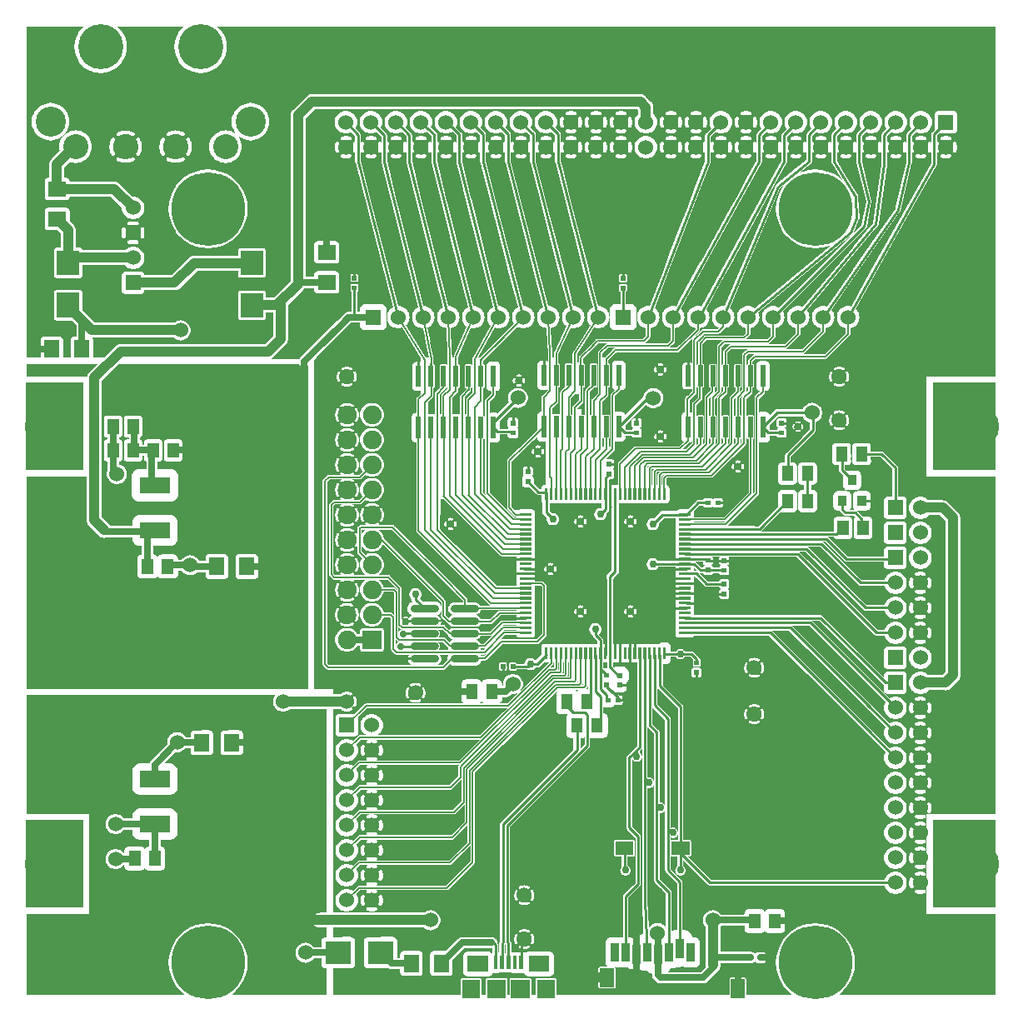
<source format=gtl>
G04 start of page 2 for group 0 idx 0 *
G04 Title: (unknown), component *
G04 Creator: pcb 20140316 *
G04 CreationDate: Tue 25 Nov 2014 09:21:31 GMT UTC *
G04 For: michael *
G04 Format: Gerber/RS-274X *
G04 PCB-Dimensions (mil): 3930.00 3937.00 *
G04 PCB-Coordinate-Origin: lower left *
%MOIN*%
%FSLAX25Y25*%
%LNTOP*%
%ADD43C,0.0433*%
%ADD42C,0.1570*%
%ADD41C,0.0380*%
%ADD40C,0.0120*%
%ADD39C,0.0350*%
%ADD38C,0.1340*%
%ADD37C,0.0280*%
%ADD36C,0.1500*%
%ADD35C,0.0300*%
%ADD34C,0.2950*%
%ADD33R,0.0315X0.0315*%
%ADD32R,0.0551X0.0551*%
%ADD31R,0.0709X0.0709*%
%ADD30R,0.0630X0.0630*%
%ADD29R,0.0158X0.0158*%
%ADD28C,0.0290*%
%ADD27R,0.0340X0.0340*%
%ADD26R,0.0450X0.0450*%
%ADD25R,0.0650X0.0650*%
%ADD24R,0.0110X0.0110*%
%ADD23R,0.0600X0.0600*%
%ADD22R,0.0906X0.0906*%
%ADD21R,0.0200X0.0200*%
%ADD20C,0.0748*%
%ADD19C,0.1800*%
%ADD18C,0.1200*%
%ADD17C,0.1000*%
%ADD16C,0.0600*%
%ADD15C,0.0400*%
%ADD14C,0.0250*%
%ADD13C,0.0100*%
%ADD12C,0.0060*%
%ADD11C,0.0001*%
G54D11*G36*
X365000Y248700D02*X390000D01*
Y213700D01*
X365000D01*
Y248700D01*
G37*
G36*
X390000Y73700D02*Y38700D01*
X365000D01*
Y73700D01*
X390000D01*
G37*
G36*
Y3700D02*X360000D01*
Y36200D01*
X390000D01*
Y3700D01*
G37*
G36*
Y76200D02*X363613D01*
Y76553D01*
X363656Y76560D01*
X363768Y76597D01*
X363873Y76652D01*
X363968Y76722D01*
X364051Y76806D01*
X364119Y76902D01*
X364170Y77008D01*
X364318Y77416D01*
X364422Y77837D01*
X364484Y78267D01*
X364505Y78700D01*
X364484Y79133D01*
X364422Y79563D01*
X364318Y79984D01*
X364175Y80394D01*
X364122Y80500D01*
X364053Y80596D01*
X363970Y80681D01*
X363875Y80751D01*
X363769Y80806D01*
X363657Y80843D01*
X363613Y80851D01*
Y86553D01*
X363656Y86560D01*
X363768Y86597D01*
X363873Y86652D01*
X363968Y86722D01*
X364051Y86806D01*
X364119Y86902D01*
X364170Y87008D01*
X364318Y87416D01*
X364422Y87837D01*
X364484Y88267D01*
X364505Y88700D01*
X364484Y89133D01*
X364422Y89563D01*
X364318Y89984D01*
X364175Y90394D01*
X364122Y90500D01*
X364053Y90596D01*
X363970Y90681D01*
X363875Y90751D01*
X363769Y90806D01*
X363657Y90843D01*
X363613Y90851D01*
Y96553D01*
X363656Y96560D01*
X363768Y96597D01*
X363873Y96652D01*
X363968Y96722D01*
X364051Y96806D01*
X364119Y96902D01*
X364170Y97008D01*
X364318Y97416D01*
X364422Y97837D01*
X364484Y98267D01*
X364505Y98700D01*
X364484Y99133D01*
X364422Y99563D01*
X364318Y99984D01*
X364175Y100394D01*
X364122Y100500D01*
X364053Y100596D01*
X363970Y100681D01*
X363875Y100751D01*
X363769Y100806D01*
X363657Y100843D01*
X363613Y100851D01*
Y106553D01*
X363656Y106560D01*
X363768Y106597D01*
X363873Y106652D01*
X363968Y106722D01*
X364051Y106806D01*
X364119Y106902D01*
X364170Y107008D01*
X364318Y107416D01*
X364422Y107837D01*
X364484Y108267D01*
X364505Y108700D01*
X364484Y109133D01*
X364422Y109563D01*
X364318Y109984D01*
X364175Y110394D01*
X364122Y110500D01*
X364053Y110596D01*
X363970Y110681D01*
X363875Y110751D01*
X363769Y110806D01*
X363657Y110843D01*
X363613Y110851D01*
Y116553D01*
X363656Y116560D01*
X363768Y116597D01*
X363873Y116652D01*
X363968Y116722D01*
X364051Y116806D01*
X364119Y116902D01*
X364170Y117008D01*
X364318Y117416D01*
X364422Y117837D01*
X364484Y118267D01*
X364505Y118700D01*
X364484Y119133D01*
X364422Y119563D01*
X364318Y119984D01*
X364175Y120394D01*
X364122Y120500D01*
X364053Y120596D01*
X363970Y120681D01*
X363875Y120751D01*
X363769Y120806D01*
X363657Y120843D01*
X363613Y120851D01*
Y125700D01*
X369882D01*
X370000Y125691D01*
X370470Y125728D01*
X370471Y125728D01*
X370930Y125838D01*
X371366Y126019D01*
X371769Y126265D01*
X372128Y126572D01*
X372205Y126662D01*
X375038Y129496D01*
X375128Y129572D01*
X375434Y129931D01*
X375435Y129931D01*
X375681Y130334D01*
X375862Y130770D01*
X375972Y131229D01*
X376009Y131700D01*
X376000Y131818D01*
Y141700D01*
X376000Y141700D01*
Y194582D01*
X376009Y194700D01*
X375972Y195171D01*
X375972Y195171D01*
X375862Y195630D01*
X375681Y196066D01*
X375435Y196469D01*
X375128Y196828D01*
X375038Y196904D01*
X371204Y200738D01*
X371128Y200828D01*
X370769Y201135D01*
X370366Y201381D01*
X369930Y201562D01*
X369471Y201672D01*
X369000Y201709D01*
X368882Y201700D01*
X363613D01*
Y211200D01*
X390000D01*
Y76200D01*
G37*
G36*
X363613Y201700D02*X363356D01*
X363192Y201892D01*
X362653Y202352D01*
X362049Y202722D01*
X361395Y202993D01*
X360706Y203158D01*
X360000Y203214D01*
Y211200D01*
X363613D01*
Y201700D01*
G37*
G36*
Y76200D02*X360000D01*
Y81700D01*
X360289Y81686D01*
X360575Y81644D01*
X360855Y81576D01*
X361128Y81480D01*
X361239Y81442D01*
X361356Y81425D01*
X361474Y81425D01*
X361591Y81445D01*
X361703Y81482D01*
X361807Y81536D01*
X361902Y81606D01*
X361985Y81691D01*
X362054Y81787D01*
X362107Y81892D01*
X362143Y82005D01*
X362160Y82121D01*
X362159Y82239D01*
X362140Y82356D01*
X362103Y82468D01*
X362048Y82573D01*
X361978Y82668D01*
X361894Y82751D01*
X361798Y82819D01*
X361692Y82870D01*
X361284Y83018D01*
X360863Y83122D01*
X360433Y83184D01*
X360000Y83205D01*
Y84195D01*
X360433Y84216D01*
X360863Y84278D01*
X361284Y84382D01*
X361694Y84525D01*
X361800Y84578D01*
X361896Y84647D01*
X361981Y84730D01*
X362051Y84825D01*
X362106Y84931D01*
X362143Y85043D01*
X362163Y85160D01*
X362164Y85279D01*
X362146Y85396D01*
X362110Y85509D01*
X362057Y85615D01*
X361988Y85712D01*
X361905Y85796D01*
X361809Y85867D01*
X361704Y85921D01*
X361592Y85959D01*
X361475Y85978D01*
X361356Y85979D01*
X361239Y85961D01*
X361126Y85923D01*
X360855Y85824D01*
X360575Y85756D01*
X360289Y85714D01*
X360000Y85700D01*
Y91700D01*
X360289Y91686D01*
X360575Y91644D01*
X360855Y91576D01*
X361128Y91480D01*
X361239Y91442D01*
X361356Y91425D01*
X361474Y91425D01*
X361591Y91445D01*
X361703Y91482D01*
X361807Y91536D01*
X361902Y91606D01*
X361985Y91691D01*
X362054Y91787D01*
X362107Y91892D01*
X362143Y92005D01*
X362160Y92121D01*
X362159Y92239D01*
X362140Y92356D01*
X362103Y92468D01*
X362048Y92573D01*
X361978Y92668D01*
X361894Y92751D01*
X361798Y92819D01*
X361692Y92870D01*
X361284Y93018D01*
X360863Y93122D01*
X360433Y93184D01*
X360000Y93205D01*
Y94195D01*
X360433Y94216D01*
X360863Y94278D01*
X361284Y94382D01*
X361694Y94525D01*
X361800Y94578D01*
X361896Y94647D01*
X361981Y94730D01*
X362051Y94825D01*
X362106Y94931D01*
X362143Y95043D01*
X362163Y95160D01*
X362164Y95279D01*
X362146Y95396D01*
X362110Y95509D01*
X362057Y95615D01*
X361988Y95712D01*
X361905Y95796D01*
X361809Y95867D01*
X361704Y95921D01*
X361592Y95959D01*
X361475Y95978D01*
X361356Y95979D01*
X361239Y95961D01*
X361126Y95923D01*
X360855Y95824D01*
X360575Y95756D01*
X360289Y95714D01*
X360000Y95700D01*
Y101700D01*
X360289Y101686D01*
X360575Y101644D01*
X360855Y101576D01*
X361128Y101480D01*
X361239Y101442D01*
X361356Y101425D01*
X361474Y101425D01*
X361591Y101445D01*
X361703Y101482D01*
X361807Y101536D01*
X361902Y101606D01*
X361985Y101691D01*
X362054Y101787D01*
X362107Y101892D01*
X362143Y102005D01*
X362160Y102121D01*
X362159Y102239D01*
X362140Y102356D01*
X362103Y102468D01*
X362048Y102573D01*
X361978Y102668D01*
X361894Y102751D01*
X361798Y102819D01*
X361692Y102870D01*
X361284Y103018D01*
X360863Y103122D01*
X360433Y103184D01*
X360000Y103205D01*
Y104195D01*
X360433Y104216D01*
X360863Y104278D01*
X361284Y104382D01*
X361694Y104525D01*
X361800Y104578D01*
X361896Y104647D01*
X361981Y104730D01*
X362051Y104825D01*
X362106Y104931D01*
X362143Y105043D01*
X362163Y105160D01*
X362164Y105279D01*
X362146Y105396D01*
X362110Y105509D01*
X362057Y105615D01*
X361988Y105712D01*
X361905Y105796D01*
X361809Y105867D01*
X361704Y105921D01*
X361592Y105959D01*
X361475Y105978D01*
X361356Y105979D01*
X361239Y105961D01*
X361126Y105923D01*
X360855Y105824D01*
X360575Y105756D01*
X360289Y105714D01*
X360000Y105700D01*
Y111700D01*
X360289Y111686D01*
X360575Y111644D01*
X360855Y111576D01*
X361128Y111480D01*
X361239Y111442D01*
X361356Y111425D01*
X361474Y111425D01*
X361591Y111445D01*
X361703Y111482D01*
X361807Y111536D01*
X361902Y111606D01*
X361985Y111691D01*
X362054Y111787D01*
X362107Y111892D01*
X362143Y112005D01*
X362160Y112121D01*
X362159Y112239D01*
X362140Y112356D01*
X362103Y112468D01*
X362048Y112573D01*
X361978Y112668D01*
X361894Y112751D01*
X361798Y112819D01*
X361692Y112870D01*
X361284Y113018D01*
X360863Y113122D01*
X360433Y113184D01*
X360000Y113205D01*
Y114195D01*
X360433Y114216D01*
X360863Y114278D01*
X361284Y114382D01*
X361694Y114525D01*
X361800Y114578D01*
X361896Y114647D01*
X361981Y114730D01*
X362051Y114825D01*
X362106Y114931D01*
X362143Y115043D01*
X362163Y115160D01*
X362164Y115279D01*
X362146Y115396D01*
X362110Y115509D01*
X362057Y115615D01*
X361988Y115712D01*
X361905Y115796D01*
X361809Y115867D01*
X361704Y115921D01*
X361592Y115959D01*
X361475Y115978D01*
X361356Y115979D01*
X361239Y115961D01*
X361126Y115923D01*
X360855Y115824D01*
X360575Y115756D01*
X360289Y115714D01*
X360000Y115700D01*
Y121700D01*
X360289Y121686D01*
X360575Y121644D01*
X360855Y121576D01*
X361128Y121480D01*
X361239Y121442D01*
X361356Y121425D01*
X361474Y121425D01*
X361591Y121445D01*
X361703Y121482D01*
X361807Y121536D01*
X361902Y121606D01*
X361985Y121691D01*
X362054Y121787D01*
X362107Y121892D01*
X362143Y122005D01*
X362160Y122121D01*
X362159Y122239D01*
X362140Y122356D01*
X362103Y122468D01*
X362048Y122573D01*
X361978Y122668D01*
X361894Y122751D01*
X361798Y122819D01*
X361692Y122870D01*
X361284Y123018D01*
X360863Y123122D01*
X360433Y123184D01*
X360000Y123205D01*
Y124186D01*
X360706Y124242D01*
X361395Y124407D01*
X362049Y124678D01*
X362653Y125048D01*
X363192Y125508D01*
X363356Y125700D01*
X363613D01*
Y120851D01*
X363540Y120863D01*
X363421Y120864D01*
X363304Y120846D01*
X363191Y120810D01*
X363085Y120757D01*
X362988Y120688D01*
X362904Y120605D01*
X362833Y120509D01*
X362779Y120404D01*
X362741Y120292D01*
X362722Y120175D01*
X362721Y120056D01*
X362739Y119939D01*
X362777Y119826D01*
X362876Y119555D01*
X362944Y119275D01*
X362986Y118989D01*
X363000Y118700D01*
X362986Y118411D01*
X362944Y118125D01*
X362876Y117845D01*
X362780Y117572D01*
X362742Y117461D01*
X362725Y117344D01*
X362725Y117226D01*
X362745Y117109D01*
X362782Y116997D01*
X362836Y116893D01*
X362906Y116798D01*
X362991Y116715D01*
X363087Y116646D01*
X363192Y116593D01*
X363305Y116557D01*
X363421Y116540D01*
X363539Y116541D01*
X363613Y116553D01*
Y110851D01*
X363540Y110863D01*
X363421Y110864D01*
X363304Y110846D01*
X363191Y110810D01*
X363085Y110757D01*
X362988Y110688D01*
X362904Y110605D01*
X362833Y110509D01*
X362779Y110404D01*
X362741Y110292D01*
X362722Y110175D01*
X362721Y110056D01*
X362739Y109939D01*
X362777Y109826D01*
X362876Y109555D01*
X362944Y109275D01*
X362986Y108989D01*
X363000Y108700D01*
X362986Y108411D01*
X362944Y108125D01*
X362876Y107845D01*
X362780Y107572D01*
X362742Y107461D01*
X362725Y107344D01*
X362725Y107226D01*
X362745Y107109D01*
X362782Y106997D01*
X362836Y106893D01*
X362906Y106798D01*
X362991Y106715D01*
X363087Y106646D01*
X363192Y106593D01*
X363305Y106557D01*
X363421Y106540D01*
X363539Y106541D01*
X363613Y106553D01*
Y100851D01*
X363540Y100863D01*
X363421Y100864D01*
X363304Y100846D01*
X363191Y100810D01*
X363085Y100757D01*
X362988Y100688D01*
X362904Y100605D01*
X362833Y100509D01*
X362779Y100404D01*
X362741Y100292D01*
X362722Y100175D01*
X362721Y100056D01*
X362739Y99939D01*
X362777Y99826D01*
X362876Y99555D01*
X362944Y99275D01*
X362986Y98989D01*
X363000Y98700D01*
X362986Y98411D01*
X362944Y98125D01*
X362876Y97845D01*
X362780Y97572D01*
X362742Y97461D01*
X362725Y97344D01*
X362725Y97226D01*
X362745Y97109D01*
X362782Y96997D01*
X362836Y96893D01*
X362906Y96798D01*
X362991Y96715D01*
X363087Y96646D01*
X363192Y96593D01*
X363305Y96557D01*
X363421Y96540D01*
X363539Y96541D01*
X363613Y96553D01*
Y90851D01*
X363540Y90863D01*
X363421Y90864D01*
X363304Y90846D01*
X363191Y90810D01*
X363085Y90757D01*
X362988Y90688D01*
X362904Y90605D01*
X362833Y90509D01*
X362779Y90404D01*
X362741Y90292D01*
X362722Y90175D01*
X362721Y90056D01*
X362739Y89939D01*
X362777Y89826D01*
X362876Y89555D01*
X362944Y89275D01*
X362986Y88989D01*
X363000Y88700D01*
X362986Y88411D01*
X362944Y88125D01*
X362876Y87845D01*
X362780Y87572D01*
X362742Y87461D01*
X362725Y87344D01*
X362725Y87226D01*
X362745Y87109D01*
X362782Y86997D01*
X362836Y86893D01*
X362906Y86798D01*
X362991Y86715D01*
X363087Y86646D01*
X363192Y86593D01*
X363305Y86557D01*
X363421Y86540D01*
X363539Y86541D01*
X363613Y86553D01*
Y80851D01*
X363540Y80863D01*
X363421Y80864D01*
X363304Y80846D01*
X363191Y80810D01*
X363085Y80757D01*
X362988Y80688D01*
X362904Y80605D01*
X362833Y80509D01*
X362779Y80404D01*
X362741Y80292D01*
X362722Y80175D01*
X362721Y80056D01*
X362739Y79939D01*
X362777Y79826D01*
X362876Y79555D01*
X362944Y79275D01*
X362986Y78989D01*
X363000Y78700D01*
X362986Y78411D01*
X362944Y78125D01*
X362876Y77845D01*
X362780Y77572D01*
X362742Y77461D01*
X362725Y77344D01*
X362725Y77226D01*
X362745Y77109D01*
X362782Y76997D01*
X362836Y76893D01*
X362906Y76798D01*
X362991Y76715D01*
X363087Y76646D01*
X363192Y76593D01*
X363305Y76557D01*
X363421Y76540D01*
X363539Y76541D01*
X363613Y76553D01*
Y76200D01*
G37*
G36*
X360000Y133214D02*Y134186D01*
X360706Y134242D01*
X361395Y134407D01*
X362049Y134678D01*
X362653Y135048D01*
X363192Y135508D01*
X363613Y136002D01*
Y131700D01*
X363356D01*
X363192Y131892D01*
X362653Y132352D01*
X362049Y132722D01*
X361395Y132993D01*
X360706Y133158D01*
X360000Y133214D01*
G37*
G36*
X363613Y141398D02*X363192Y141892D01*
X362653Y142352D01*
X362049Y142722D01*
X361395Y142993D01*
X360706Y143158D01*
X360000Y143214D01*
Y144195D01*
X360433Y144216D01*
X360863Y144278D01*
X361284Y144382D01*
X361694Y144525D01*
X361800Y144578D01*
X361896Y144647D01*
X361981Y144730D01*
X362051Y144825D01*
X362106Y144931D01*
X362143Y145043D01*
X362163Y145160D01*
X362164Y145279D01*
X362146Y145396D01*
X362110Y145509D01*
X362057Y145615D01*
X361988Y145712D01*
X361905Y145796D01*
X361809Y145867D01*
X361704Y145921D01*
X361592Y145959D01*
X361475Y145978D01*
X361356Y145979D01*
X361239Y145961D01*
X361126Y145923D01*
X360855Y145824D01*
X360575Y145756D01*
X360289Y145714D01*
X360000Y145700D01*
Y151700D01*
X360289Y151686D01*
X360575Y151644D01*
X360855Y151576D01*
X361128Y151480D01*
X361239Y151442D01*
X361356Y151425D01*
X361474Y151425D01*
X361591Y151445D01*
X361703Y151482D01*
X361807Y151536D01*
X361902Y151606D01*
X361985Y151691D01*
X362054Y151787D01*
X362107Y151892D01*
X362143Y152005D01*
X362160Y152121D01*
X362159Y152239D01*
X362140Y152356D01*
X362103Y152468D01*
X362048Y152573D01*
X361978Y152668D01*
X361894Y152751D01*
X361798Y152819D01*
X361692Y152870D01*
X361284Y153018D01*
X360863Y153122D01*
X360433Y153184D01*
X360000Y153205D01*
Y154195D01*
X360433Y154216D01*
X360863Y154278D01*
X361284Y154382D01*
X361694Y154525D01*
X361800Y154578D01*
X361896Y154647D01*
X361981Y154730D01*
X362051Y154825D01*
X362106Y154931D01*
X362143Y155043D01*
X362163Y155160D01*
X362164Y155279D01*
X362146Y155396D01*
X362110Y155509D01*
X362057Y155615D01*
X361988Y155712D01*
X361905Y155796D01*
X361809Y155867D01*
X361704Y155921D01*
X361592Y155959D01*
X361475Y155978D01*
X361356Y155979D01*
X361239Y155961D01*
X361126Y155923D01*
X360855Y155824D01*
X360575Y155756D01*
X360289Y155714D01*
X360000Y155700D01*
Y161700D01*
X360289Y161686D01*
X360575Y161644D01*
X360855Y161576D01*
X361128Y161480D01*
X361239Y161442D01*
X361356Y161425D01*
X361474Y161425D01*
X361591Y161445D01*
X361703Y161482D01*
X361807Y161536D01*
X361902Y161606D01*
X361985Y161691D01*
X362054Y161787D01*
X362107Y161892D01*
X362143Y162005D01*
X362160Y162121D01*
X362159Y162239D01*
X362140Y162356D01*
X362103Y162468D01*
X362048Y162573D01*
X361978Y162668D01*
X361894Y162751D01*
X361798Y162819D01*
X361692Y162870D01*
X361284Y163018D01*
X360863Y163122D01*
X360433Y163184D01*
X360000Y163205D01*
Y164195D01*
X360433Y164216D01*
X360863Y164278D01*
X361284Y164382D01*
X361694Y164525D01*
X361800Y164578D01*
X361896Y164647D01*
X361981Y164730D01*
X362051Y164825D01*
X362106Y164931D01*
X362143Y165043D01*
X362163Y165160D01*
X362164Y165279D01*
X362146Y165396D01*
X362110Y165509D01*
X362057Y165615D01*
X361988Y165712D01*
X361905Y165796D01*
X361809Y165867D01*
X361704Y165921D01*
X361592Y165959D01*
X361475Y165978D01*
X361356Y165979D01*
X361239Y165961D01*
X361126Y165923D01*
X360855Y165824D01*
X360575Y165756D01*
X360289Y165714D01*
X360000Y165700D01*
Y171700D01*
X360289Y171686D01*
X360575Y171644D01*
X360855Y171576D01*
X361128Y171480D01*
X361239Y171442D01*
X361356Y171425D01*
X361474Y171425D01*
X361591Y171445D01*
X361703Y171482D01*
X361807Y171536D01*
X361902Y171606D01*
X361985Y171691D01*
X362054Y171787D01*
X362107Y171892D01*
X362143Y172005D01*
X362160Y172121D01*
X362159Y172239D01*
X362140Y172356D01*
X362103Y172468D01*
X362048Y172573D01*
X361978Y172668D01*
X361894Y172751D01*
X361798Y172819D01*
X361692Y172870D01*
X361284Y173018D01*
X360863Y173122D01*
X360433Y173184D01*
X360000Y173205D01*
Y174186D01*
X360706Y174242D01*
X361395Y174407D01*
X362049Y174678D01*
X362653Y175048D01*
X363192Y175508D01*
X363613Y176002D01*
Y170851D01*
X363540Y170863D01*
X363421Y170864D01*
X363304Y170846D01*
X363191Y170810D01*
X363085Y170757D01*
X362988Y170688D01*
X362904Y170605D01*
X362833Y170509D01*
X362779Y170404D01*
X362741Y170292D01*
X362722Y170175D01*
X362721Y170056D01*
X362739Y169939D01*
X362777Y169826D01*
X362876Y169555D01*
X362944Y169275D01*
X362986Y168989D01*
X363000Y168700D01*
X362986Y168411D01*
X362944Y168125D01*
X362876Y167845D01*
X362780Y167572D01*
X362742Y167461D01*
X362725Y167344D01*
X362725Y167226D01*
X362745Y167109D01*
X362782Y166997D01*
X362836Y166893D01*
X362906Y166798D01*
X362991Y166715D01*
X363087Y166646D01*
X363192Y166593D01*
X363305Y166557D01*
X363421Y166540D01*
X363539Y166541D01*
X363613Y166553D01*
Y160851D01*
X363540Y160863D01*
X363421Y160864D01*
X363304Y160846D01*
X363191Y160810D01*
X363085Y160757D01*
X362988Y160688D01*
X362904Y160605D01*
X362833Y160509D01*
X362779Y160404D01*
X362741Y160292D01*
X362722Y160175D01*
X362721Y160056D01*
X362739Y159939D01*
X362777Y159826D01*
X362876Y159555D01*
X362944Y159275D01*
X362986Y158989D01*
X363000Y158700D01*
X362986Y158411D01*
X362944Y158125D01*
X362876Y157845D01*
X362780Y157572D01*
X362742Y157461D01*
X362725Y157344D01*
X362725Y157226D01*
X362745Y157109D01*
X362782Y156997D01*
X362836Y156893D01*
X362906Y156798D01*
X362991Y156715D01*
X363087Y156646D01*
X363192Y156593D01*
X363305Y156557D01*
X363421Y156540D01*
X363539Y156541D01*
X363613Y156553D01*
Y150851D01*
X363540Y150863D01*
X363421Y150864D01*
X363304Y150846D01*
X363191Y150810D01*
X363085Y150757D01*
X362988Y150688D01*
X362904Y150605D01*
X362833Y150509D01*
X362779Y150404D01*
X362741Y150292D01*
X362722Y150175D01*
X362721Y150056D01*
X362739Y149939D01*
X362777Y149826D01*
X362876Y149555D01*
X362944Y149275D01*
X362986Y148989D01*
X363000Y148700D01*
X362986Y148411D01*
X362944Y148125D01*
X362876Y147845D01*
X362780Y147572D01*
X362742Y147461D01*
X362725Y147344D01*
X362725Y147226D01*
X362745Y147109D01*
X362782Y146997D01*
X362836Y146893D01*
X362906Y146798D01*
X362991Y146715D01*
X363087Y146646D01*
X363192Y146593D01*
X363305Y146557D01*
X363421Y146540D01*
X363539Y146541D01*
X363613Y146553D01*
Y141398D01*
G37*
G36*
Y181398D02*X363192Y181892D01*
X362653Y182352D01*
X362049Y182722D01*
X361395Y182993D01*
X360706Y183158D01*
X360000Y183214D01*
Y184186D01*
X360706Y184242D01*
X361395Y184407D01*
X362049Y184678D01*
X362653Y185048D01*
X363192Y185508D01*
X363613Y186002D01*
Y181398D01*
G37*
G36*
Y191398D02*X363192Y191892D01*
X362653Y192352D01*
X362049Y192722D01*
X361395Y192993D01*
X360706Y193158D01*
X360000Y193214D01*
Y194186D01*
X360706Y194242D01*
X361395Y194407D01*
X362049Y194678D01*
X362653Y195048D01*
X363192Y195508D01*
X363356Y195700D01*
X363613D01*
Y191398D01*
G37*
G36*
Y136002D02*X363652Y136047D01*
X364022Y136651D01*
X364293Y137305D01*
X364458Y137994D01*
X364500Y138700D01*
X364458Y139406D01*
X364293Y140095D01*
X364022Y140749D01*
X363652Y141353D01*
X363613Y141398D01*
Y146553D01*
X363656Y146560D01*
X363768Y146597D01*
X363873Y146652D01*
X363968Y146722D01*
X364051Y146806D01*
X364119Y146902D01*
X364170Y147008D01*
X364318Y147416D01*
X364422Y147837D01*
X364484Y148267D01*
X364505Y148700D01*
X364484Y149133D01*
X364422Y149563D01*
X364318Y149984D01*
X364175Y150394D01*
X364122Y150500D01*
X364053Y150596D01*
X363970Y150681D01*
X363875Y150751D01*
X363769Y150806D01*
X363657Y150843D01*
X363613Y150851D01*
Y156553D01*
X363656Y156560D01*
X363768Y156597D01*
X363873Y156652D01*
X363968Y156722D01*
X364051Y156806D01*
X364119Y156902D01*
X364170Y157008D01*
X364318Y157416D01*
X364422Y157837D01*
X364484Y158267D01*
X364505Y158700D01*
X364484Y159133D01*
X364422Y159563D01*
X364318Y159984D01*
X364175Y160394D01*
X364122Y160500D01*
X364053Y160596D01*
X363970Y160681D01*
X363875Y160751D01*
X363769Y160806D01*
X363657Y160843D01*
X363613Y160851D01*
Y166553D01*
X363656Y166560D01*
X363768Y166597D01*
X363873Y166652D01*
X363968Y166722D01*
X364051Y166806D01*
X364119Y166902D01*
X364170Y167008D01*
X364318Y167416D01*
X364422Y167837D01*
X364484Y168267D01*
X364505Y168700D01*
X364484Y169133D01*
X364422Y169563D01*
X364318Y169984D01*
X364175Y170394D01*
X364122Y170500D01*
X364053Y170596D01*
X363970Y170681D01*
X363875Y170751D01*
X363769Y170806D01*
X363657Y170843D01*
X363613Y170851D01*
Y176002D01*
X363652Y176047D01*
X364022Y176651D01*
X364293Y177305D01*
X364458Y177994D01*
X364500Y178700D01*
X364458Y179406D01*
X364293Y180095D01*
X364022Y180749D01*
X363652Y181353D01*
X363613Y181398D01*
Y186002D01*
X363652Y186047D01*
X364022Y186651D01*
X364293Y187305D01*
X364458Y187994D01*
X364500Y188700D01*
X364458Y189406D01*
X364293Y190095D01*
X364022Y190749D01*
X363652Y191353D01*
X363613Y191398D01*
Y195700D01*
X367757D01*
X370000Y193457D01*
Y141700D01*
X370000Y141700D01*
Y132943D01*
X368757Y131700D01*
X363613D01*
Y136002D01*
G37*
G36*
X363652Y136047D01*
X364022Y136651D01*
X364293Y137305D01*
X364458Y137994D01*
X364500Y138700D01*
X364458Y139406D01*
X364293Y140095D01*
X364022Y140749D01*
X363652Y141353D01*
X363613Y141398D01*
Y146553D01*
X363656Y146560D01*
X363768Y146597D01*
X363873Y146652D01*
X363968Y146722D01*
X364051Y146806D01*
X364119Y146902D01*
X364170Y147008D01*
X364318Y147416D01*
X364422Y147837D01*
X364484Y148267D01*
X364505Y148700D01*
X364484Y149133D01*
X364422Y149563D01*
X364318Y149984D01*
X364175Y150394D01*
X364122Y150500D01*
X364053Y150596D01*
X363970Y150681D01*
X363875Y150751D01*
X363769Y150806D01*
X363657Y150843D01*
X363613Y150851D01*
Y156553D01*
X363656Y156560D01*
X363768Y156597D01*
X363873Y156652D01*
X363968Y156722D01*
X364051Y156806D01*
X364119Y156902D01*
X364170Y157008D01*
X364318Y157416D01*
X364422Y157837D01*
X364484Y158267D01*
X364505Y158700D01*
X364484Y159133D01*
X364422Y159563D01*
X364318Y159984D01*
X364175Y160394D01*
X364122Y160500D01*
X364053Y160596D01*
X363970Y160681D01*
X363875Y160751D01*
X363769Y160806D01*
X363657Y160843D01*
X363613Y160851D01*
Y166553D01*
X363656Y166560D01*
X363768Y166597D01*
X363873Y166652D01*
X363968Y166722D01*
X364051Y166806D01*
X364119Y166902D01*
X364170Y167008D01*
X364318Y167416D01*
X364422Y167837D01*
X364484Y168267D01*
X364505Y168700D01*
X364484Y169133D01*
X364422Y169563D01*
X364318Y169984D01*
X364175Y170394D01*
X364122Y170500D01*
X364053Y170596D01*
X363970Y170681D01*
X363875Y170751D01*
X363769Y170806D01*
X363657Y170843D01*
X363613Y170851D01*
Y176002D01*
X363652Y176047D01*
X364022Y176651D01*
X364293Y177305D01*
X364458Y177994D01*
X364500Y178700D01*
X364458Y179406D01*
X364293Y180095D01*
X364022Y180749D01*
X363652Y181353D01*
X363613Y181398D01*
Y186002D01*
X363652Y186047D01*
X364022Y186651D01*
X364293Y187305D01*
X364458Y187994D01*
X364500Y188700D01*
X364458Y189406D01*
X364293Y190095D01*
X364022Y190749D01*
X363652Y191353D01*
X363613Y191398D01*
Y195700D01*
X367757D01*
X370000Y193457D01*
Y141700D01*
X370000Y141700D01*
Y132943D01*
X368857Y131800D01*
X363613D01*
Y136002D01*
G37*
G36*
Y191398D02*X363192Y191892D01*
X362653Y192352D01*
X362049Y192722D01*
X361395Y192993D01*
X361300Y193016D01*
Y194384D01*
X361395Y194407D01*
X362049Y194678D01*
X362653Y195048D01*
X363192Y195508D01*
X363356Y195700D01*
X363613D01*
Y191398D01*
G37*
G36*
Y181398D02*X363192Y181892D01*
X362653Y182352D01*
X362049Y182722D01*
X361395Y182993D01*
X361300Y183016D01*
Y184384D01*
X361395Y184407D01*
X362049Y184678D01*
X362653Y185048D01*
X363192Y185508D01*
X363613Y186002D01*
Y181398D01*
G37*
G36*
Y141398D02*X363192Y141892D01*
X362653Y142352D01*
X362049Y142722D01*
X361395Y142993D01*
X361300Y143016D01*
Y144387D01*
X361694Y144525D01*
X361800Y144578D01*
X361896Y144647D01*
X361981Y144730D01*
X362051Y144825D01*
X362106Y144931D01*
X362143Y145043D01*
X362163Y145160D01*
X362164Y145279D01*
X362146Y145396D01*
X362110Y145509D01*
X362057Y145615D01*
X361988Y145712D01*
X361905Y145796D01*
X361809Y145867D01*
X361704Y145921D01*
X361592Y145959D01*
X361475Y145978D01*
X361356Y145979D01*
X361300Y145971D01*
Y151433D01*
X361356Y151425D01*
X361474Y151425D01*
X361591Y151445D01*
X361703Y151482D01*
X361807Y151536D01*
X361902Y151606D01*
X361985Y151691D01*
X362054Y151787D01*
X362107Y151892D01*
X362143Y152005D01*
X362160Y152121D01*
X362159Y152239D01*
X362140Y152356D01*
X362103Y152468D01*
X362048Y152573D01*
X361978Y152668D01*
X361894Y152751D01*
X361798Y152819D01*
X361692Y152870D01*
X361300Y153013D01*
Y154387D01*
X361694Y154525D01*
X361800Y154578D01*
X361896Y154647D01*
X361981Y154730D01*
X362051Y154825D01*
X362106Y154931D01*
X362143Y155043D01*
X362163Y155160D01*
X362164Y155279D01*
X362146Y155396D01*
X362110Y155509D01*
X362057Y155615D01*
X361988Y155712D01*
X361905Y155796D01*
X361809Y155867D01*
X361704Y155921D01*
X361592Y155959D01*
X361475Y155978D01*
X361356Y155979D01*
X361300Y155971D01*
Y161433D01*
X361356Y161425D01*
X361474Y161425D01*
X361591Y161445D01*
X361703Y161482D01*
X361807Y161536D01*
X361902Y161606D01*
X361985Y161691D01*
X362054Y161787D01*
X362107Y161892D01*
X362143Y162005D01*
X362160Y162121D01*
X362159Y162239D01*
X362140Y162356D01*
X362103Y162468D01*
X362048Y162573D01*
X361978Y162668D01*
X361894Y162751D01*
X361798Y162819D01*
X361692Y162870D01*
X361300Y163013D01*
Y164387D01*
X361694Y164525D01*
X361800Y164578D01*
X361896Y164647D01*
X361981Y164730D01*
X362051Y164825D01*
X362106Y164931D01*
X362143Y165043D01*
X362163Y165160D01*
X362164Y165279D01*
X362146Y165396D01*
X362110Y165509D01*
X362057Y165615D01*
X361988Y165712D01*
X361905Y165796D01*
X361809Y165867D01*
X361704Y165921D01*
X361592Y165959D01*
X361475Y165978D01*
X361356Y165979D01*
X361300Y165971D01*
Y171433D01*
X361356Y171425D01*
X361474Y171425D01*
X361591Y171445D01*
X361703Y171482D01*
X361807Y171536D01*
X361902Y171606D01*
X361985Y171691D01*
X362054Y171787D01*
X362107Y171892D01*
X362143Y172005D01*
X362160Y172121D01*
X362159Y172239D01*
X362140Y172356D01*
X362103Y172468D01*
X362048Y172573D01*
X361978Y172668D01*
X361894Y172751D01*
X361798Y172819D01*
X361692Y172870D01*
X361300Y173013D01*
Y174384D01*
X361395Y174407D01*
X362049Y174678D01*
X362653Y175048D01*
X363192Y175508D01*
X363613Y176002D01*
Y170851D01*
X363540Y170863D01*
X363421Y170864D01*
X363304Y170846D01*
X363191Y170810D01*
X363085Y170757D01*
X362988Y170688D01*
X362904Y170605D01*
X362833Y170509D01*
X362779Y170404D01*
X362741Y170292D01*
X362722Y170175D01*
X362721Y170056D01*
X362739Y169939D01*
X362777Y169826D01*
X362876Y169555D01*
X362944Y169275D01*
X362986Y168989D01*
X363000Y168700D01*
X362986Y168411D01*
X362944Y168125D01*
X362876Y167845D01*
X362780Y167572D01*
X362742Y167461D01*
X362725Y167344D01*
X362725Y167226D01*
X362745Y167109D01*
X362782Y166997D01*
X362836Y166893D01*
X362906Y166798D01*
X362991Y166715D01*
X363087Y166646D01*
X363192Y166593D01*
X363305Y166557D01*
X363421Y166540D01*
X363539Y166541D01*
X363613Y166553D01*
Y160851D01*
X363540Y160863D01*
X363421Y160864D01*
X363304Y160846D01*
X363191Y160810D01*
X363085Y160757D01*
X362988Y160688D01*
X362904Y160605D01*
X362833Y160509D01*
X362779Y160404D01*
X362741Y160292D01*
X362722Y160175D01*
X362721Y160056D01*
X362739Y159939D01*
X362777Y159826D01*
X362876Y159555D01*
X362944Y159275D01*
X362986Y158989D01*
X363000Y158700D01*
X362986Y158411D01*
X362944Y158125D01*
X362876Y157845D01*
X362780Y157572D01*
X362742Y157461D01*
X362725Y157344D01*
X362725Y157226D01*
X362745Y157109D01*
X362782Y156997D01*
X362836Y156893D01*
X362906Y156798D01*
X362991Y156715D01*
X363087Y156646D01*
X363192Y156593D01*
X363305Y156557D01*
X363421Y156540D01*
X363539Y156541D01*
X363613Y156553D01*
Y150851D01*
X363540Y150863D01*
X363421Y150864D01*
X363304Y150846D01*
X363191Y150810D01*
X363085Y150757D01*
X362988Y150688D01*
X362904Y150605D01*
X362833Y150509D01*
X362779Y150404D01*
X362741Y150292D01*
X362722Y150175D01*
X362721Y150056D01*
X362739Y149939D01*
X362777Y149826D01*
X362876Y149555D01*
X362944Y149275D01*
X362986Y148989D01*
X363000Y148700D01*
X362986Y148411D01*
X362944Y148125D01*
X362876Y147845D01*
X362780Y147572D01*
X362742Y147461D01*
X362725Y147344D01*
X362725Y147226D01*
X362745Y147109D01*
X362782Y146997D01*
X362836Y146893D01*
X362906Y146798D01*
X362991Y146715D01*
X363087Y146646D01*
X363192Y146593D01*
X363305Y146557D01*
X363421Y146540D01*
X363539Y146541D01*
X363613Y146553D01*
Y141398D01*
G37*
G36*
X361300Y133016D02*Y134384D01*
X361395Y134407D01*
X362049Y134678D01*
X362653Y135048D01*
X363192Y135508D01*
X363613Y136002D01*
Y131800D01*
X363270D01*
X363192Y131892D01*
X362653Y132352D01*
X362049Y132722D01*
X361395Y132993D01*
X361300Y133016D01*
G37*
G36*
X370662Y201200D02*X374600D01*
Y197343D01*
X371204Y200738D01*
X371128Y200828D01*
X370769Y201135D01*
X370662Y201200D01*
G37*
G36*
X390000Y261200D02*Y251200D01*
X357500D01*
Y261200D01*
X390000D01*
G37*
G36*
X201359Y264200D02*X210782D01*
X211000Y260176D01*
Y257280D01*
X210983Y257291D01*
X210765Y257381D01*
X210535Y257436D01*
X210300Y257450D01*
X208065Y257436D01*
X207835Y257381D01*
X207617Y257291D01*
X207416Y257167D01*
X207236Y257014D01*
X207083Y256834D01*
X206959Y256633D01*
X206869Y256415D01*
X206814Y256185D01*
X206800Y255950D01*
X206814Y247215D01*
X206869Y246985D01*
X206959Y246767D01*
X207083Y246566D01*
X207236Y246386D01*
X207416Y246233D01*
X207617Y246109D01*
X207835Y246019D01*
X208065Y245964D01*
X208300Y245950D01*
X210535Y245964D01*
X210765Y246019D01*
X210983Y246109D01*
X211000Y246120D01*
Y245873D01*
X208689Y243561D01*
X208662Y243538D01*
X208570Y243431D01*
X208496Y243310D01*
X208441Y243179D01*
X208408Y243041D01*
X208408Y243041D01*
X208397Y242900D01*
X208400Y242865D01*
Y241200D01*
X208400Y241200D01*
Y237137D01*
X208033Y237134D01*
X207773Y237072D01*
X207526Y236969D01*
X207298Y236830D01*
X207094Y236656D01*
X206920Y236452D01*
X206781Y236224D01*
X206678Y235977D01*
X206616Y235717D01*
X206600Y235450D01*
X206610Y229783D01*
X201359Y224532D01*
Y239455D01*
X201837Y239863D01*
X202246Y240342D01*
X202575Y240878D01*
X202816Y241460D01*
X202963Y242072D01*
X203000Y242700D01*
X202963Y243328D01*
X202816Y243940D01*
X202575Y244522D01*
X202246Y245058D01*
X201837Y245537D01*
X201359Y245945D01*
Y248538D01*
X201412Y248544D01*
X201488Y248565D01*
X201560Y248597D01*
X201625Y248640D01*
X201684Y248693D01*
X201733Y248754D01*
X201772Y248822D01*
X201799Y248896D01*
X201858Y249127D01*
X201892Y249362D01*
X201903Y249600D01*
X201892Y249838D01*
X201858Y250073D01*
X201802Y250305D01*
X201774Y250379D01*
X201735Y250447D01*
X201685Y250509D01*
X201626Y250562D01*
X201560Y250605D01*
X201488Y250637D01*
X201412Y250658D01*
X201359Y250663D01*
Y264200D01*
G37*
G36*
Y224532D02*X199401Y222574D01*
Y238719D01*
X199628Y238737D01*
X200240Y238884D01*
X200822Y239125D01*
X201358Y239454D01*
X201359Y239455D01*
Y224532D01*
G37*
G36*
X199401Y264200D02*X201359D01*
Y250663D01*
X201334Y250666D01*
X201255Y250662D01*
X201177Y250646D01*
X201104Y250618D01*
X201035Y250579D01*
X200974Y250529D01*
X200921Y250470D01*
X200877Y250404D01*
X200845Y250332D01*
X200825Y250256D01*
X200816Y250178D01*
X200820Y250099D01*
X200838Y250022D01*
X200873Y249884D01*
X200893Y249742D01*
X200900Y249600D01*
X200893Y249458D01*
X200873Y249316D01*
X200839Y249178D01*
X200822Y249101D01*
X200818Y249022D01*
X200826Y248944D01*
X200847Y248868D01*
X200879Y248796D01*
X200922Y248731D01*
X200975Y248672D01*
X201036Y248623D01*
X201104Y248584D01*
X201178Y248556D01*
X201255Y248540D01*
X201334Y248536D01*
X201359Y248538D01*
Y245945D01*
X201358Y245946D01*
X200822Y246275D01*
X200240Y246516D01*
X199628Y246663D01*
X199401Y246681D01*
Y247097D01*
X199638Y247108D01*
X199873Y247142D01*
X200105Y247198D01*
X200179Y247226D01*
X200247Y247265D01*
X200309Y247315D01*
X200362Y247374D01*
X200405Y247440D01*
X200437Y247512D01*
X200458Y247588D01*
X200466Y247666D01*
X200462Y247745D01*
X200446Y247823D01*
X200418Y247896D01*
X200379Y247965D01*
X200329Y248026D01*
X200270Y248079D01*
X200204Y248123D01*
X200132Y248155D01*
X200056Y248175D01*
X199978Y248184D01*
X199899Y248180D01*
X199822Y248162D01*
X199684Y248127D01*
X199542Y248107D01*
X199401Y248100D01*
Y251100D01*
X199542Y251093D01*
X199684Y251073D01*
X199822Y251039D01*
X199899Y251022D01*
X199978Y251018D01*
X200056Y251026D01*
X200132Y251047D01*
X200204Y251079D01*
X200269Y251122D01*
X200328Y251175D01*
X200377Y251236D01*
X200416Y251304D01*
X200444Y251378D01*
X200460Y251455D01*
X200464Y251534D01*
X200456Y251612D01*
X200435Y251688D01*
X200403Y251760D01*
X200360Y251825D01*
X200307Y251884D01*
X200246Y251933D01*
X200178Y251972D01*
X200104Y251999D01*
X199873Y252058D01*
X199638Y252092D01*
X199401Y252103D01*
Y264200D01*
G37*
G36*
Y222574D02*X194889Y218061D01*
X194862Y218038D01*
X194770Y217931D01*
X194696Y217810D01*
X194641Y217679D01*
X194608Y217541D01*
X194608Y217541D01*
X194597Y217400D01*
X194600Y217365D01*
Y198735D01*
X194597Y198700D01*
X194608Y198559D01*
Y198559D01*
X194641Y198421D01*
X194696Y198290D01*
X194770Y198169D01*
X194862Y198062D01*
X194889Y198039D01*
X197539Y195389D01*
X197562Y195362D01*
X197669Y195270D01*
X197790Y195196D01*
X197921Y195141D01*
X198059Y195108D01*
X198059D01*
X198200Y195097D01*
X198235Y195100D01*
X198447D01*
X198463Y195033D01*
X198439Y194932D01*
X197541D01*
X187700Y204773D01*
Y224922D01*
X187933Y224866D01*
X188200Y224850D01*
X190467Y224866D01*
X190727Y224928D01*
X190974Y225031D01*
X191202Y225170D01*
X191406Y225344D01*
X191580Y225548D01*
X191719Y225776D01*
X191822Y226023D01*
X191884Y226283D01*
X191900Y226550D01*
X191897Y228100D01*
X194824D01*
X194827Y227527D01*
X194871Y227343D01*
X194943Y227169D01*
X195042Y227008D01*
X195164Y226864D01*
X195308Y226742D01*
X195469Y226643D01*
X195643Y226571D01*
X195827Y226527D01*
X196015Y226515D01*
X198173Y226527D01*
X198356Y226571D01*
X198531Y226643D01*
X198692Y226742D01*
X198836Y226864D01*
X198958Y227008D01*
X199057Y227169D01*
X199129Y227343D01*
X199173Y227527D01*
X199184Y227715D01*
X199173Y229873D01*
X199129Y230056D01*
X199057Y230231D01*
X198958Y230392D01*
X198836Y230536D01*
X198692Y230658D01*
X198675Y230668D01*
X198692Y230679D01*
X198836Y230801D01*
X198958Y230945D01*
X199057Y231106D01*
X199129Y231280D01*
X199173Y231464D01*
X199184Y231652D01*
X199173Y233810D01*
X199129Y233993D01*
X199057Y234168D01*
X198958Y234329D01*
X198836Y234473D01*
X198692Y234595D01*
X198531Y234694D01*
X198356Y234766D01*
X198173Y234810D01*
X197984Y234821D01*
X195827Y234810D01*
X195643Y234766D01*
X195469Y234694D01*
X195308Y234595D01*
X195164Y234473D01*
X195042Y234329D01*
X194943Y234168D01*
X194871Y233993D01*
X194827Y233810D01*
X194815Y233621D01*
X194827Y231464D01*
X194871Y231280D01*
X194943Y231106D01*
X195042Y230945D01*
X195164Y230801D01*
X195308Y230679D01*
X195325Y230668D01*
X195308Y230658D01*
X195164Y230536D01*
X195042Y230392D01*
X194985Y230300D01*
X191893D01*
X191888Y233466D01*
X197439Y239017D01*
X197760Y238884D01*
X198372Y238737D01*
X199000Y238688D01*
X199401Y238719D01*
Y222574D01*
G37*
G36*
X197441Y264200D02*X199401D01*
Y252103D01*
X199400Y252103D01*
X199162Y252092D01*
X198927Y252058D01*
X198695Y252002D01*
X198621Y251974D01*
X198553Y251935D01*
X198491Y251885D01*
X198438Y251826D01*
X198395Y251760D01*
X198363Y251688D01*
X198342Y251612D01*
X198334Y251534D01*
X198338Y251455D01*
X198354Y251377D01*
X198382Y251304D01*
X198421Y251235D01*
X198471Y251174D01*
X198530Y251121D01*
X198596Y251077D01*
X198668Y251045D01*
X198744Y251025D01*
X198822Y251016D01*
X198901Y251020D01*
X198978Y251038D01*
X199116Y251073D01*
X199258Y251093D01*
X199400Y251100D01*
X199401Y251100D01*
Y248100D01*
X199400Y248100D01*
X199258Y248107D01*
X199116Y248127D01*
X198978Y248161D01*
X198901Y248178D01*
X198822Y248182D01*
X198744Y248174D01*
X198668Y248153D01*
X198596Y248121D01*
X198531Y248078D01*
X198472Y248025D01*
X198423Y247964D01*
X198384Y247896D01*
X198356Y247822D01*
X198340Y247745D01*
X198336Y247666D01*
X198344Y247588D01*
X198365Y247512D01*
X198397Y247440D01*
X198440Y247375D01*
X198493Y247316D01*
X198554Y247267D01*
X198622Y247228D01*
X198696Y247201D01*
X198927Y247142D01*
X199162Y247108D01*
X199400Y247097D01*
X199401Y247097D01*
Y246681D01*
X199000Y246712D01*
X198372Y246663D01*
X197760Y246516D01*
X197441Y246384D01*
Y248537D01*
X197466Y248534D01*
X197545Y248538D01*
X197623Y248554D01*
X197696Y248582D01*
X197765Y248621D01*
X197826Y248671D01*
X197879Y248730D01*
X197923Y248796D01*
X197955Y248868D01*
X197975Y248944D01*
X197984Y249022D01*
X197980Y249101D01*
X197962Y249178D01*
X197927Y249316D01*
X197907Y249458D01*
X197900Y249600D01*
X197907Y249742D01*
X197927Y249884D01*
X197961Y250022D01*
X197978Y250099D01*
X197982Y250178D01*
X197974Y250256D01*
X197953Y250332D01*
X197921Y250404D01*
X197878Y250469D01*
X197825Y250528D01*
X197764Y250577D01*
X197696Y250616D01*
X197622Y250644D01*
X197545Y250660D01*
X197466Y250664D01*
X197441Y250662D01*
Y264200D01*
G37*
G36*
X191873D02*X197441D01*
Y250662D01*
X197388Y250656D01*
X197312Y250635D01*
X197240Y250603D01*
X197175Y250560D01*
X197116Y250507D01*
X197067Y250446D01*
X197028Y250378D01*
X197001Y250304D01*
X196942Y250073D01*
X196908Y249838D01*
X196897Y249600D01*
X196908Y249362D01*
X196942Y249127D01*
X196998Y248895D01*
X197026Y248821D01*
X197065Y248753D01*
X197115Y248691D01*
X197174Y248638D01*
X197240Y248595D01*
X197312Y248563D01*
X197388Y248542D01*
X197441Y248537D01*
Y246384D01*
X197178Y246275D01*
X196642Y245946D01*
X196163Y245537D01*
X195754Y245058D01*
X195425Y244522D01*
X195184Y243940D01*
X195037Y243328D01*
X194988Y242700D01*
X195037Y242072D01*
X195184Y241460D01*
X195317Y241139D01*
X190814Y236636D01*
X190727Y236672D01*
X190467Y236734D01*
X190200Y236750D01*
X187933Y236734D01*
X187700Y236678D01*
Y241227D01*
X189811Y243339D01*
X189838Y243362D01*
X189930Y243469D01*
X190004Y243590D01*
X190059Y243721D01*
X190092Y243859D01*
X190103Y244000D01*
X190100Y244035D01*
Y245363D01*
X190467Y245366D01*
X190727Y245428D01*
X190974Y245531D01*
X191202Y245670D01*
X191406Y245844D01*
X191580Y246048D01*
X191719Y246276D01*
X191822Y246523D01*
X191884Y246783D01*
X191900Y247050D01*
X191884Y255817D01*
X191822Y256077D01*
X191719Y256324D01*
X191580Y256552D01*
X191406Y256756D01*
X191202Y256930D01*
X190974Y257069D01*
X190727Y257172D01*
X190467Y257234D01*
X190200Y257250D01*
X187933Y257234D01*
X187673Y257172D01*
X187426Y257069D01*
X187198Y256930D01*
X186994Y256756D01*
X186820Y256552D01*
X186681Y256324D01*
X186578Y256077D01*
X186516Y255817D01*
X186500Y255550D01*
X186516Y246783D01*
X186578Y246523D01*
X186681Y246276D01*
X186820Y246048D01*
X186994Y245844D01*
X187198Y245670D01*
X187426Y245531D01*
X187673Y245428D01*
X187933Y245366D01*
X188200Y245350D01*
X188300Y245351D01*
Y244373D01*
X186189Y242261D01*
X186162Y242238D01*
X186070Y242131D01*
X185996Y242010D01*
X185941Y241879D01*
X185908Y241741D01*
X185908Y241741D01*
X185897Y241600D01*
X185900Y241565D01*
Y204435D01*
X185897Y204400D01*
X185908Y204259D01*
Y204259D01*
X185941Y204121D01*
X185996Y203990D01*
X186070Y203869D01*
X186162Y203762D01*
X186189Y203739D01*
X195727Y194200D01*
X195673D01*
X185100Y204773D01*
Y226054D01*
X185278Y226055D01*
X185355Y226073D01*
X185428Y226103D01*
X185495Y226144D01*
X185555Y226195D01*
X185606Y226255D01*
X185647Y226322D01*
X185677Y226395D01*
X185695Y226472D01*
X185700Y226550D01*
X185695Y235128D01*
X185677Y235205D01*
X185647Y235278D01*
X185606Y235345D01*
X185555Y235405D01*
X185495Y235456D01*
X185428Y235497D01*
X185355Y235527D01*
X185278Y235545D01*
X185200Y235550D01*
X185000Y235550D01*
Y240983D01*
X185004Y240990D01*
X185059Y241121D01*
X185092Y241259D01*
X185103Y241400D01*
X185100Y241435D01*
Y246554D01*
X185278Y246555D01*
X185355Y246573D01*
X185428Y246603D01*
X185495Y246644D01*
X185555Y246695D01*
X185606Y246755D01*
X185647Y246822D01*
X185677Y246895D01*
X185695Y246972D01*
X185700Y247050D01*
X185695Y255628D01*
X185677Y255705D01*
X185647Y255778D01*
X185606Y255845D01*
X185555Y255905D01*
X185495Y255956D01*
X185428Y255997D01*
X185355Y256027D01*
X185278Y256045D01*
X185200Y256050D01*
X185100Y256050D01*
Y257427D01*
X191873Y264200D01*
G37*
G36*
X163894Y265200D02*X170574D01*
X170792Y259197D01*
X170800Y258984D01*
Y255900D01*
X170800Y255900D01*
Y246373D01*
X168589Y244161D01*
X168562Y244138D01*
X168470Y244031D01*
X168396Y243910D01*
X168341Y243779D01*
X168308Y243641D01*
X168308Y243641D01*
X168297Y243500D01*
X168300Y243465D01*
Y236200D01*
X167600D01*
Y243927D01*
X169811Y246139D01*
X169838Y246162D01*
X169930Y246269D01*
X169930Y246269D01*
X170004Y246390D01*
X170059Y246521D01*
X170067Y246554D01*
X170278Y246555D01*
X170355Y246573D01*
X170428Y246603D01*
X170495Y246644D01*
X170555Y246695D01*
X170606Y246755D01*
X170647Y246822D01*
X170677Y246895D01*
X170695Y246972D01*
X170700Y247050D01*
X170695Y255628D01*
X170677Y255705D01*
X170647Y255778D01*
X170606Y255845D01*
X170555Y255905D01*
X170495Y255956D01*
X170428Y255997D01*
X170355Y256027D01*
X170278Y256045D01*
X170200Y256050D01*
X168122Y256045D01*
X168045Y256027D01*
X167972Y255997D01*
X167905Y255956D01*
X167845Y255905D01*
X167794Y255845D01*
X167753Y255778D01*
X167723Y255705D01*
X167705Y255628D01*
X167700Y255550D01*
X167705Y246972D01*
X167723Y246895D01*
X167753Y246822D01*
X167794Y246755D01*
X167835Y246708D01*
X166089Y244961D01*
X166062Y244938D01*
X165970Y244831D01*
X165896Y244710D01*
X165841Y244579D01*
X165808Y244441D01*
X165808Y244441D01*
X165797Y244300D01*
X165800Y244265D01*
Y236200D01*
X163000D01*
Y240927D01*
X164911Y242839D01*
X164938Y242862D01*
X165030Y242969D01*
X165104Y243090D01*
X165159Y243221D01*
X165192Y243359D01*
X165203Y243500D01*
X165200Y243535D01*
Y246554D01*
X165278Y246555D01*
X165355Y246573D01*
X165428Y246603D01*
X165495Y246644D01*
X165555Y246695D01*
X165606Y246755D01*
X165647Y246822D01*
X165677Y246895D01*
X165695Y246972D01*
X165700Y247050D01*
X165695Y255628D01*
X165677Y255705D01*
X165647Y255778D01*
X165606Y255845D01*
X165555Y255905D01*
X165495Y255956D01*
X165428Y255997D01*
X165355Y256027D01*
X165278Y256045D01*
X165200Y256050D01*
Y258279D01*
X165202Y258329D01*
X165200Y258347D01*
Y258400D01*
X165192Y258541D01*
X165159Y258679D01*
X165131Y258746D01*
X164698Y261003D01*
X164503Y262024D01*
X163894Y265200D01*
G37*
G36*
X178295Y266200D02*X184000D01*
Y264316D01*
X180922Y258753D01*
X180896Y258710D01*
X180867Y258640D01*
X180851Y258608D01*
X180847Y258593D01*
X180841Y258579D01*
X180828Y258525D01*
X180814Y258472D01*
X180812Y258456D01*
X180808Y258441D01*
X180806Y258406D01*
X180798Y258331D01*
X180800Y258280D01*
Y244873D01*
X178589Y242661D01*
X178562Y242638D01*
X178470Y242531D01*
X178396Y242410D01*
X178341Y242279D01*
X178308Y242141D01*
X178308Y242141D01*
X178297Y242000D01*
X178300Y241965D01*
Y236200D01*
X177600D01*
Y242827D01*
X179836Y245064D01*
X179850Y245079D01*
X179888Y245112D01*
X179980Y245219D01*
X180054Y245340D01*
X180109Y245471D01*
X180142Y245609D01*
X180150Y245750D01*
Y246554D01*
X180278Y246555D01*
X180355Y246573D01*
X180428Y246603D01*
X180495Y246644D01*
X180555Y246695D01*
X180606Y246755D01*
X180647Y246822D01*
X180677Y246895D01*
X180695Y246972D01*
X180700Y247050D01*
X180695Y255628D01*
X180677Y255705D01*
X180647Y255778D01*
X180606Y255845D01*
X180555Y255905D01*
X180495Y255956D01*
X180428Y255997D01*
X180355Y256027D01*
X180278Y256045D01*
X180200Y256050D01*
X178122Y256045D01*
X178045Y256027D01*
X177972Y255997D01*
X177905Y255956D01*
X177845Y255905D01*
X177794Y255845D01*
X177753Y255778D01*
X177723Y255705D01*
X177705Y255628D01*
X177700Y255550D01*
X177705Y246972D01*
X177723Y246895D01*
X177753Y246822D01*
X177794Y246755D01*
X177845Y246695D01*
X177905Y246644D01*
X177972Y246603D01*
X178045Y246573D01*
X178122Y246555D01*
X178200Y246550D01*
X178350Y246550D01*
Y246123D01*
X176089Y243861D01*
X176062Y243838D01*
X175970Y243731D01*
X175896Y243610D01*
X175841Y243479D01*
X175808Y243341D01*
X175808Y243341D01*
X175797Y243200D01*
X175800Y243165D01*
Y236200D01*
X172600D01*
Y242527D01*
X174811Y244739D01*
X174838Y244762D01*
X174930Y244869D01*
X174930Y244869D01*
X175004Y244990D01*
X175059Y245121D01*
X175092Y245259D01*
X175103Y245400D01*
X175100Y245435D01*
Y246554D01*
X175278Y246555D01*
X175355Y246573D01*
X175428Y246603D01*
X175495Y246644D01*
X175555Y246695D01*
X175606Y246755D01*
X175647Y246822D01*
X175677Y246895D01*
X175695Y246972D01*
X175700Y247050D01*
X175695Y255628D01*
X175677Y255705D01*
X175647Y255778D01*
X175606Y255845D01*
X175555Y255905D01*
X175495Y255956D01*
X175428Y255997D01*
X175355Y256027D01*
X175278Y256045D01*
X175200Y256050D01*
X175103Y256050D01*
X175100Y256050D01*
Y258911D01*
X178295Y266200D01*
G37*
G36*
X217528Y265200D02*X219000D01*
Y256447D01*
X218222Y256445D01*
X218145Y256427D01*
X218072Y256397D01*
X218005Y256356D01*
X217945Y256305D01*
X217894Y256245D01*
X217853Y256178D01*
X217823Y256105D01*
X217805Y256028D01*
X217800Y255950D01*
X217805Y247372D01*
X217823Y247295D01*
X217853Y247222D01*
X217890Y247163D01*
X216189Y245461D01*
X216162Y245438D01*
X216070Y245331D01*
X215996Y245210D01*
X215941Y245079D01*
X215908Y244941D01*
X215908Y244941D01*
X215897Y244800D01*
X215900Y244765D01*
Y236200D01*
X212700D01*
Y238427D01*
X214911Y240639D01*
X214938Y240662D01*
X215030Y240769D01*
X215104Y240890D01*
X215159Y241021D01*
X215192Y241159D01*
X215203Y241300D01*
X215200Y241335D01*
Y246954D01*
X215378Y246955D01*
X215455Y246973D01*
X215528Y247003D01*
X215595Y247044D01*
X215655Y247095D01*
X215706Y247155D01*
X215747Y247222D01*
X215777Y247295D01*
X215795Y247372D01*
X215800Y247450D01*
X215795Y256028D01*
X215777Y256105D01*
X215747Y256178D01*
X215706Y256245D01*
X215655Y256305D01*
X215595Y256356D01*
X215528Y256397D01*
X215455Y256427D01*
X215378Y256445D01*
X215300Y256450D01*
X215203Y256450D01*
X215200Y256450D01*
Y260201D01*
X217528Y265200D01*
G37*
G36*
X208959Y225255D02*X210000Y225262D01*
Y207937D01*
X209545Y207932D01*
X209315Y207877D01*
X209097Y207787D01*
X208959Y207702D01*
Y220138D01*
X209012Y220144D01*
X209088Y220165D01*
X209160Y220197D01*
X209225Y220240D01*
X209284Y220293D01*
X209333Y220354D01*
X209372Y220422D01*
X209399Y220496D01*
X209458Y220727D01*
X209492Y220962D01*
X209503Y221200D01*
X209492Y221438D01*
X209458Y221673D01*
X209402Y221905D01*
X209374Y221979D01*
X209335Y222047D01*
X209285Y222109D01*
X209226Y222162D01*
X209160Y222205D01*
X209088Y222237D01*
X209012Y222258D01*
X208959Y222263D01*
Y225255D01*
G37*
G36*
X207001Y225854D02*X207094Y225744D01*
X207298Y225570D01*
X207526Y225431D01*
X207773Y225328D01*
X208033Y225266D01*
X208300Y225250D01*
X208959Y225255D01*
Y222263D01*
X208934Y222266D01*
X208855Y222262D01*
X208777Y222246D01*
X208704Y222218D01*
X208635Y222179D01*
X208574Y222129D01*
X208521Y222070D01*
X208477Y222004D01*
X208445Y221932D01*
X208425Y221856D01*
X208416Y221778D01*
X208420Y221699D01*
X208438Y221622D01*
X208473Y221484D01*
X208493Y221342D01*
X208500Y221200D01*
X208493Y221058D01*
X208473Y220916D01*
X208439Y220778D01*
X208422Y220701D01*
X208418Y220622D01*
X208426Y220544D01*
X208447Y220468D01*
X208479Y220396D01*
X208522Y220331D01*
X208575Y220272D01*
X208636Y220223D01*
X208704Y220184D01*
X208778Y220156D01*
X208855Y220140D01*
X208934Y220136D01*
X208959Y220138D01*
Y207702D01*
X208896Y207663D01*
X208716Y207510D01*
X208563Y207330D01*
X208440Y207129D01*
X208349Y206911D01*
X208294Y206681D01*
X208280Y206446D01*
X208281Y206119D01*
X207700D01*
X207001Y206818D01*
Y218697D01*
X207238Y218708D01*
X207473Y218742D01*
X207705Y218798D01*
X207779Y218826D01*
X207847Y218865D01*
X207909Y218915D01*
X207962Y218974D01*
X208005Y219040D01*
X208037Y219112D01*
X208058Y219188D01*
X208066Y219266D01*
X208062Y219345D01*
X208046Y219423D01*
X208018Y219496D01*
X207979Y219565D01*
X207929Y219626D01*
X207870Y219679D01*
X207804Y219723D01*
X207732Y219755D01*
X207656Y219775D01*
X207578Y219784D01*
X207499Y219780D01*
X207422Y219762D01*
X207284Y219727D01*
X207142Y219707D01*
X207001Y219700D01*
Y222700D01*
X207142Y222693D01*
X207284Y222673D01*
X207422Y222639D01*
X207499Y222622D01*
X207578Y222618D01*
X207656Y222626D01*
X207732Y222647D01*
X207804Y222679D01*
X207869Y222722D01*
X207928Y222775D01*
X207977Y222836D01*
X208016Y222904D01*
X208044Y222978D01*
X208060Y223055D01*
X208064Y223134D01*
X208056Y223212D01*
X208035Y223288D01*
X208003Y223360D01*
X207960Y223425D01*
X207907Y223484D01*
X207846Y223533D01*
X207778Y223572D01*
X207704Y223599D01*
X207473Y223658D01*
X207238Y223692D01*
X207001Y223703D01*
Y225854D01*
G37*
G36*
Y203946D02*X207071Y203929D01*
X207072D01*
X207244Y203916D01*
X207287Y203919D01*
X208288D01*
X208294Y201719D01*
X208349Y201489D01*
X208440Y201271D01*
X208563Y201069D01*
X208716Y200890D01*
X208819Y200802D01*
Y197700D01*
X207001D01*
Y203946D01*
G37*
G36*
X205041Y225668D02*X206615Y227242D01*
X206616Y226683D01*
X206678Y226423D01*
X206781Y226176D01*
X206920Y225948D01*
X207001Y225854D01*
Y223703D01*
X207000Y223703D01*
X206762Y223692D01*
X206527Y223658D01*
X206295Y223602D01*
X206221Y223574D01*
X206153Y223535D01*
X206091Y223485D01*
X206038Y223426D01*
X205995Y223360D01*
X205963Y223288D01*
X205942Y223212D01*
X205934Y223134D01*
X205938Y223055D01*
X205954Y222977D01*
X205982Y222904D01*
X206021Y222835D01*
X206071Y222774D01*
X206130Y222721D01*
X206196Y222677D01*
X206268Y222645D01*
X206344Y222625D01*
X206422Y222616D01*
X206501Y222620D01*
X206578Y222638D01*
X206716Y222673D01*
X206858Y222693D01*
X207000Y222700D01*
X207001Y222700D01*
Y219700D01*
X207000Y219700D01*
X206858Y219707D01*
X206716Y219727D01*
X206578Y219761D01*
X206501Y219778D01*
X206422Y219782D01*
X206344Y219774D01*
X206268Y219753D01*
X206196Y219721D01*
X206131Y219678D01*
X206072Y219625D01*
X206023Y219564D01*
X205984Y219496D01*
X205956Y219422D01*
X205940Y219345D01*
X205936Y219266D01*
X205944Y219188D01*
X205965Y219112D01*
X205997Y219040D01*
X206040Y218975D01*
X206093Y218916D01*
X206154Y218867D01*
X206222Y218828D01*
X206296Y218801D01*
X206527Y218742D01*
X206762Y218708D01*
X207000Y218697D01*
X207001Y218697D01*
Y206818D01*
X205384Y208435D01*
X205371Y210467D01*
X205320Y210681D01*
X205236Y210885D01*
X205121Y211073D01*
X205041Y211167D01*
Y220137D01*
X205066Y220134D01*
X205145Y220138D01*
X205223Y220154D01*
X205296Y220182D01*
X205365Y220221D01*
X205426Y220271D01*
X205479Y220330D01*
X205523Y220396D01*
X205555Y220468D01*
X205575Y220544D01*
X205584Y220622D01*
X205580Y220701D01*
X205562Y220778D01*
X205527Y220916D01*
X205507Y221058D01*
X205500Y221200D01*
X205507Y221342D01*
X205527Y221484D01*
X205561Y221622D01*
X205578Y221699D01*
X205582Y221778D01*
X205574Y221856D01*
X205553Y221932D01*
X205521Y222004D01*
X205478Y222069D01*
X205425Y222128D01*
X205364Y222177D01*
X205296Y222216D01*
X205222Y222244D01*
X205145Y222260D01*
X205066Y222264D01*
X205041Y222262D01*
Y225668D01*
G37*
G36*
Y205667D02*X206436Y204272D01*
X206464Y204239D01*
X206596Y204126D01*
X206743Y204036D01*
X206903Y203970D01*
X207001Y203946D01*
Y197700D01*
X205378D01*
X205279Y197785D01*
X205077Y197909D01*
X205041Y197924D01*
Y205667D01*
G37*
G36*
X202015Y206878D02*X203818Y206889D01*
X205041Y205667D01*
Y197924D01*
X204859Y197999D01*
X204630Y198054D01*
X204394Y198068D01*
X199667Y198054D01*
X199437Y197999D01*
X199219Y197909D01*
X199018Y197785D01*
X198918Y197700D01*
X197773D01*
X196400Y199073D01*
Y217027D01*
X205041Y225668D01*
Y222262D01*
X204988Y222256D01*
X204912Y222235D01*
X204840Y222203D01*
X204775Y222160D01*
X204716Y222107D01*
X204667Y222046D01*
X204628Y221978D01*
X204601Y221904D01*
X204542Y221673D01*
X204508Y221438D01*
X204497Y221200D01*
X204508Y220962D01*
X204542Y220727D01*
X204598Y220495D01*
X204626Y220421D01*
X204665Y220353D01*
X204715Y220291D01*
X204774Y220238D01*
X204840Y220195D01*
X204912Y220163D01*
X204988Y220142D01*
X205041Y220137D01*
Y211167D01*
X204977Y211240D01*
X204810Y211384D01*
X204659Y211476D01*
X204694Y211506D01*
X204796Y211626D01*
X204878Y211760D01*
X204938Y211905D01*
X204975Y212059D01*
X204984Y212215D01*
X204975Y214341D01*
X204938Y214494D01*
X204878Y214640D01*
X204796Y214774D01*
X204694Y214894D01*
X204574Y214996D01*
X204440Y215078D01*
X204294Y215138D01*
X204141Y215175D01*
X203984Y215184D01*
X201859Y215175D01*
X201705Y215138D01*
X201560Y215078D01*
X201426Y214996D01*
X201306Y214894D01*
X201204Y214774D01*
X201122Y214640D01*
X201061Y214494D01*
X201025Y214341D01*
X201015Y214184D01*
X201025Y212059D01*
X201061Y211905D01*
X201122Y211760D01*
X201204Y211626D01*
X201306Y211506D01*
X201341Y211476D01*
X201190Y211384D01*
X201022Y211240D01*
X200879Y211073D01*
X200764Y210885D01*
X200680Y210681D01*
X200628Y210467D01*
X200615Y210247D01*
X200628Y208059D01*
X200680Y207844D01*
X200764Y207641D01*
X200879Y207453D01*
X201022Y207285D01*
X201190Y207142D01*
X201378Y207027D01*
X201582Y206943D01*
X201796Y206891D01*
X202015Y206878D01*
G37*
G36*
X195227Y197700D02*X195000D01*
Y197927D01*
X195227Y197700D01*
G37*
G36*
X195000Y218173D02*Y227076D01*
X195042Y227008D01*
X195164Y226864D01*
X195308Y226742D01*
X195469Y226643D01*
X195643Y226571D01*
X195827Y226527D01*
X196015Y226515D01*
X198173Y226527D01*
X198356Y226571D01*
X198531Y226643D01*
X198692Y226742D01*
X198836Y226864D01*
X198958Y227008D01*
X199057Y227169D01*
X199129Y227343D01*
X199173Y227527D01*
X199184Y227715D01*
X199179Y228700D01*
X205527D01*
X195000Y218173D01*
G37*
G36*
X173959Y197468D02*X191787Y179640D01*
X191810Y179614D01*
X191917Y179522D01*
X191917Y179522D01*
X192038Y179448D01*
X192169Y179393D01*
X192307Y179360D01*
X192448Y179349D01*
X192483Y179352D01*
X198447D01*
X198463Y179285D01*
X198416Y179087D01*
X198402Y178852D01*
X198416Y177515D01*
X198464Y177316D01*
X198416Y177118D01*
X198402Y176883D01*
X198416Y175546D01*
X198463Y175348D01*
X198416Y175150D01*
X198402Y174915D01*
X198416Y173578D01*
X198464Y173379D01*
X198416Y173181D01*
X198402Y172946D01*
X198416Y171609D01*
X198463Y171411D01*
X198416Y171213D01*
X198402Y170978D01*
X198416Y169641D01*
X198464Y169442D01*
X198416Y169244D01*
X198402Y169009D01*
X198416Y167672D01*
X198463Y167474D01*
X198439Y167373D01*
X190600D01*
X173959Y184013D01*
Y191138D01*
X174012Y191144D01*
X174088Y191165D01*
X174160Y191197D01*
X174225Y191240D01*
X174284Y191293D01*
X174333Y191354D01*
X174372Y191422D01*
X174399Y191496D01*
X174458Y191727D01*
X174492Y191962D01*
X174503Y192200D01*
X174492Y192438D01*
X174458Y192673D01*
X174402Y192905D01*
X174374Y192979D01*
X174335Y193047D01*
X174285Y193109D01*
X174226Y193162D01*
X174160Y193205D01*
X174088Y193237D01*
X174012Y193258D01*
X173959Y193263D01*
Y197468D01*
G37*
G36*
X172001Y199426D02*X173959Y197468D01*
Y193263D01*
X173934Y193266D01*
X173855Y193262D01*
X173777Y193246D01*
X173704Y193218D01*
X173635Y193179D01*
X173574Y193129D01*
X173521Y193070D01*
X173477Y193004D01*
X173445Y192932D01*
X173425Y192856D01*
X173416Y192778D01*
X173420Y192699D01*
X173438Y192622D01*
X173473Y192484D01*
X173493Y192342D01*
X173500Y192200D01*
X173493Y192058D01*
X173473Y191916D01*
X173439Y191778D01*
X173422Y191701D01*
X173418Y191622D01*
X173426Y191544D01*
X173447Y191468D01*
X173479Y191396D01*
X173522Y191331D01*
X173575Y191272D01*
X173636Y191223D01*
X173704Y191184D01*
X173778Y191156D01*
X173855Y191140D01*
X173934Y191136D01*
X173959Y191138D01*
Y184013D01*
X172001Y185972D01*
Y189697D01*
X172238Y189708D01*
X172473Y189742D01*
X172705Y189798D01*
X172779Y189826D01*
X172847Y189865D01*
X172909Y189915D01*
X172962Y189974D01*
X173005Y190040D01*
X173037Y190112D01*
X173058Y190188D01*
X173066Y190266D01*
X173062Y190345D01*
X173046Y190423D01*
X173018Y190496D01*
X172979Y190565D01*
X172929Y190626D01*
X172870Y190679D01*
X172804Y190723D01*
X172732Y190755D01*
X172656Y190775D01*
X172578Y190784D01*
X172499Y190780D01*
X172422Y190762D01*
X172284Y190727D01*
X172142Y190707D01*
X172001Y190700D01*
Y193700D01*
X172142Y193693D01*
X172284Y193673D01*
X172422Y193639D01*
X172499Y193622D01*
X172578Y193618D01*
X172656Y193626D01*
X172732Y193647D01*
X172804Y193679D01*
X172869Y193722D01*
X172928Y193775D01*
X172977Y193836D01*
X173016Y193904D01*
X173044Y193978D01*
X173060Y194055D01*
X173064Y194134D01*
X173056Y194212D01*
X173035Y194288D01*
X173003Y194360D01*
X172960Y194425D01*
X172907Y194484D01*
X172846Y194533D01*
X172778Y194572D01*
X172704Y194599D01*
X172473Y194658D01*
X172238Y194692D01*
X172001Y194703D01*
Y199426D01*
G37*
G36*
X170041Y201387D02*X172001Y199426D01*
Y194703D01*
X172000Y194703D01*
X171762Y194692D01*
X171527Y194658D01*
X171295Y194602D01*
X171221Y194574D01*
X171153Y194535D01*
X171091Y194485D01*
X171038Y194426D01*
X170995Y194360D01*
X170963Y194288D01*
X170942Y194212D01*
X170934Y194134D01*
X170938Y194055D01*
X170954Y193977D01*
X170982Y193904D01*
X171021Y193835D01*
X171071Y193774D01*
X171130Y193721D01*
X171196Y193677D01*
X171268Y193645D01*
X171344Y193625D01*
X171422Y193616D01*
X171501Y193620D01*
X171578Y193638D01*
X171716Y193673D01*
X171858Y193693D01*
X172000Y193700D01*
X172001Y193700D01*
Y190700D01*
X172000Y190700D01*
X171858Y190707D01*
X171716Y190727D01*
X171578Y190761D01*
X171501Y190778D01*
X171422Y190782D01*
X171344Y190774D01*
X171268Y190753D01*
X171196Y190721D01*
X171131Y190678D01*
X171072Y190625D01*
X171023Y190564D01*
X170984Y190496D01*
X170956Y190422D01*
X170940Y190345D01*
X170936Y190266D01*
X170944Y190188D01*
X170965Y190112D01*
X170997Y190040D01*
X171040Y189975D01*
X171093Y189916D01*
X171154Y189867D01*
X171222Y189828D01*
X171296Y189801D01*
X171527Y189742D01*
X171762Y189708D01*
X172000Y189697D01*
X172001Y189697D01*
Y185972D01*
X170041Y187932D01*
Y191137D01*
X170066Y191134D01*
X170145Y191138D01*
X170223Y191154D01*
X170296Y191182D01*
X170365Y191221D01*
X170426Y191271D01*
X170479Y191330D01*
X170523Y191396D01*
X170555Y191468D01*
X170575Y191544D01*
X170584Y191622D01*
X170580Y191701D01*
X170562Y191778D01*
X170527Y191916D01*
X170507Y192058D01*
X170500Y192200D01*
X170507Y192342D01*
X170527Y192484D01*
X170561Y192622D01*
X170578Y192699D01*
X170582Y192778D01*
X170574Y192856D01*
X170553Y192932D01*
X170521Y193004D01*
X170478Y193069D01*
X170425Y193128D01*
X170364Y193177D01*
X170296Y193216D01*
X170222Y193244D01*
X170145Y193260D01*
X170066Y193264D01*
X170041Y193262D01*
Y201387D01*
G37*
G36*
X168000Y202200D02*X169227D01*
X170041Y201387D01*
Y193262D01*
X169988Y193256D01*
X169912Y193235D01*
X169840Y193203D01*
X169775Y193160D01*
X169716Y193107D01*
X169667Y193046D01*
X169628Y192978D01*
X169601Y192904D01*
X169542Y192673D01*
X169508Y192438D01*
X169497Y192200D01*
X169508Y191962D01*
X169542Y191727D01*
X169598Y191495D01*
X169626Y191421D01*
X169665Y191353D01*
X169715Y191291D01*
X169774Y191238D01*
X169840Y191195D01*
X169912Y191163D01*
X169988Y191142D01*
X170041Y191137D01*
Y187932D01*
X168000Y189973D01*
Y202200D01*
G37*
G36*
X235926Y210222D02*X236641Y210225D01*
X236794Y210261D01*
X236940Y210322D01*
X237074Y210404D01*
X237194Y210506D01*
X237296Y210626D01*
X237378Y210760D01*
X237438Y210905D01*
X237475Y211059D01*
X237484Y211215D01*
X237475Y213341D01*
X237438Y213494D01*
X237378Y213640D01*
X237296Y213774D01*
X237194Y213894D01*
X237074Y213996D01*
X236940Y214078D01*
X236794Y214138D01*
X236669Y214168D01*
X236794Y214198D01*
X236940Y214259D01*
X237074Y214341D01*
X237194Y214443D01*
X237296Y214563D01*
X237378Y214697D01*
X237438Y214842D01*
X237475Y214996D01*
X237484Y215152D01*
X237475Y217278D01*
X237438Y217431D01*
X237378Y217577D01*
X237296Y217711D01*
X237194Y217831D01*
X237074Y217933D01*
X236940Y218015D01*
X236794Y218075D01*
X236641Y218112D01*
X236484Y218121D01*
X234359Y218112D01*
X234205Y218075D01*
X234060Y218015D01*
X233941Y217942D01*
Y218068D01*
X237511Y221639D01*
X237538Y221662D01*
X237630Y221769D01*
X237704Y221890D01*
X237759Y222021D01*
X237792Y222159D01*
X237803Y222300D01*
X237800Y222335D01*
Y225322D01*
X238033Y225266D01*
X238300Y225250D01*
X240567Y225266D01*
X240827Y225328D01*
X241074Y225431D01*
X241302Y225570D01*
X241506Y225744D01*
X241680Y225948D01*
X241819Y226176D01*
X241922Y226423D01*
X241984Y226683D01*
X242000Y226950D01*
X241999Y227600D01*
X244525D01*
X244525Y227559D01*
X244561Y227405D01*
X244622Y227260D01*
X244704Y227126D01*
X244806Y227006D01*
X244926Y226904D01*
X245060Y226822D01*
X245205Y226761D01*
X245359Y226725D01*
X245515Y226715D01*
X246000Y226718D01*
Y223295D01*
X245959Y223292D01*
X245821Y223259D01*
X245690Y223204D01*
X245569Y223130D01*
X245462Y223038D01*
X245439Y223011D01*
X239235Y216808D01*
X239208Y216785D01*
X239116Y216677D01*
X239042Y216557D01*
X238988Y216426D01*
X238955Y216288D01*
X238955Y216288D01*
X238944Y216147D01*
X238947Y216112D01*
Y207902D01*
X238875Y207884D01*
X238677Y207932D01*
X238441Y207946D01*
X237104Y207932D01*
X236906Y207885D01*
X236709Y207932D01*
X236473Y207946D01*
X235441Y207935D01*
Y209737D01*
X235926Y210222D01*
G37*
G36*
X220900Y233200D02*X220797D01*
X220795Y235528D01*
X220777Y235605D01*
X220747Y235678D01*
X220706Y235745D01*
X220655Y235805D01*
X220595Y235856D01*
X220528Y235897D01*
X220455Y235927D01*
X220378Y235945D01*
X220300Y235950D01*
X220200Y235950D01*
Y242627D01*
X221773Y244200D01*
X223400D01*
Y241773D01*
X221189Y239561D01*
X221162Y239538D01*
X221070Y239431D01*
X220996Y239310D01*
X220941Y239179D01*
X220908Y239041D01*
X220908Y239041D01*
X220897Y238900D01*
X220900Y238865D01*
Y233200D01*
G37*
G36*
X144811Y183700D02*X145427D01*
X167927Y161200D01*
X166186D01*
X166125Y161215D01*
X165678Y161241D01*
X161182D01*
X159876Y162547D01*
X160029Y162726D01*
X160234Y163062D01*
X160385Y163425D01*
X160477Y163808D01*
X160500Y164200D01*
X160477Y164592D01*
X160385Y164975D01*
X160234Y165338D01*
X160029Y165674D01*
X159773Y165973D01*
X159474Y166229D01*
X159138Y166434D01*
X158775Y166585D01*
X158392Y166677D01*
X158000Y166708D01*
X157608Y166677D01*
X157225Y166585D01*
X156862Y166434D01*
X156526Y166229D01*
X156227Y165973D01*
X155971Y165674D01*
X155766Y165338D01*
X155615Y164975D01*
X155523Y164592D01*
X155492Y164200D01*
X155523Y163808D01*
X155615Y163425D01*
X155766Y163062D01*
X155971Y162726D01*
X156227Y162427D01*
X156329Y162340D01*
X156316Y162286D01*
X156295Y162019D01*
X156316Y161752D01*
X156378Y161492D01*
X156481Y161245D01*
X156508Y161200D01*
X152400D01*
Y166565D01*
X152403Y166600D01*
X152392Y166741D01*
X152392Y166741D01*
X152359Y166879D01*
X152304Y167010D01*
X152230Y167131D01*
X152138Y167238D01*
X152111Y167261D01*
X147861Y171511D01*
X147838Y171538D01*
X147731Y171630D01*
X147684Y171659D01*
X147610Y171704D01*
X147479Y171759D01*
X147341Y171792D01*
X147200Y171803D01*
X147165Y171800D01*
X144500D01*
Y173192D01*
X144836Y173741D01*
X145122Y174431D01*
X145296Y175156D01*
X145340Y175900D01*
X145296Y176644D01*
X145122Y177369D01*
X144836Y178059D01*
X144500Y178608D01*
Y183192D01*
X144811Y183700D01*
G37*
G36*
X157373D02*X163727D01*
X169000Y178427D01*
Y172073D01*
X157373Y183700D01*
G37*
G36*
X166273D02*X166527D01*
X169000Y181227D01*
Y180973D01*
X166273Y183700D01*
G37*
G36*
X144500Y168608D02*Y170000D01*
X146827D01*
X150600Y166227D01*
Y165973D01*
X149961Y166611D01*
X149938Y166638D01*
X149831Y166730D01*
X149710Y166804D01*
X149579Y166859D01*
X149441Y166892D01*
X149441Y166892D01*
X149300Y166903D01*
X149265Y166900D01*
X145235D01*
X145122Y167369D01*
X144836Y168059D01*
X144500Y168608D01*
G37*
G36*
X149400Y161200D02*X144500D01*
Y163192D01*
X144836Y163741D01*
X145122Y164431D01*
X145283Y165100D01*
X148927D01*
X149400Y164627D01*
Y161200D01*
G37*
G36*
X147973Y183700D02*X154827D01*
X169000Y169527D01*
Y162673D01*
X147973Y183700D01*
G37*
G36*
X234809Y144305D02*X234740Y144322D01*
X234504Y144336D01*
X233167Y144322D01*
X233072Y144299D01*
Y145685D01*
X233075Y145728D01*
X233062Y145901D01*
X233021Y146069D01*
X232975Y146182D01*
X232955Y146229D01*
X232921Y146285D01*
X232865Y146377D01*
X232752Y146508D01*
X232719Y146536D01*
X231232Y148023D01*
X231474Y148171D01*
X231773Y148427D01*
X232029Y148726D01*
X232234Y149062D01*
X232385Y149425D01*
X232477Y149808D01*
X232500Y150200D01*
X232477Y150592D01*
X232385Y150975D01*
X232234Y151338D01*
X232029Y151674D01*
X231773Y151973D01*
X231474Y152229D01*
X231138Y152434D01*
X230775Y152585D01*
X230392Y152677D01*
X230000Y152708D01*
X229608Y152677D01*
X229225Y152585D01*
X228862Y152434D01*
X228526Y152229D01*
X228227Y151973D01*
X227971Y151674D01*
X227766Y151338D01*
X227615Y150975D01*
X227523Y150592D01*
X227492Y150200D01*
X227523Y149808D01*
X227615Y149425D01*
X227766Y149062D01*
X227971Y148726D01*
X228227Y148427D01*
X228526Y148171D01*
X228862Y147966D01*
X228900Y147950D01*
Y147743D01*
X228897Y147700D01*
X228910Y147527D01*
Y147527D01*
X228951Y147359D01*
X229017Y147199D01*
X229107Y147051D01*
X229220Y146920D01*
X229253Y146892D01*
X230872Y145272D01*
Y144305D01*
X230803Y144322D01*
X230567Y144336D01*
X229230Y144322D01*
X229032Y144274D01*
X228834Y144322D01*
X228598Y144336D01*
X227261Y144322D01*
X227063Y144275D01*
X226866Y144322D01*
X226630Y144336D01*
X225959Y144329D01*
Y156138D01*
X226012Y156144D01*
X226088Y156165D01*
X226160Y156197D01*
X226225Y156240D01*
X226284Y156293D01*
X226333Y156354D01*
X226372Y156422D01*
X226399Y156496D01*
X226458Y156727D01*
X226492Y156962D01*
X226503Y157200D01*
X226492Y157438D01*
X226458Y157673D01*
X226402Y157905D01*
X226374Y157979D01*
X226335Y158047D01*
X226285Y158109D01*
X226226Y158162D01*
X226160Y158205D01*
X226088Y158237D01*
X226012Y158258D01*
X225959Y158263D01*
Y192138D01*
X226012Y192144D01*
X226088Y192165D01*
X226160Y192197D01*
X226225Y192240D01*
X226284Y192293D01*
X226333Y192354D01*
X226372Y192422D01*
X226399Y192496D01*
X226458Y192727D01*
X226492Y192962D01*
X226503Y193200D01*
X226492Y193438D01*
X226458Y193673D01*
X226402Y193905D01*
X226374Y193979D01*
X226335Y194047D01*
X226285Y194109D01*
X226226Y194162D01*
X226160Y194205D01*
X226088Y194237D01*
X226012Y194258D01*
X225959Y194263D01*
Y200458D01*
X226866Y200468D01*
X227064Y200515D01*
X227262Y200468D01*
X227497Y200454D01*
X228835Y200468D01*
X229032Y200515D01*
X229230Y200468D01*
X229465Y200454D01*
X230803Y200468D01*
X231001Y200515D01*
X231199Y200468D01*
X231434Y200454D01*
X232441Y200464D01*
Y198762D01*
X232358Y198680D01*
X232000Y198708D01*
X231608Y198677D01*
X231225Y198585D01*
X230862Y198434D01*
X230526Y198229D01*
X230227Y197973D01*
X229971Y197674D01*
X229766Y197338D01*
X229615Y196975D01*
X229523Y196592D01*
X229492Y196200D01*
X229523Y195808D01*
X229615Y195425D01*
X229766Y195062D01*
X229971Y194726D01*
X230227Y194427D01*
X230526Y194171D01*
X230862Y193966D01*
X231225Y193815D01*
X231608Y193723D01*
X232000Y193692D01*
X232392Y193723D01*
X232775Y193815D01*
X233138Y193966D01*
X233474Y194171D01*
X233773Y194427D01*
X234029Y194726D01*
X234234Y195062D01*
X234385Y195425D01*
X234477Y195808D01*
X234500Y196200D01*
X234479Y196558D01*
X234960Y197039D01*
X235005Y197077D01*
X235158Y197256D01*
X235158Y197257D01*
X235282Y197458D01*
X235372Y197676D01*
X235427Y197906D01*
X235446Y198141D01*
X235441Y198200D01*
Y200455D01*
X236378Y200464D01*
Y173790D01*
X234848Y172261D01*
X234692Y172084D01*
X234568Y171883D01*
X234478Y171665D01*
X234423Y171435D01*
X234404Y171200D01*
X234408Y171155D01*
X234404Y171109D01*
X234423Y170874D01*
X234478Y170644D01*
X234568Y170426D01*
X234692Y170225D01*
X234809Y170087D01*
Y144305D01*
G37*
G36*
X225959Y144329D02*X225293Y144322D01*
X225095Y144274D01*
X224897Y144322D01*
X224661Y144336D01*
X224001Y144329D01*
Y154697D01*
X224238Y154708D01*
X224473Y154742D01*
X224705Y154798D01*
X224779Y154826D01*
X224847Y154865D01*
X224909Y154915D01*
X224962Y154974D01*
X225005Y155040D01*
X225037Y155112D01*
X225058Y155188D01*
X225066Y155266D01*
X225062Y155345D01*
X225046Y155423D01*
X225018Y155496D01*
X224979Y155565D01*
X224929Y155626D01*
X224870Y155679D01*
X224804Y155723D01*
X224732Y155755D01*
X224656Y155775D01*
X224578Y155784D01*
X224499Y155780D01*
X224422Y155762D01*
X224284Y155727D01*
X224142Y155707D01*
X224001Y155700D01*
Y158700D01*
X224142Y158693D01*
X224284Y158673D01*
X224422Y158639D01*
X224499Y158622D01*
X224578Y158618D01*
X224656Y158626D01*
X224732Y158647D01*
X224804Y158679D01*
X224869Y158722D01*
X224928Y158775D01*
X224977Y158836D01*
X225016Y158904D01*
X225044Y158978D01*
X225060Y159055D01*
X225064Y159134D01*
X225056Y159212D01*
X225035Y159288D01*
X225003Y159360D01*
X224960Y159425D01*
X224907Y159484D01*
X224846Y159533D01*
X224778Y159572D01*
X224704Y159599D01*
X224473Y159658D01*
X224238Y159692D01*
X224001Y159703D01*
Y190697D01*
X224238Y190708D01*
X224473Y190742D01*
X224705Y190798D01*
X224779Y190826D01*
X224847Y190865D01*
X224909Y190915D01*
X224962Y190974D01*
X225005Y191040D01*
X225037Y191112D01*
X225058Y191188D01*
X225066Y191266D01*
X225062Y191345D01*
X225046Y191423D01*
X225018Y191496D01*
X224979Y191565D01*
X224929Y191626D01*
X224870Y191679D01*
X224804Y191723D01*
X224732Y191755D01*
X224656Y191775D01*
X224578Y191784D01*
X224499Y191780D01*
X224422Y191762D01*
X224284Y191727D01*
X224142Y191707D01*
X224001Y191700D01*
Y194700D01*
X224142Y194693D01*
X224284Y194673D01*
X224422Y194639D01*
X224499Y194622D01*
X224578Y194618D01*
X224656Y194626D01*
X224732Y194647D01*
X224804Y194679D01*
X224869Y194722D01*
X224928Y194775D01*
X224977Y194836D01*
X225016Y194904D01*
X225044Y194978D01*
X225060Y195055D01*
X225064Y195134D01*
X225056Y195212D01*
X225035Y195288D01*
X225003Y195360D01*
X224960Y195425D01*
X224907Y195484D01*
X224846Y195533D01*
X224778Y195572D01*
X224704Y195599D01*
X224473Y195658D01*
X224238Y195692D01*
X224001Y195703D01*
Y200458D01*
X224898Y200468D01*
X225095Y200515D01*
X225293Y200468D01*
X225528Y200454D01*
X225959Y200458D01*
Y194263D01*
X225934Y194266D01*
X225855Y194262D01*
X225777Y194246D01*
X225704Y194218D01*
X225635Y194179D01*
X225574Y194129D01*
X225521Y194070D01*
X225477Y194004D01*
X225445Y193932D01*
X225425Y193856D01*
X225416Y193778D01*
X225420Y193699D01*
X225438Y193622D01*
X225473Y193484D01*
X225493Y193342D01*
X225500Y193200D01*
X225493Y193058D01*
X225473Y192916D01*
X225439Y192778D01*
X225422Y192701D01*
X225418Y192622D01*
X225426Y192544D01*
X225447Y192468D01*
X225479Y192396D01*
X225522Y192331D01*
X225575Y192272D01*
X225636Y192223D01*
X225704Y192184D01*
X225778Y192156D01*
X225855Y192140D01*
X225934Y192136D01*
X225959Y192138D01*
Y158263D01*
X225934Y158266D01*
X225855Y158262D01*
X225777Y158246D01*
X225704Y158218D01*
X225635Y158179D01*
X225574Y158129D01*
X225521Y158070D01*
X225477Y158004D01*
X225445Y157932D01*
X225425Y157856D01*
X225416Y157778D01*
X225420Y157699D01*
X225438Y157622D01*
X225473Y157484D01*
X225493Y157342D01*
X225500Y157200D01*
X225493Y157058D01*
X225473Y156916D01*
X225439Y156778D01*
X225422Y156701D01*
X225418Y156622D01*
X225426Y156544D01*
X225447Y156468D01*
X225479Y156396D01*
X225522Y156331D01*
X225575Y156272D01*
X225636Y156223D01*
X225704Y156184D01*
X225778Y156156D01*
X225855Y156140D01*
X225934Y156136D01*
X225959Y156138D01*
Y144329D01*
G37*
G36*
X224001Y144329D02*X223324Y144322D01*
X223126Y144275D01*
X222929Y144322D01*
X222693Y144336D01*
X222041Y144329D01*
Y156137D01*
X222066Y156134D01*
X222145Y156138D01*
X222223Y156154D01*
X222296Y156182D01*
X222365Y156221D01*
X222426Y156271D01*
X222479Y156330D01*
X222523Y156396D01*
X222555Y156468D01*
X222575Y156544D01*
X222584Y156622D01*
X222580Y156701D01*
X222562Y156778D01*
X222527Y156916D01*
X222507Y157058D01*
X222500Y157200D01*
X222507Y157342D01*
X222527Y157484D01*
X222561Y157622D01*
X222578Y157699D01*
X222582Y157778D01*
X222574Y157856D01*
X222553Y157932D01*
X222521Y158004D01*
X222478Y158069D01*
X222425Y158128D01*
X222364Y158177D01*
X222296Y158216D01*
X222222Y158244D01*
X222145Y158260D01*
X222066Y158264D01*
X222041Y158262D01*
Y192137D01*
X222066Y192134D01*
X222145Y192138D01*
X222223Y192154D01*
X222296Y192182D01*
X222365Y192221D01*
X222426Y192271D01*
X222479Y192330D01*
X222523Y192396D01*
X222555Y192468D01*
X222575Y192544D01*
X222584Y192622D01*
X222580Y192701D01*
X222562Y192778D01*
X222527Y192916D01*
X222507Y193058D01*
X222500Y193200D01*
X222507Y193342D01*
X222527Y193484D01*
X222561Y193622D01*
X222578Y193699D01*
X222582Y193778D01*
X222574Y193856D01*
X222553Y193932D01*
X222521Y194004D01*
X222478Y194069D01*
X222425Y194128D01*
X222364Y194177D01*
X222296Y194216D01*
X222222Y194244D01*
X222145Y194260D01*
X222066Y194264D01*
X222041Y194262D01*
Y200459D01*
X222929Y200468D01*
X223127Y200515D01*
X223325Y200468D01*
X223560Y200454D01*
X224001Y200458D01*
Y195703D01*
X224000Y195703D01*
X223762Y195692D01*
X223527Y195658D01*
X223295Y195602D01*
X223221Y195574D01*
X223153Y195535D01*
X223091Y195485D01*
X223038Y195426D01*
X222995Y195360D01*
X222963Y195288D01*
X222942Y195212D01*
X222934Y195134D01*
X222938Y195055D01*
X222954Y194977D01*
X222982Y194904D01*
X223021Y194835D01*
X223071Y194774D01*
X223130Y194721D01*
X223196Y194677D01*
X223268Y194645D01*
X223344Y194625D01*
X223422Y194616D01*
X223501Y194620D01*
X223578Y194638D01*
X223716Y194673D01*
X223858Y194693D01*
X224000Y194700D01*
X224001Y194700D01*
Y191700D01*
X224000Y191700D01*
X223858Y191707D01*
X223716Y191727D01*
X223578Y191761D01*
X223501Y191778D01*
X223422Y191782D01*
X223344Y191774D01*
X223268Y191753D01*
X223196Y191721D01*
X223131Y191678D01*
X223072Y191625D01*
X223023Y191564D01*
X222984Y191496D01*
X222956Y191422D01*
X222940Y191345D01*
X222936Y191266D01*
X222944Y191188D01*
X222965Y191112D01*
X222997Y191040D01*
X223040Y190975D01*
X223093Y190916D01*
X223154Y190867D01*
X223222Y190828D01*
X223296Y190801D01*
X223527Y190742D01*
X223762Y190708D01*
X224000Y190697D01*
X224001Y190697D01*
Y159703D01*
X224000Y159703D01*
X223762Y159692D01*
X223527Y159658D01*
X223295Y159602D01*
X223221Y159574D01*
X223153Y159535D01*
X223091Y159485D01*
X223038Y159426D01*
X222995Y159360D01*
X222963Y159288D01*
X222942Y159212D01*
X222934Y159134D01*
X222938Y159055D01*
X222954Y158977D01*
X222982Y158904D01*
X223021Y158835D01*
X223071Y158774D01*
X223130Y158721D01*
X223196Y158677D01*
X223268Y158645D01*
X223344Y158625D01*
X223422Y158616D01*
X223501Y158620D01*
X223578Y158638D01*
X223716Y158673D01*
X223858Y158693D01*
X224000Y158700D01*
X224001Y158700D01*
Y155700D01*
X224000Y155700D01*
X223858Y155707D01*
X223716Y155727D01*
X223578Y155761D01*
X223501Y155778D01*
X223422Y155782D01*
X223344Y155774D01*
X223268Y155753D01*
X223196Y155721D01*
X223131Y155678D01*
X223072Y155625D01*
X223023Y155564D01*
X222984Y155496D01*
X222956Y155422D01*
X222940Y155345D01*
X222936Y155266D01*
X222944Y155188D01*
X222965Y155112D01*
X222997Y155040D01*
X223040Y154975D01*
X223093Y154916D01*
X223154Y154867D01*
X223222Y154828D01*
X223296Y154801D01*
X223527Y154742D01*
X223762Y154708D01*
X224000Y154697D01*
X224001Y154697D01*
Y144329D01*
G37*
G36*
X222041Y144329D02*X221356Y144322D01*
X221158Y144274D01*
X220960Y144322D01*
X220724Y144336D01*
X219387Y144322D01*
X219189Y144275D01*
X218992Y144322D01*
X218756Y144336D01*
X217419Y144322D01*
X217221Y144274D01*
X217023Y144322D01*
X216787Y144336D01*
X215450Y144322D01*
X215252Y144275D01*
X215055Y144322D01*
X214819Y144336D01*
X213959Y144327D01*
Y173138D01*
X214012Y173144D01*
X214088Y173165D01*
X214160Y173197D01*
X214225Y173240D01*
X214284Y173293D01*
X214333Y173354D01*
X214372Y173422D01*
X214399Y173496D01*
X214458Y173727D01*
X214492Y173962D01*
X214503Y174200D01*
X214492Y174438D01*
X214458Y174673D01*
X214402Y174905D01*
X214374Y174979D01*
X214335Y175047D01*
X214285Y175109D01*
X214226Y175162D01*
X214160Y175205D01*
X214088Y175237D01*
X214012Y175258D01*
X213959Y175263D01*
Y191891D01*
X214138Y191966D01*
X214474Y192171D01*
X214773Y192427D01*
X215029Y192726D01*
X215234Y193062D01*
X215385Y193425D01*
X215477Y193808D01*
X215500Y194200D01*
X215477Y194592D01*
X215385Y194975D01*
X215234Y195338D01*
X215029Y195674D01*
X214773Y195973D01*
X214474Y196229D01*
X214138Y196434D01*
X213959Y196509D01*
Y200456D01*
X215055Y200468D01*
X215253Y200515D01*
X215451Y200468D01*
X215686Y200454D01*
X217024Y200468D01*
X217221Y200515D01*
X217419Y200468D01*
X217654Y200454D01*
X218992Y200468D01*
X219190Y200515D01*
X219388Y200468D01*
X219623Y200454D01*
X220961Y200468D01*
X221158Y200515D01*
X221356Y200468D01*
X221591Y200454D01*
X222041Y200459D01*
Y194262D01*
X221988Y194256D01*
X221912Y194235D01*
X221840Y194203D01*
X221775Y194160D01*
X221716Y194107D01*
X221667Y194046D01*
X221628Y193978D01*
X221601Y193904D01*
X221542Y193673D01*
X221508Y193438D01*
X221497Y193200D01*
X221508Y192962D01*
X221542Y192727D01*
X221598Y192495D01*
X221626Y192421D01*
X221665Y192353D01*
X221715Y192291D01*
X221774Y192238D01*
X221840Y192195D01*
X221912Y192163D01*
X221988Y192142D01*
X222041Y192137D01*
Y158262D01*
X221988Y158256D01*
X221912Y158235D01*
X221840Y158203D01*
X221775Y158160D01*
X221716Y158107D01*
X221667Y158046D01*
X221628Y157978D01*
X221601Y157904D01*
X221542Y157673D01*
X221508Y157438D01*
X221497Y157200D01*
X221508Y156962D01*
X221542Y156727D01*
X221598Y156495D01*
X221626Y156421D01*
X221665Y156353D01*
X221715Y156291D01*
X221774Y156238D01*
X221840Y156195D01*
X221912Y156163D01*
X221988Y156142D01*
X222041Y156137D01*
Y144329D01*
G37*
G36*
X213959Y196509D02*X213775Y196585D01*
X213392Y196677D01*
X213000Y196708D01*
X212642Y196680D01*
X212001Y197320D01*
Y200456D01*
X213087Y200468D01*
X213284Y200515D01*
X213482Y200468D01*
X213717Y200454D01*
X213959Y200456D01*
Y196509D01*
G37*
G36*
Y144327D02*X213482Y144322D01*
X213284Y144274D01*
X213086Y144322D01*
X212850Y144336D01*
X212001Y144327D01*
Y171697D01*
X212238Y171708D01*
X212473Y171742D01*
X212705Y171798D01*
X212779Y171826D01*
X212847Y171865D01*
X212909Y171915D01*
X212962Y171974D01*
X213005Y172040D01*
X213037Y172112D01*
X213058Y172188D01*
X213066Y172266D01*
X213062Y172345D01*
X213046Y172423D01*
X213018Y172496D01*
X212979Y172565D01*
X212929Y172626D01*
X212870Y172679D01*
X212804Y172723D01*
X212732Y172755D01*
X212656Y172775D01*
X212578Y172784D01*
X212499Y172780D01*
X212422Y172762D01*
X212284Y172727D01*
X212142Y172707D01*
X212001Y172700D01*
Y175700D01*
X212142Y175693D01*
X212284Y175673D01*
X212422Y175639D01*
X212499Y175622D01*
X212578Y175618D01*
X212656Y175626D01*
X212732Y175647D01*
X212804Y175679D01*
X212869Y175722D01*
X212928Y175775D01*
X212977Y175836D01*
X213016Y175904D01*
X213044Y175978D01*
X213060Y176055D01*
X213064Y176134D01*
X213056Y176212D01*
X213035Y176288D01*
X213003Y176360D01*
X212960Y176425D01*
X212907Y176484D01*
X212846Y176533D01*
X212778Y176572D01*
X212704Y176599D01*
X212473Y176658D01*
X212238Y176692D01*
X212001Y176703D01*
Y191908D01*
X212225Y191815D01*
X212608Y191723D01*
X213000Y191692D01*
X213392Y191723D01*
X213775Y191815D01*
X213959Y191891D01*
Y175263D01*
X213934Y175266D01*
X213855Y175262D01*
X213777Y175246D01*
X213704Y175218D01*
X213635Y175179D01*
X213574Y175129D01*
X213521Y175070D01*
X213477Y175004D01*
X213445Y174932D01*
X213425Y174856D01*
X213416Y174778D01*
X213420Y174699D01*
X213438Y174622D01*
X213473Y174484D01*
X213493Y174342D01*
X213500Y174200D01*
X213493Y174058D01*
X213473Y173916D01*
X213439Y173778D01*
X213422Y173701D01*
X213418Y173622D01*
X213426Y173544D01*
X213447Y173468D01*
X213479Y173396D01*
X213522Y173331D01*
X213575Y173272D01*
X213636Y173223D01*
X213704Y173184D01*
X213778Y173156D01*
X213855Y173140D01*
X213934Y173136D01*
X213959Y173138D01*
Y144327D01*
G37*
G36*
X212001Y197320D02*X211819Y197502D01*
Y200455D01*
X212001Y200456D01*
Y197320D01*
G37*
G36*
Y144327D02*X211513Y144322D01*
X211315Y144275D01*
X211118Y144322D01*
X210882Y144336D01*
X210041Y144327D01*
Y147068D01*
X210111Y147139D01*
X210138Y147162D01*
X210230Y147269D01*
X210230Y147269D01*
X210304Y147390D01*
X210359Y147521D01*
X210392Y147659D01*
X210403Y147800D01*
X210400Y147835D01*
Y167465D01*
X210403Y167500D01*
X210392Y167641D01*
X210359Y167779D01*
X210304Y167910D01*
X210259Y167984D01*
X210230Y168031D01*
X210138Y168138D01*
X210111Y168161D01*
X210041Y168232D01*
Y173137D01*
X210066Y173134D01*
X210145Y173138D01*
X210223Y173154D01*
X210296Y173182D01*
X210365Y173221D01*
X210426Y173271D01*
X210479Y173330D01*
X210523Y173396D01*
X210555Y173468D01*
X210575Y173544D01*
X210584Y173622D01*
X210580Y173701D01*
X210562Y173778D01*
X210527Y173916D01*
X210507Y174058D01*
X210500Y174200D01*
X210507Y174342D01*
X210527Y174484D01*
X210561Y174622D01*
X210578Y174699D01*
X210582Y174778D01*
X210574Y174856D01*
X210553Y174932D01*
X210521Y175004D01*
X210478Y175069D01*
X210425Y175128D01*
X210364Y175177D01*
X210296Y175216D01*
X210222Y175244D01*
X210145Y175260D01*
X210066Y175264D01*
X210041Y175262D01*
Y195038D01*
X210520Y194558D01*
X210492Y194200D01*
X210523Y193808D01*
X210615Y193425D01*
X210766Y193062D01*
X210971Y192726D01*
X211227Y192427D01*
X211526Y192171D01*
X211862Y191966D01*
X212001Y191908D01*
Y176703D01*
X212000Y176703D01*
X211762Y176692D01*
X211527Y176658D01*
X211295Y176602D01*
X211221Y176574D01*
X211153Y176535D01*
X211091Y176485D01*
X211038Y176426D01*
X210995Y176360D01*
X210963Y176288D01*
X210942Y176212D01*
X210934Y176134D01*
X210938Y176055D01*
X210954Y175977D01*
X210982Y175904D01*
X211021Y175835D01*
X211071Y175774D01*
X211130Y175721D01*
X211196Y175677D01*
X211268Y175645D01*
X211344Y175625D01*
X211422Y175616D01*
X211501Y175620D01*
X211578Y175638D01*
X211716Y175673D01*
X211858Y175693D01*
X212000Y175700D01*
X212001Y175700D01*
Y172700D01*
X212000Y172700D01*
X211858Y172707D01*
X211716Y172727D01*
X211578Y172761D01*
X211501Y172778D01*
X211422Y172782D01*
X211344Y172774D01*
X211268Y172753D01*
X211196Y172721D01*
X211131Y172678D01*
X211072Y172625D01*
X211023Y172564D01*
X210984Y172496D01*
X210956Y172422D01*
X210940Y172345D01*
X210936Y172266D01*
X210944Y172188D01*
X210965Y172112D01*
X210997Y172040D01*
X211040Y171975D01*
X211093Y171916D01*
X211154Y171867D01*
X211222Y171828D01*
X211296Y171801D01*
X211527Y171742D01*
X211762Y171708D01*
X212000Y171697D01*
X212001Y171697D01*
Y144327D01*
G37*
G36*
X210041Y168232D02*X209220Y169052D01*
X209197Y169079D01*
X209090Y169171D01*
X208969Y169245D01*
X208838Y169300D01*
X208700Y169333D01*
X208700Y169333D01*
X208559Y169344D01*
X208524Y169341D01*
X205857D01*
X205833Y169442D01*
X205880Y169641D01*
X205894Y169876D01*
X205880Y171213D01*
X205833Y171411D01*
X205880Y171609D01*
X205894Y171844D01*
X205880Y173181D01*
X205833Y173379D01*
X205880Y173578D01*
X205894Y173813D01*
X205880Y175150D01*
X205833Y175348D01*
X205880Y175546D01*
X205894Y175781D01*
X205880Y177118D01*
X205833Y177316D01*
X205880Y177515D01*
X205894Y177750D01*
X205880Y179087D01*
X205833Y179285D01*
X205880Y179483D01*
X205894Y179718D01*
X205880Y181055D01*
X205833Y181253D01*
X205880Y181452D01*
X205894Y181687D01*
X205880Y183024D01*
X205833Y183222D01*
X205880Y183420D01*
X205894Y183655D01*
X205880Y184992D01*
X205833Y185190D01*
X205880Y185389D01*
X205894Y185624D01*
X205880Y186961D01*
X205833Y187159D01*
X205880Y187357D01*
X205894Y187592D01*
X205880Y188929D01*
X205833Y189127D01*
X205880Y189326D01*
X205894Y189561D01*
X205880Y190898D01*
X205833Y191096D01*
X205880Y191294D01*
X205894Y191529D01*
X205880Y192866D01*
X205833Y193064D01*
X205880Y193263D01*
X205894Y193498D01*
X205880Y194835D01*
X205833Y195033D01*
X205880Y195231D01*
X205894Y195466D01*
X205880Y196803D01*
X205825Y197033D01*
X205735Y197251D01*
X205611Y197452D01*
X205458Y197632D01*
X205279Y197785D01*
X205077Y197909D01*
X204859Y197999D01*
X204630Y198054D01*
X204394Y198068D01*
X200000Y198055D01*
Y206200D01*
X204507D01*
X206436Y204272D01*
X206464Y204239D01*
X206596Y204126D01*
X206743Y204036D01*
X206903Y203970D01*
X207071Y203929D01*
X207072D01*
X207244Y203916D01*
X207287Y203919D01*
X208288D01*
X208294Y201719D01*
X208349Y201489D01*
X208440Y201271D01*
X208563Y201069D01*
X208716Y200890D01*
X208819Y200802D01*
Y196940D01*
X208814Y196881D01*
X208833Y196646D01*
X208888Y196416D01*
X208978Y196198D01*
X209102Y195997D01*
X209255Y195817D01*
X209300Y195779D01*
X210041Y195038D01*
Y175262D01*
X209988Y175256D01*
X209912Y175235D01*
X209840Y175203D01*
X209775Y175160D01*
X209716Y175107D01*
X209667Y175046D01*
X209628Y174978D01*
X209601Y174904D01*
X209542Y174673D01*
X209508Y174438D01*
X209497Y174200D01*
X209508Y173962D01*
X209542Y173727D01*
X209598Y173495D01*
X209626Y173421D01*
X209665Y173353D01*
X209715Y173291D01*
X209774Y173238D01*
X209840Y173195D01*
X209912Y173163D01*
X209988Y173142D01*
X210041Y173137D01*
Y168232D01*
G37*
G36*
Y144327D02*X209545Y144322D01*
X209315Y144267D01*
X209097Y144177D01*
X208896Y144053D01*
X208716Y143900D01*
X208563Y143720D01*
X208440Y143519D01*
X208349Y143301D01*
X208294Y143071D01*
X208280Y142836D01*
X208289Y139910D01*
X206579Y138200D01*
X205508D01*
X205474Y138229D01*
X205138Y138434D01*
X204775Y138585D01*
X204392Y138677D01*
X204000Y138708D01*
X203608Y138677D01*
X203225Y138585D01*
X202862Y138434D01*
X202526Y138229D01*
X202492Y138200D01*
X200000D01*
Y144300D01*
X206865D01*
X206900Y144297D01*
X207041Y144308D01*
X207041Y144308D01*
X207179Y144341D01*
X207310Y144396D01*
X207431Y144470D01*
X207538Y144562D01*
X207561Y144589D01*
X210041Y147068D01*
Y144327D01*
G37*
G36*
X200000Y146100D02*Y146722D01*
X204630Y146736D01*
X204859Y146791D01*
X205077Y146881D01*
X205279Y147005D01*
X205458Y147158D01*
X205611Y147337D01*
X205735Y147539D01*
X205825Y147757D01*
X205880Y147987D01*
X205894Y148222D01*
X205880Y149559D01*
X205833Y149757D01*
X205880Y149956D01*
X205894Y150191D01*
X205880Y151528D01*
X205833Y151726D01*
X205880Y151924D01*
X205894Y152159D01*
X205880Y153496D01*
X205833Y153694D01*
X205880Y153893D01*
X205894Y154128D01*
X205880Y155465D01*
X205833Y155663D01*
X205880Y155861D01*
X205894Y156096D01*
X205880Y157433D01*
X205833Y157631D01*
X205880Y157830D01*
X205894Y158065D01*
X205880Y159402D01*
X205833Y159600D01*
X205880Y159798D01*
X205894Y160033D01*
X205880Y161370D01*
X205833Y161568D01*
X205880Y161767D01*
X205894Y162002D01*
X205880Y163339D01*
X205833Y163537D01*
X205880Y163734D01*
X205894Y163970D01*
X205880Y165307D01*
X205833Y165505D01*
X205880Y165704D01*
X205894Y165939D01*
X205880Y167276D01*
X205833Y167474D01*
X205849Y167541D01*
X208186D01*
X208600Y167127D01*
Y148173D01*
X206527Y146100D01*
X200000D01*
G37*
G36*
X268000Y139100D02*Y138200D01*
X264659D01*
X264956Y138323D01*
X265238Y138496D01*
X265490Y138710D01*
X265704Y138962D01*
X265789Y139100D01*
X268000D01*
G37*
G36*
X263341Y138200D02*X260218D01*
X260226Y138344D01*
X260223Y139100D01*
X262211D01*
X262296Y138962D01*
X262510Y138710D01*
X262762Y138496D01*
X263044Y138323D01*
X263341Y138200D01*
G37*
G36*
X242041Y144332D02*X241041Y144322D01*
X240843Y144274D01*
X240645Y144322D01*
X240409Y144336D01*
X239072Y144322D01*
X238874Y144275D01*
X238677Y144322D01*
X238441Y144336D01*
X237104Y144322D01*
X237009Y144299D01*
Y170088D01*
X237061Y170139D01*
X237217Y170316D01*
X237330Y170500D01*
X238897Y172067D01*
X238942Y172105D01*
X239095Y172284D01*
X239095Y172284D01*
X239219Y172486D01*
X239309Y172704D01*
X239364Y172934D01*
X239383Y173169D01*
X239378Y173228D01*
Y200455D01*
X240646Y200468D01*
X240843Y200515D01*
X241041Y200468D01*
X241276Y200454D01*
X242041Y200462D01*
Y194262D01*
X241988Y194256D01*
X241912Y194235D01*
X241840Y194203D01*
X241775Y194160D01*
X241716Y194107D01*
X241667Y194046D01*
X241628Y193978D01*
X241601Y193904D01*
X241542Y193673D01*
X241508Y193438D01*
X241497Y193200D01*
X241508Y192962D01*
X241542Y192727D01*
X241598Y192495D01*
X241626Y192421D01*
X241665Y192353D01*
X241715Y192291D01*
X241774Y192238D01*
X241840Y192195D01*
X241912Y192163D01*
X241988Y192142D01*
X242041Y192137D01*
Y158262D01*
X241988Y158256D01*
X241912Y158235D01*
X241840Y158203D01*
X241775Y158160D01*
X241716Y158107D01*
X241667Y158046D01*
X241628Y157978D01*
X241601Y157904D01*
X241542Y157673D01*
X241508Y157438D01*
X241497Y157200D01*
X241508Y156962D01*
X241542Y156727D01*
X241598Y156495D01*
X241626Y156421D01*
X241665Y156353D01*
X241715Y156291D01*
X241774Y156238D01*
X241840Y156195D01*
X241912Y156163D01*
X241988Y156142D01*
X242041Y156137D01*
Y144332D01*
G37*
G36*
X244001Y144332D02*X243009Y144322D01*
X242811Y144275D01*
X242614Y144322D01*
X242378Y144336D01*
X242041Y144332D01*
Y156137D01*
X242066Y156134D01*
X242145Y156138D01*
X242223Y156154D01*
X242296Y156182D01*
X242365Y156221D01*
X242426Y156271D01*
X242479Y156330D01*
X242523Y156396D01*
X242555Y156468D01*
X242575Y156544D01*
X242584Y156622D01*
X242580Y156701D01*
X242562Y156778D01*
X242527Y156916D01*
X242507Y157058D01*
X242500Y157200D01*
X242507Y157342D01*
X242527Y157484D01*
X242561Y157622D01*
X242578Y157699D01*
X242582Y157778D01*
X242574Y157856D01*
X242553Y157932D01*
X242521Y158004D01*
X242478Y158069D01*
X242425Y158128D01*
X242364Y158177D01*
X242296Y158216D01*
X242222Y158244D01*
X242145Y158260D01*
X242066Y158264D01*
X242041Y158262D01*
Y192137D01*
X242066Y192134D01*
X242145Y192138D01*
X242223Y192154D01*
X242296Y192182D01*
X242365Y192221D01*
X242426Y192271D01*
X242479Y192330D01*
X242523Y192396D01*
X242555Y192468D01*
X242575Y192544D01*
X242584Y192622D01*
X242580Y192701D01*
X242562Y192778D01*
X242527Y192916D01*
X242507Y193058D01*
X242500Y193200D01*
X242507Y193342D01*
X242527Y193484D01*
X242561Y193622D01*
X242578Y193699D01*
X242582Y193778D01*
X242574Y193856D01*
X242553Y193932D01*
X242521Y194004D01*
X242478Y194069D01*
X242425Y194128D01*
X242364Y194177D01*
X242296Y194216D01*
X242222Y194244D01*
X242145Y194260D01*
X242066Y194264D01*
X242041Y194262D01*
Y200462D01*
X242614Y200468D01*
X242812Y200515D01*
X243010Y200468D01*
X243245Y200454D01*
X244001Y200462D01*
Y195703D01*
X244000Y195703D01*
X243762Y195692D01*
X243527Y195658D01*
X243295Y195602D01*
X243221Y195574D01*
X243153Y195535D01*
X243091Y195485D01*
X243038Y195426D01*
X242995Y195360D01*
X242963Y195288D01*
X242942Y195212D01*
X242934Y195134D01*
X242938Y195055D01*
X242954Y194977D01*
X242982Y194904D01*
X243021Y194835D01*
X243071Y194774D01*
X243130Y194721D01*
X243196Y194677D01*
X243268Y194645D01*
X243344Y194625D01*
X243422Y194616D01*
X243501Y194620D01*
X243578Y194638D01*
X243716Y194673D01*
X243858Y194693D01*
X244000Y194700D01*
X244001Y194700D01*
Y191700D01*
X244000Y191700D01*
X243858Y191707D01*
X243716Y191727D01*
X243578Y191761D01*
X243501Y191778D01*
X243422Y191782D01*
X243344Y191774D01*
X243268Y191753D01*
X243196Y191721D01*
X243131Y191678D01*
X243072Y191625D01*
X243023Y191564D01*
X242984Y191496D01*
X242956Y191422D01*
X242940Y191345D01*
X242936Y191266D01*
X242944Y191188D01*
X242965Y191112D01*
X242997Y191040D01*
X243040Y190975D01*
X243093Y190916D01*
X243154Y190867D01*
X243222Y190828D01*
X243296Y190801D01*
X243527Y190742D01*
X243762Y190708D01*
X244000Y190697D01*
X244001Y190697D01*
Y159703D01*
X244000Y159703D01*
X243762Y159692D01*
X243527Y159658D01*
X243295Y159602D01*
X243221Y159574D01*
X243153Y159535D01*
X243091Y159485D01*
X243038Y159426D01*
X242995Y159360D01*
X242963Y159288D01*
X242942Y159212D01*
X242934Y159134D01*
X242938Y159055D01*
X242954Y158977D01*
X242982Y158904D01*
X243021Y158835D01*
X243071Y158774D01*
X243130Y158721D01*
X243196Y158677D01*
X243268Y158645D01*
X243344Y158625D01*
X243422Y158616D01*
X243501Y158620D01*
X243578Y158638D01*
X243716Y158673D01*
X243858Y158693D01*
X244000Y158700D01*
X244001Y158700D01*
Y155700D01*
X244000Y155700D01*
X243858Y155707D01*
X243716Y155727D01*
X243578Y155761D01*
X243501Y155778D01*
X243422Y155782D01*
X243344Y155774D01*
X243268Y155753D01*
X243196Y155721D01*
X243131Y155678D01*
X243072Y155625D01*
X243023Y155564D01*
X242984Y155496D01*
X242956Y155422D01*
X242940Y155345D01*
X242936Y155266D01*
X242944Y155188D01*
X242965Y155112D01*
X242997Y155040D01*
X243040Y154975D01*
X243093Y154916D01*
X243154Y154867D01*
X243222Y154828D01*
X243296Y154801D01*
X243527Y154742D01*
X243762Y154708D01*
X244000Y154697D01*
X244001Y154697D01*
Y144332D01*
G37*
G36*
X245959Y144332D02*X244978Y144322D01*
X244780Y144274D01*
X244582Y144322D01*
X244346Y144336D01*
X244001Y144332D01*
Y154697D01*
X244238Y154708D01*
X244473Y154742D01*
X244705Y154798D01*
X244779Y154826D01*
X244847Y154865D01*
X244909Y154915D01*
X244962Y154974D01*
X245005Y155040D01*
X245037Y155112D01*
X245058Y155188D01*
X245066Y155266D01*
X245062Y155345D01*
X245046Y155423D01*
X245018Y155496D01*
X244979Y155565D01*
X244929Y155626D01*
X244870Y155679D01*
X244804Y155723D01*
X244732Y155755D01*
X244656Y155775D01*
X244578Y155784D01*
X244499Y155780D01*
X244422Y155762D01*
X244284Y155727D01*
X244142Y155707D01*
X244001Y155700D01*
Y158700D01*
X244142Y158693D01*
X244284Y158673D01*
X244422Y158639D01*
X244499Y158622D01*
X244578Y158618D01*
X244656Y158626D01*
X244732Y158647D01*
X244804Y158679D01*
X244869Y158722D01*
X244928Y158775D01*
X244977Y158836D01*
X245016Y158904D01*
X245044Y158978D01*
X245060Y159055D01*
X245064Y159134D01*
X245056Y159212D01*
X245035Y159288D01*
X245003Y159360D01*
X244960Y159425D01*
X244907Y159484D01*
X244846Y159533D01*
X244778Y159572D01*
X244704Y159599D01*
X244473Y159658D01*
X244238Y159692D01*
X244001Y159703D01*
Y190697D01*
X244238Y190708D01*
X244473Y190742D01*
X244705Y190798D01*
X244779Y190826D01*
X244847Y190865D01*
X244909Y190915D01*
X244962Y190974D01*
X245005Y191040D01*
X245037Y191112D01*
X245058Y191188D01*
X245066Y191266D01*
X245062Y191345D01*
X245046Y191423D01*
X245018Y191496D01*
X244979Y191565D01*
X244929Y191626D01*
X244870Y191679D01*
X244804Y191723D01*
X244732Y191755D01*
X244656Y191775D01*
X244578Y191784D01*
X244499Y191780D01*
X244422Y191762D01*
X244284Y191727D01*
X244142Y191707D01*
X244001Y191700D01*
Y194700D01*
X244142Y194693D01*
X244284Y194673D01*
X244422Y194639D01*
X244499Y194622D01*
X244578Y194618D01*
X244656Y194626D01*
X244732Y194647D01*
X244804Y194679D01*
X244869Y194722D01*
X244928Y194775D01*
X244977Y194836D01*
X245016Y194904D01*
X245044Y194978D01*
X245060Y195055D01*
X245064Y195134D01*
X245056Y195212D01*
X245035Y195288D01*
X245003Y195360D01*
X244960Y195425D01*
X244907Y195484D01*
X244846Y195533D01*
X244778Y195572D01*
X244704Y195599D01*
X244473Y195658D01*
X244238Y195692D01*
X244001Y195703D01*
Y200462D01*
X244583Y200468D01*
X244780Y200515D01*
X244978Y200468D01*
X245213Y200454D01*
X245959Y200462D01*
Y194263D01*
X245934Y194266D01*
X245855Y194262D01*
X245777Y194246D01*
X245704Y194218D01*
X245635Y194179D01*
X245574Y194129D01*
X245521Y194070D01*
X245477Y194004D01*
X245445Y193932D01*
X245425Y193856D01*
X245416Y193778D01*
X245420Y193699D01*
X245438Y193622D01*
X245473Y193484D01*
X245493Y193342D01*
X245500Y193200D01*
X245493Y193058D01*
X245473Y192916D01*
X245439Y192778D01*
X245422Y192701D01*
X245418Y192622D01*
X245426Y192544D01*
X245447Y192468D01*
X245479Y192396D01*
X245522Y192331D01*
X245575Y192272D01*
X245636Y192223D01*
X245704Y192184D01*
X245778Y192156D01*
X245855Y192140D01*
X245934Y192136D01*
X245959Y192138D01*
Y158263D01*
X245934Y158266D01*
X245855Y158262D01*
X245777Y158246D01*
X245704Y158218D01*
X245635Y158179D01*
X245574Y158129D01*
X245521Y158070D01*
X245477Y158004D01*
X245445Y157932D01*
X245425Y157856D01*
X245416Y157778D01*
X245420Y157699D01*
X245438Y157622D01*
X245473Y157484D01*
X245493Y157342D01*
X245500Y157200D01*
X245493Y157058D01*
X245473Y156916D01*
X245439Y156778D01*
X245422Y156701D01*
X245418Y156622D01*
X245426Y156544D01*
X245447Y156468D01*
X245479Y156396D01*
X245522Y156331D01*
X245575Y156272D01*
X245636Y156223D01*
X245704Y156184D01*
X245778Y156156D01*
X245855Y156140D01*
X245934Y156136D01*
X245959Y156138D01*
Y144332D01*
G37*
G36*
X255305Y175232D02*X262046D01*
X262026Y175149D01*
X262012Y174914D01*
X262026Y173577D01*
X262073Y173379D01*
X262026Y173181D01*
X262012Y172946D01*
X262026Y171609D01*
X262074Y171410D01*
X262026Y171212D01*
X262012Y170977D01*
X262026Y169640D01*
X262073Y169442D01*
X262026Y169244D01*
X262012Y169009D01*
X262026Y167672D01*
X262074Y167473D01*
X262026Y167275D01*
X262012Y167040D01*
X262026Y165703D01*
X262073Y165505D01*
X262026Y165307D01*
X262012Y165072D01*
X262026Y163734D01*
X262074Y163536D01*
X262026Y163338D01*
X262012Y163103D01*
X262026Y161766D01*
X262073Y161568D01*
X262026Y161370D01*
X262012Y161135D01*
X262026Y159798D01*
X262074Y159599D01*
X262026Y159401D01*
X262012Y159166D01*
X262026Y157829D01*
X262073Y157631D01*
X262026Y157433D01*
X262012Y157198D01*
X262026Y155861D01*
X262074Y155662D01*
X262026Y155464D01*
X262012Y155229D01*
X262026Y153892D01*
X262073Y153694D01*
X262026Y153496D01*
X262012Y153261D01*
X262026Y151924D01*
X262074Y151725D01*
X262026Y151527D01*
X262012Y151292D01*
X262026Y149955D01*
X262073Y149757D01*
X262026Y149559D01*
X262012Y149324D01*
X262026Y147987D01*
X262081Y147757D01*
X262172Y147539D01*
X262295Y147337D01*
X262448Y147158D01*
X262628Y147005D01*
X262829Y146881D01*
X263047Y146791D01*
X263277Y146736D01*
X263512Y146722D01*
X268000Y146735D01*
Y141300D01*
X265789D01*
X265704Y141438D01*
X265490Y141690D01*
X265238Y141904D01*
X264956Y142077D01*
X264651Y142203D01*
X264330Y142281D01*
X264000Y142306D01*
X263670Y142281D01*
X263349Y142203D01*
X263044Y142077D01*
X262762Y141904D01*
X262510Y141690D01*
X262296Y141438D01*
X262211Y141300D01*
X260214D01*
X260207Y143165D01*
X260130Y143487D01*
X260003Y143792D01*
X259830Y144074D01*
X259616Y144325D01*
X259364Y144540D01*
X259082Y144713D01*
X258777Y144839D01*
X258456Y144916D01*
X258126Y144936D01*
X256695Y144916D01*
X256373Y144839D01*
X256068Y144713D01*
X255786Y144540D01*
X255539Y144329D01*
X254820Y144322D01*
X254622Y144275D01*
X254425Y144322D01*
X254189Y144336D01*
X252852Y144322D01*
X252654Y144274D01*
X252456Y144322D01*
X252220Y144336D01*
X250883Y144322D01*
X250685Y144275D01*
X250488Y144322D01*
X250252Y144336D01*
X248915Y144322D01*
X248717Y144274D01*
X248519Y144322D01*
X248283Y144336D01*
X246946Y144322D01*
X246748Y144275D01*
X246551Y144322D01*
X246315Y144336D01*
X245959Y144332D01*
Y156138D01*
X246012Y156144D01*
X246088Y156165D01*
X246160Y156197D01*
X246225Y156240D01*
X246284Y156293D01*
X246333Y156354D01*
X246372Y156422D01*
X246399Y156496D01*
X246458Y156727D01*
X246492Y156962D01*
X246503Y157200D01*
X246492Y157438D01*
X246458Y157673D01*
X246402Y157905D01*
X246374Y157979D01*
X246335Y158047D01*
X246285Y158109D01*
X246226Y158162D01*
X246160Y158205D01*
X246088Y158237D01*
X246012Y158258D01*
X245959Y158263D01*
Y192138D01*
X246012Y192144D01*
X246088Y192165D01*
X246160Y192197D01*
X246225Y192240D01*
X246284Y192293D01*
X246333Y192354D01*
X246372Y192422D01*
X246399Y192496D01*
X246458Y192727D01*
X246492Y192962D01*
X246503Y193200D01*
X246492Y193438D01*
X246458Y193673D01*
X246402Y193905D01*
X246374Y193979D01*
X246335Y194047D01*
X246285Y194109D01*
X246226Y194162D01*
X246160Y194205D01*
X246088Y194237D01*
X246012Y194258D01*
X245959Y194263D01*
Y200462D01*
X246551Y200468D01*
X246749Y200515D01*
X246947Y200468D01*
X247182Y200454D01*
X248520Y200468D01*
X248717Y200515D01*
X248915Y200468D01*
X249150Y200454D01*
X250488Y200468D01*
X250686Y200515D01*
X250884Y200468D01*
X251119Y200454D01*
X252457Y200468D01*
X252654Y200515D01*
X252852Y200468D01*
X253087Y200454D01*
X254425Y200468D01*
X254623Y200515D01*
X254821Y200468D01*
X255056Y200454D01*
X256394Y200468D01*
X256591Y200515D01*
X256789Y200468D01*
X257024Y200454D01*
X258362Y200468D01*
X258591Y200523D01*
X258809Y200613D01*
X259011Y200737D01*
X259190Y200890D01*
X259343Y201069D01*
X259467Y201271D01*
X259557Y201489D01*
X259612Y201719D01*
X259626Y201954D01*
X259614Y206200D01*
X268000D01*
Y199056D01*
X267009Y198065D01*
X263277Y198054D01*
X263047Y197999D01*
X262829Y197909D01*
X262628Y197785D01*
X262448Y197632D01*
X262336Y197500D01*
X256859D01*
X256800Y197505D01*
X256565Y197486D01*
X256335Y197431D01*
X256117Y197341D01*
X255916Y197217D01*
X255915Y197217D01*
X255736Y197064D01*
X255698Y197019D01*
X253358Y194680D01*
X253000Y194708D01*
X252608Y194677D01*
X252225Y194585D01*
X251862Y194434D01*
X251526Y194229D01*
X251227Y193973D01*
X250971Y193674D01*
X250766Y193338D01*
X250615Y192975D01*
X250523Y192592D01*
X250492Y192200D01*
X250523Y191808D01*
X250615Y191425D01*
X250766Y191062D01*
X250971Y190726D01*
X251227Y190427D01*
X251526Y190171D01*
X251862Y189966D01*
X252225Y189815D01*
X252608Y189723D01*
X253000Y189692D01*
X253392Y189723D01*
X253775Y189815D01*
X254138Y189966D01*
X254474Y190171D01*
X254773Y190427D01*
X255029Y190726D01*
X255234Y191062D01*
X255385Y191425D01*
X255477Y191808D01*
X255500Y192200D01*
X255479Y192558D01*
X257421Y194500D01*
X262013D01*
X262026Y193262D01*
X262073Y193064D01*
X262026Y192866D01*
X262012Y192631D01*
X262026Y191294D01*
X262074Y191095D01*
X262026Y190897D01*
X262012Y190662D01*
X262026Y189325D01*
X262073Y189127D01*
X262026Y188929D01*
X262012Y188694D01*
X262026Y187357D01*
X262074Y187158D01*
X262026Y186960D01*
X262012Y186725D01*
X262026Y185388D01*
X262073Y185190D01*
X262026Y184992D01*
X262012Y184757D01*
X262026Y183420D01*
X262074Y183221D01*
X262026Y183023D01*
X262012Y182788D01*
X262026Y181451D01*
X262073Y181253D01*
X262026Y181055D01*
X262012Y180820D01*
X262026Y179483D01*
X262074Y179284D01*
X262026Y179086D01*
X262012Y178851D01*
X262026Y177514D01*
X262046Y177432D01*
X255177D01*
X255029Y177674D01*
X254773Y177973D01*
X254474Y178229D01*
X254138Y178434D01*
X253775Y178585D01*
X253392Y178677D01*
X253000Y178708D01*
X252608Y178677D01*
X252225Y178585D01*
X251862Y178434D01*
X251526Y178229D01*
X251227Y177973D01*
X250971Y177674D01*
X250766Y177338D01*
X250615Y176975D01*
X250523Y176592D01*
X250492Y176200D01*
X250523Y175808D01*
X250615Y175425D01*
X250766Y175062D01*
X250971Y174726D01*
X251227Y174427D01*
X251526Y174171D01*
X251862Y173966D01*
X252225Y173815D01*
X252608Y173723D01*
X253000Y173692D01*
X253392Y173723D01*
X253775Y173815D01*
X254138Y173966D01*
X254474Y174171D01*
X254773Y174427D01*
X255029Y174726D01*
X255234Y175062D01*
X255305Y175232D01*
G37*
G36*
X207619Y206200D02*X208281D01*
X208281Y206119D01*
X207700D01*
X207619Y206200D01*
G37*
G36*
X255305Y175232D02*X262046D01*
X262026Y175149D01*
X262012Y174914D01*
X262026Y173577D01*
X262073Y173379D01*
X262026Y173181D01*
X262012Y172946D01*
X262026Y171609D01*
X262074Y171410D01*
X262026Y171212D01*
X262012Y170977D01*
X262026Y169640D01*
X262073Y169442D01*
X262026Y169244D01*
X262012Y169009D01*
X262026Y167672D01*
X262074Y167473D01*
X262026Y167275D01*
X262012Y167040D01*
X262026Y165703D01*
X262073Y165505D01*
X262026Y165307D01*
X262012Y165072D01*
X262026Y163734D01*
X262074Y163536D01*
X262026Y163338D01*
X262012Y163103D01*
X262026Y161766D01*
X262073Y161568D01*
X262026Y161370D01*
X262012Y161135D01*
X262026Y159798D01*
X262074Y159599D01*
X262026Y159401D01*
X262012Y159166D01*
X262026Y157829D01*
X262073Y157631D01*
X262026Y157433D01*
X262012Y157198D01*
X262026Y155861D01*
X262074Y155662D01*
X262026Y155464D01*
X262012Y155229D01*
X262026Y153892D01*
X262073Y153694D01*
X262026Y153496D01*
X262012Y153261D01*
X262026Y151924D01*
X262074Y151725D01*
X262026Y151527D01*
X262012Y151292D01*
X262026Y149955D01*
X262073Y149757D01*
X262026Y149559D01*
X262012Y149324D01*
X262026Y147987D01*
X262081Y147757D01*
X262172Y147539D01*
X262295Y147337D01*
X262448Y147158D01*
X262628Y147005D01*
X262829Y146881D01*
X263047Y146791D01*
X263277Y146736D01*
X263512Y146722D01*
X268000Y146735D01*
Y141300D01*
X265789D01*
X265704Y141438D01*
X265490Y141690D01*
X265238Y141904D01*
X264956Y142077D01*
X264651Y142203D01*
X264330Y142281D01*
X264000Y142306D01*
X263670Y142281D01*
X263349Y142203D01*
X263044Y142077D01*
X262762Y141904D01*
X262510Y141690D01*
X262296Y141438D01*
X262211Y141300D01*
X260214D01*
X260207Y143165D01*
X260130Y143487D01*
X260003Y143792D01*
X259830Y144074D01*
X259616Y144325D01*
X259364Y144540D01*
X259082Y144713D01*
X258777Y144839D01*
X258456Y144916D01*
X258126Y144936D01*
X256695Y144916D01*
X256373Y144839D01*
X256068Y144713D01*
X255786Y144540D01*
X255539Y144329D01*
X254820Y144322D01*
X254622Y144275D01*
X254425Y144322D01*
X254189Y144336D01*
X252852Y144322D01*
X252654Y144274D01*
X252456Y144322D01*
X252220Y144336D01*
X250883Y144322D01*
X250685Y144275D01*
X250488Y144322D01*
X250252Y144336D01*
X248915Y144322D01*
X248717Y144274D01*
X248519Y144322D01*
X248283Y144336D01*
X246946Y144322D01*
X246748Y144275D01*
X246551Y144322D01*
X246315Y144336D01*
X245959Y144332D01*
Y156138D01*
X246012Y156144D01*
X246088Y156165D01*
X246160Y156197D01*
X246225Y156240D01*
X246284Y156293D01*
X246333Y156354D01*
X246372Y156422D01*
X246399Y156496D01*
X246458Y156727D01*
X246492Y156962D01*
X246503Y157200D01*
X246492Y157438D01*
X246458Y157673D01*
X246402Y157905D01*
X246374Y157979D01*
X246335Y158047D01*
X246285Y158109D01*
X246226Y158162D01*
X246160Y158205D01*
X246088Y158237D01*
X246012Y158258D01*
X245959Y158263D01*
Y192138D01*
X246012Y192144D01*
X246088Y192165D01*
X246160Y192197D01*
X246225Y192240D01*
X246284Y192293D01*
X246333Y192354D01*
X246372Y192422D01*
X246399Y192496D01*
X246458Y192727D01*
X246492Y192962D01*
X246503Y193200D01*
X246492Y193438D01*
X246458Y193673D01*
X246402Y193905D01*
X246374Y193979D01*
X246335Y194047D01*
X246285Y194109D01*
X246226Y194162D01*
X246160Y194205D01*
X246088Y194237D01*
X246012Y194258D01*
X245959Y194263D01*
Y200462D01*
X246551Y200468D01*
X246749Y200515D01*
X246947Y200468D01*
X247182Y200454D01*
X248520Y200468D01*
X248717Y200515D01*
X248915Y200468D01*
X249150Y200454D01*
X250488Y200468D01*
X250686Y200515D01*
X250884Y200468D01*
X251119Y200454D01*
X252457Y200468D01*
X252654Y200515D01*
X252852Y200468D01*
X253087Y200454D01*
X254425Y200468D01*
X254623Y200515D01*
X254821Y200468D01*
X255056Y200454D01*
X256394Y200468D01*
X256591Y200515D01*
X256789Y200468D01*
X257024Y200454D01*
X258362Y200468D01*
X258591Y200523D01*
X258809Y200613D01*
X259011Y200737D01*
X259190Y200890D01*
X259343Y201069D01*
X259467Y201271D01*
X259557Y201489D01*
X259612Y201719D01*
X259626Y201954D01*
X259612Y206681D01*
X259608Y206700D01*
X268000D01*
Y199056D01*
X267009Y198065D01*
X263277Y198054D01*
X263047Y197999D01*
X262829Y197909D01*
X262628Y197785D01*
X262448Y197632D01*
X262336Y197500D01*
X256859D01*
X256800Y197505D01*
X256565Y197486D01*
X256335Y197431D01*
X256117Y197341D01*
X255916Y197217D01*
X255915Y197217D01*
X255736Y197064D01*
X255698Y197019D01*
X253358Y194680D01*
X253000Y194708D01*
X252608Y194677D01*
X252225Y194585D01*
X251862Y194434D01*
X251526Y194229D01*
X251227Y193973D01*
X250971Y193674D01*
X250766Y193338D01*
X250615Y192975D01*
X250523Y192592D01*
X250492Y192200D01*
X250523Y191808D01*
X250615Y191425D01*
X250766Y191062D01*
X250971Y190726D01*
X251227Y190427D01*
X251526Y190171D01*
X251862Y189966D01*
X252225Y189815D01*
X252608Y189723D01*
X253000Y189692D01*
X253392Y189723D01*
X253775Y189815D01*
X254138Y189966D01*
X254474Y190171D01*
X254773Y190427D01*
X255029Y190726D01*
X255234Y191062D01*
X255385Y191425D01*
X255477Y191808D01*
X255500Y192200D01*
X255479Y192558D01*
X257421Y194500D01*
X262013D01*
X262026Y193262D01*
X262073Y193064D01*
X262026Y192866D01*
X262012Y192631D01*
X262026Y191294D01*
X262074Y191095D01*
X262026Y190897D01*
X262012Y190662D01*
X262026Y189325D01*
X262073Y189127D01*
X262026Y188929D01*
X262012Y188694D01*
X262026Y187357D01*
X262074Y187158D01*
X262026Y186960D01*
X262012Y186725D01*
X262026Y185388D01*
X262073Y185190D01*
X262026Y184992D01*
X262012Y184757D01*
X262026Y183420D01*
X262074Y183221D01*
X262026Y183023D01*
X262012Y182788D01*
X262026Y181451D01*
X262073Y181253D01*
X262026Y181055D01*
X262012Y180820D01*
X262026Y179483D01*
X262074Y179284D01*
X262026Y179086D01*
X262012Y178851D01*
X262026Y177514D01*
X262046Y177432D01*
X255177D01*
X255029Y177674D01*
X254773Y177973D01*
X254474Y178229D01*
X254138Y178434D01*
X253775Y178585D01*
X253392Y178677D01*
X253000Y178708D01*
X252608Y178677D01*
X252225Y178585D01*
X251862Y178434D01*
X251526Y178229D01*
X251227Y177973D01*
X250971Y177674D01*
X250766Y177338D01*
X250615Y176975D01*
X250523Y176592D01*
X250492Y176200D01*
X250523Y175808D01*
X250615Y175425D01*
X250766Y175062D01*
X250971Y174726D01*
X251227Y174427D01*
X251526Y174171D01*
X251862Y173966D01*
X252225Y173815D01*
X252608Y173723D01*
X253000Y173692D01*
X253392Y173723D01*
X253775Y173815D01*
X254138Y173966D01*
X254474Y174171D01*
X254773Y174427D01*
X255029Y174726D01*
X255234Y175062D01*
X255305Y175232D01*
G37*
G36*
X245959Y144332D02*X244978Y144322D01*
X244780Y144274D01*
X244582Y144322D01*
X244346Y144336D01*
X244001Y144332D01*
Y154697D01*
X244238Y154708D01*
X244473Y154742D01*
X244705Y154798D01*
X244779Y154826D01*
X244847Y154865D01*
X244909Y154915D01*
X244962Y154974D01*
X245005Y155040D01*
X245037Y155112D01*
X245058Y155188D01*
X245066Y155266D01*
X245062Y155345D01*
X245046Y155423D01*
X245018Y155496D01*
X244979Y155565D01*
X244929Y155626D01*
X244870Y155679D01*
X244804Y155723D01*
X244732Y155755D01*
X244656Y155775D01*
X244578Y155784D01*
X244499Y155780D01*
X244422Y155762D01*
X244284Y155727D01*
X244142Y155707D01*
X244001Y155700D01*
Y158700D01*
X244142Y158693D01*
X244284Y158673D01*
X244422Y158639D01*
X244499Y158622D01*
X244578Y158618D01*
X244656Y158626D01*
X244732Y158647D01*
X244804Y158679D01*
X244869Y158722D01*
X244928Y158775D01*
X244977Y158836D01*
X245016Y158904D01*
X245044Y158978D01*
X245060Y159055D01*
X245064Y159134D01*
X245056Y159212D01*
X245035Y159288D01*
X245003Y159360D01*
X244960Y159425D01*
X244907Y159484D01*
X244846Y159533D01*
X244778Y159572D01*
X244704Y159599D01*
X244473Y159658D01*
X244238Y159692D01*
X244001Y159703D01*
Y190697D01*
X244238Y190708D01*
X244473Y190742D01*
X244705Y190798D01*
X244779Y190826D01*
X244847Y190865D01*
X244909Y190915D01*
X244962Y190974D01*
X245005Y191040D01*
X245037Y191112D01*
X245058Y191188D01*
X245066Y191266D01*
X245062Y191345D01*
X245046Y191423D01*
X245018Y191496D01*
X244979Y191565D01*
X244929Y191626D01*
X244870Y191679D01*
X244804Y191723D01*
X244732Y191755D01*
X244656Y191775D01*
X244578Y191784D01*
X244499Y191780D01*
X244422Y191762D01*
X244284Y191727D01*
X244142Y191707D01*
X244001Y191700D01*
Y194700D01*
X244142Y194693D01*
X244284Y194673D01*
X244422Y194639D01*
X244499Y194622D01*
X244578Y194618D01*
X244656Y194626D01*
X244732Y194647D01*
X244804Y194679D01*
X244869Y194722D01*
X244928Y194775D01*
X244977Y194836D01*
X245016Y194904D01*
X245044Y194978D01*
X245060Y195055D01*
X245064Y195134D01*
X245056Y195212D01*
X245035Y195288D01*
X245003Y195360D01*
X244960Y195425D01*
X244907Y195484D01*
X244846Y195533D01*
X244778Y195572D01*
X244704Y195599D01*
X244473Y195658D01*
X244238Y195692D01*
X244001Y195703D01*
Y200462D01*
X244583Y200468D01*
X244780Y200515D01*
X244978Y200468D01*
X245213Y200454D01*
X245959Y200462D01*
Y194263D01*
X245934Y194266D01*
X245855Y194262D01*
X245777Y194246D01*
X245704Y194218D01*
X245635Y194179D01*
X245574Y194129D01*
X245521Y194070D01*
X245477Y194004D01*
X245445Y193932D01*
X245425Y193856D01*
X245416Y193778D01*
X245420Y193699D01*
X245438Y193622D01*
X245473Y193484D01*
X245493Y193342D01*
X245500Y193200D01*
X245493Y193058D01*
X245473Y192916D01*
X245439Y192778D01*
X245422Y192701D01*
X245418Y192622D01*
X245426Y192544D01*
X245447Y192468D01*
X245479Y192396D01*
X245522Y192331D01*
X245575Y192272D01*
X245636Y192223D01*
X245704Y192184D01*
X245778Y192156D01*
X245855Y192140D01*
X245934Y192136D01*
X245959Y192138D01*
Y158263D01*
X245934Y158266D01*
X245855Y158262D01*
X245777Y158246D01*
X245704Y158218D01*
X245635Y158179D01*
X245574Y158129D01*
X245521Y158070D01*
X245477Y158004D01*
X245445Y157932D01*
X245425Y157856D01*
X245416Y157778D01*
X245420Y157699D01*
X245438Y157622D01*
X245473Y157484D01*
X245493Y157342D01*
X245500Y157200D01*
X245493Y157058D01*
X245473Y156916D01*
X245439Y156778D01*
X245422Y156701D01*
X245418Y156622D01*
X245426Y156544D01*
X245447Y156468D01*
X245479Y156396D01*
X245522Y156331D01*
X245575Y156272D01*
X245636Y156223D01*
X245704Y156184D01*
X245778Y156156D01*
X245855Y156140D01*
X245934Y156136D01*
X245959Y156138D01*
Y144332D01*
G37*
G36*
X244001Y144332D02*X243009Y144322D01*
X242811Y144275D01*
X242614Y144322D01*
X242378Y144336D01*
X242041Y144332D01*
Y156137D01*
X242066Y156134D01*
X242145Y156138D01*
X242223Y156154D01*
X242296Y156182D01*
X242365Y156221D01*
X242426Y156271D01*
X242479Y156330D01*
X242523Y156396D01*
X242555Y156468D01*
X242575Y156544D01*
X242584Y156622D01*
X242580Y156701D01*
X242562Y156778D01*
X242527Y156916D01*
X242507Y157058D01*
X242500Y157200D01*
X242507Y157342D01*
X242527Y157484D01*
X242561Y157622D01*
X242578Y157699D01*
X242582Y157778D01*
X242574Y157856D01*
X242553Y157932D01*
X242521Y158004D01*
X242478Y158069D01*
X242425Y158128D01*
X242364Y158177D01*
X242296Y158216D01*
X242222Y158244D01*
X242145Y158260D01*
X242066Y158264D01*
X242041Y158262D01*
Y192137D01*
X242066Y192134D01*
X242145Y192138D01*
X242223Y192154D01*
X242296Y192182D01*
X242365Y192221D01*
X242426Y192271D01*
X242479Y192330D01*
X242523Y192396D01*
X242555Y192468D01*
X242575Y192544D01*
X242584Y192622D01*
X242580Y192701D01*
X242562Y192778D01*
X242527Y192916D01*
X242507Y193058D01*
X242500Y193200D01*
X242507Y193342D01*
X242527Y193484D01*
X242561Y193622D01*
X242578Y193699D01*
X242582Y193778D01*
X242574Y193856D01*
X242553Y193932D01*
X242521Y194004D01*
X242478Y194069D01*
X242425Y194128D01*
X242364Y194177D01*
X242296Y194216D01*
X242222Y194244D01*
X242145Y194260D01*
X242066Y194264D01*
X242041Y194262D01*
Y200462D01*
X242614Y200468D01*
X242812Y200515D01*
X243010Y200468D01*
X243245Y200454D01*
X244001Y200462D01*
Y195703D01*
X244000Y195703D01*
X243762Y195692D01*
X243527Y195658D01*
X243295Y195602D01*
X243221Y195574D01*
X243153Y195535D01*
X243091Y195485D01*
X243038Y195426D01*
X242995Y195360D01*
X242963Y195288D01*
X242942Y195212D01*
X242934Y195134D01*
X242938Y195055D01*
X242954Y194977D01*
X242982Y194904D01*
X243021Y194835D01*
X243071Y194774D01*
X243130Y194721D01*
X243196Y194677D01*
X243268Y194645D01*
X243344Y194625D01*
X243422Y194616D01*
X243501Y194620D01*
X243578Y194638D01*
X243716Y194673D01*
X243858Y194693D01*
X244000Y194700D01*
X244001Y194700D01*
Y191700D01*
X244000Y191700D01*
X243858Y191707D01*
X243716Y191727D01*
X243578Y191761D01*
X243501Y191778D01*
X243422Y191782D01*
X243344Y191774D01*
X243268Y191753D01*
X243196Y191721D01*
X243131Y191678D01*
X243072Y191625D01*
X243023Y191564D01*
X242984Y191496D01*
X242956Y191422D01*
X242940Y191345D01*
X242936Y191266D01*
X242944Y191188D01*
X242965Y191112D01*
X242997Y191040D01*
X243040Y190975D01*
X243093Y190916D01*
X243154Y190867D01*
X243222Y190828D01*
X243296Y190801D01*
X243527Y190742D01*
X243762Y190708D01*
X244000Y190697D01*
X244001Y190697D01*
Y159703D01*
X244000Y159703D01*
X243762Y159692D01*
X243527Y159658D01*
X243295Y159602D01*
X243221Y159574D01*
X243153Y159535D01*
X243091Y159485D01*
X243038Y159426D01*
X242995Y159360D01*
X242963Y159288D01*
X242942Y159212D01*
X242934Y159134D01*
X242938Y159055D01*
X242954Y158977D01*
X242982Y158904D01*
X243021Y158835D01*
X243071Y158774D01*
X243130Y158721D01*
X243196Y158677D01*
X243268Y158645D01*
X243344Y158625D01*
X243422Y158616D01*
X243501Y158620D01*
X243578Y158638D01*
X243716Y158673D01*
X243858Y158693D01*
X244000Y158700D01*
X244001Y158700D01*
Y155700D01*
X244000Y155700D01*
X243858Y155707D01*
X243716Y155727D01*
X243578Y155761D01*
X243501Y155778D01*
X243422Y155782D01*
X243344Y155774D01*
X243268Y155753D01*
X243196Y155721D01*
X243131Y155678D01*
X243072Y155625D01*
X243023Y155564D01*
X242984Y155496D01*
X242956Y155422D01*
X242940Y155345D01*
X242936Y155266D01*
X242944Y155188D01*
X242965Y155112D01*
X242997Y155040D01*
X243040Y154975D01*
X243093Y154916D01*
X243154Y154867D01*
X243222Y154828D01*
X243296Y154801D01*
X243527Y154742D01*
X243762Y154708D01*
X244000Y154697D01*
X244001Y154697D01*
Y144332D01*
G37*
G36*
X242041Y144332D02*X241041Y144322D01*
X240843Y144274D01*
X240645Y144322D01*
X240409Y144336D01*
X239072Y144322D01*
X238874Y144275D01*
X238677Y144322D01*
X238441Y144336D01*
X237104Y144322D01*
X237009Y144299D01*
Y170088D01*
X237061Y170139D01*
X237217Y170316D01*
X237330Y170500D01*
X238897Y172067D01*
X238942Y172105D01*
X239095Y172284D01*
X239095Y172284D01*
X239219Y172486D01*
X239309Y172704D01*
X239364Y172934D01*
X239383Y173169D01*
X239378Y173228D01*
Y200455D01*
X240646Y200468D01*
X240843Y200515D01*
X241041Y200468D01*
X241276Y200454D01*
X242041Y200462D01*
Y194262D01*
X241988Y194256D01*
X241912Y194235D01*
X241840Y194203D01*
X241775Y194160D01*
X241716Y194107D01*
X241667Y194046D01*
X241628Y193978D01*
X241601Y193904D01*
X241542Y193673D01*
X241508Y193438D01*
X241497Y193200D01*
X241508Y192962D01*
X241542Y192727D01*
X241598Y192495D01*
X241626Y192421D01*
X241665Y192353D01*
X241715Y192291D01*
X241774Y192238D01*
X241840Y192195D01*
X241912Y192163D01*
X241988Y192142D01*
X242041Y192137D01*
Y158262D01*
X241988Y158256D01*
X241912Y158235D01*
X241840Y158203D01*
X241775Y158160D01*
X241716Y158107D01*
X241667Y158046D01*
X241628Y157978D01*
X241601Y157904D01*
X241542Y157673D01*
X241508Y157438D01*
X241497Y157200D01*
X241508Y156962D01*
X241542Y156727D01*
X241598Y156495D01*
X241626Y156421D01*
X241665Y156353D01*
X241715Y156291D01*
X241774Y156238D01*
X241840Y156195D01*
X241912Y156163D01*
X241988Y156142D01*
X242041Y156137D01*
Y144332D01*
G37*
G36*
X234809Y144305D02*X234740Y144322D01*
X234504Y144336D01*
X233167Y144322D01*
X233072Y144299D01*
Y145685D01*
X233075Y145728D01*
X233062Y145901D01*
X233021Y146069D01*
X232975Y146182D01*
X232955Y146229D01*
X232921Y146285D01*
X232865Y146377D01*
X232752Y146508D01*
X232719Y146536D01*
X231232Y148023D01*
X231474Y148171D01*
X231773Y148427D01*
X232029Y148726D01*
X232234Y149062D01*
X232385Y149425D01*
X232477Y149808D01*
X232500Y150200D01*
X232477Y150592D01*
X232385Y150975D01*
X232234Y151338D01*
X232029Y151674D01*
X231773Y151973D01*
X231474Y152229D01*
X231138Y152434D01*
X230775Y152585D01*
X230392Y152677D01*
X230000Y152708D01*
X229608Y152677D01*
X229225Y152585D01*
X229000Y152492D01*
Y200508D01*
X229032Y200515D01*
X229230Y200468D01*
X229465Y200454D01*
X230803Y200468D01*
X231001Y200515D01*
X231199Y200468D01*
X231434Y200454D01*
X232441Y200464D01*
Y198762D01*
X232358Y198680D01*
X232000Y198708D01*
X231608Y198677D01*
X231225Y198585D01*
X230862Y198434D01*
X230526Y198229D01*
X230227Y197973D01*
X229971Y197674D01*
X229766Y197338D01*
X229615Y196975D01*
X229523Y196592D01*
X229492Y196200D01*
X229523Y195808D01*
X229615Y195425D01*
X229766Y195062D01*
X229971Y194726D01*
X230227Y194427D01*
X230526Y194171D01*
X230862Y193966D01*
X231225Y193815D01*
X231608Y193723D01*
X232000Y193692D01*
X232392Y193723D01*
X232775Y193815D01*
X233138Y193966D01*
X233474Y194171D01*
X233773Y194427D01*
X234029Y194726D01*
X234234Y195062D01*
X234385Y195425D01*
X234477Y195808D01*
X234500Y196200D01*
X234479Y196558D01*
X234960Y197039D01*
X235005Y197077D01*
X235158Y197256D01*
X235158Y197257D01*
X235282Y197458D01*
X235372Y197676D01*
X235427Y197906D01*
X235446Y198141D01*
X235441Y198200D01*
Y200455D01*
X236378Y200464D01*
Y173790D01*
X234848Y172261D01*
X234692Y172084D01*
X234568Y171883D01*
X234478Y171665D01*
X234423Y171435D01*
X234404Y171200D01*
X234408Y171155D01*
X234404Y171109D01*
X234423Y170874D01*
X234478Y170644D01*
X234568Y170426D01*
X234692Y170225D01*
X234809Y170087D01*
Y144305D01*
G37*
G36*
X268000Y139100D02*Y137700D01*
X260131D01*
X260207Y138014D01*
X260226Y138344D01*
X260223Y139100D01*
X262211D01*
X262296Y138962D01*
X262510Y138710D01*
X262762Y138496D01*
X263044Y138323D01*
X263349Y138197D01*
X263670Y138119D01*
X264000Y138094D01*
X264330Y138119D01*
X264651Y138197D01*
X264956Y138323D01*
X265238Y138496D01*
X265490Y138710D01*
X265704Y138962D01*
X265789Y139100D01*
X268000D01*
G37*
G36*
X230872Y144305D02*X230803Y144322D01*
X230567Y144336D01*
X229230Y144322D01*
X229032Y144274D01*
X229000Y144282D01*
Y147240D01*
X229017Y147199D01*
X229107Y147051D01*
X229220Y146920D01*
X229253Y146892D01*
X230872Y145272D01*
Y144305D01*
G37*
G36*
X193000Y118600D02*X194727D01*
X193000Y116873D01*
Y118600D01*
G37*
G36*
Y128043D02*X193037Y127572D01*
X193066Y127450D01*
X193000D01*
Y128043D01*
G37*
G36*
X225959Y168700D02*X234809D01*
Y144305D01*
X234740Y144322D01*
X234504Y144336D01*
X233167Y144322D01*
X233072Y144299D01*
Y145685D01*
X233075Y145728D01*
X233062Y145901D01*
X233021Y146069D01*
X232975Y146182D01*
X232955Y146229D01*
X232921Y146285D01*
X232865Y146377D01*
X232752Y146508D01*
X232719Y146536D01*
X231232Y148023D01*
X231474Y148171D01*
X231773Y148427D01*
X232029Y148726D01*
X232234Y149062D01*
X232385Y149425D01*
X232477Y149808D01*
X232500Y150200D01*
X232477Y150592D01*
X232385Y150975D01*
X232234Y151338D01*
X232029Y151674D01*
X231773Y151973D01*
X231474Y152229D01*
X231138Y152434D01*
X230775Y152585D01*
X230392Y152677D01*
X230000Y152708D01*
X229608Y152677D01*
X229225Y152585D01*
X228862Y152434D01*
X228526Y152229D01*
X228227Y151973D01*
X227971Y151674D01*
X227766Y151338D01*
X227615Y150975D01*
X227523Y150592D01*
X227492Y150200D01*
X227523Y149808D01*
X227615Y149425D01*
X227766Y149062D01*
X227971Y148726D01*
X228227Y148427D01*
X228526Y148171D01*
X228862Y147966D01*
X228900Y147950D01*
Y147743D01*
X228897Y147700D01*
X228910Y147527D01*
Y147527D01*
X228951Y147359D01*
X229017Y147199D01*
X229107Y147051D01*
X229220Y146920D01*
X229253Y146892D01*
X230872Y145272D01*
Y144305D01*
X230803Y144322D01*
X230567Y144336D01*
X229230Y144322D01*
X229032Y144274D01*
X228834Y144322D01*
X228598Y144336D01*
X227261Y144322D01*
X227063Y144275D01*
X226866Y144322D01*
X226630Y144336D01*
X225959Y144329D01*
Y156138D01*
X226012Y156144D01*
X226088Y156165D01*
X226160Y156197D01*
X226225Y156240D01*
X226284Y156293D01*
X226333Y156354D01*
X226372Y156422D01*
X226399Y156496D01*
X226458Y156727D01*
X226492Y156962D01*
X226503Y157200D01*
X226492Y157438D01*
X226458Y157673D01*
X226402Y157905D01*
X226374Y157979D01*
X226335Y158047D01*
X226285Y158109D01*
X226226Y158162D01*
X226160Y158205D01*
X226088Y158237D01*
X226012Y158258D01*
X225959Y158263D01*
Y168700D01*
G37*
G36*
X224001D02*X225959D01*
Y158263D01*
X225934Y158266D01*
X225855Y158262D01*
X225777Y158246D01*
X225704Y158218D01*
X225635Y158179D01*
X225574Y158129D01*
X225521Y158070D01*
X225477Y158004D01*
X225445Y157932D01*
X225425Y157856D01*
X225416Y157778D01*
X225420Y157699D01*
X225438Y157622D01*
X225473Y157484D01*
X225493Y157342D01*
X225500Y157200D01*
X225493Y157058D01*
X225473Y156916D01*
X225439Y156778D01*
X225422Y156701D01*
X225418Y156622D01*
X225426Y156544D01*
X225447Y156468D01*
X225479Y156396D01*
X225522Y156331D01*
X225575Y156272D01*
X225636Y156223D01*
X225704Y156184D01*
X225778Y156156D01*
X225855Y156140D01*
X225934Y156136D01*
X225959Y156138D01*
Y144329D01*
X225293Y144322D01*
X225095Y144274D01*
X224897Y144322D01*
X224661Y144336D01*
X224001Y144329D01*
Y154697D01*
X224238Y154708D01*
X224473Y154742D01*
X224705Y154798D01*
X224779Y154826D01*
X224847Y154865D01*
X224909Y154915D01*
X224962Y154974D01*
X225005Y155040D01*
X225037Y155112D01*
X225058Y155188D01*
X225066Y155266D01*
X225062Y155345D01*
X225046Y155423D01*
X225018Y155496D01*
X224979Y155565D01*
X224929Y155626D01*
X224870Y155679D01*
X224804Y155723D01*
X224732Y155755D01*
X224656Y155775D01*
X224578Y155784D01*
X224499Y155780D01*
X224422Y155762D01*
X224284Y155727D01*
X224142Y155707D01*
X224001Y155700D01*
Y158700D01*
X224142Y158693D01*
X224284Y158673D01*
X224422Y158639D01*
X224499Y158622D01*
X224578Y158618D01*
X224656Y158626D01*
X224732Y158647D01*
X224804Y158679D01*
X224869Y158722D01*
X224928Y158775D01*
X224977Y158836D01*
X225016Y158904D01*
X225044Y158978D01*
X225060Y159055D01*
X225064Y159134D01*
X225056Y159212D01*
X225035Y159288D01*
X225003Y159360D01*
X224960Y159425D01*
X224907Y159484D01*
X224846Y159533D01*
X224778Y159572D01*
X224704Y159599D01*
X224473Y159658D01*
X224238Y159692D01*
X224001Y159703D01*
Y168700D01*
G37*
G36*
X222041D02*X224001D01*
Y159703D01*
X224000Y159703D01*
X223762Y159692D01*
X223527Y159658D01*
X223295Y159602D01*
X223221Y159574D01*
X223153Y159535D01*
X223091Y159485D01*
X223038Y159426D01*
X222995Y159360D01*
X222963Y159288D01*
X222942Y159212D01*
X222934Y159134D01*
X222938Y159055D01*
X222954Y158977D01*
X222982Y158904D01*
X223021Y158835D01*
X223071Y158774D01*
X223130Y158721D01*
X223196Y158677D01*
X223268Y158645D01*
X223344Y158625D01*
X223422Y158616D01*
X223501Y158620D01*
X223578Y158638D01*
X223716Y158673D01*
X223858Y158693D01*
X224000Y158700D01*
X224001Y158700D01*
Y155700D01*
X224000Y155700D01*
X223858Y155707D01*
X223716Y155727D01*
X223578Y155761D01*
X223501Y155778D01*
X223422Y155782D01*
X223344Y155774D01*
X223268Y155753D01*
X223196Y155721D01*
X223131Y155678D01*
X223072Y155625D01*
X223023Y155564D01*
X222984Y155496D01*
X222956Y155422D01*
X222940Y155345D01*
X222936Y155266D01*
X222944Y155188D01*
X222965Y155112D01*
X222997Y155040D01*
X223040Y154975D01*
X223093Y154916D01*
X223154Y154867D01*
X223222Y154828D01*
X223296Y154801D01*
X223527Y154742D01*
X223762Y154708D01*
X224000Y154697D01*
X224001Y154697D01*
Y144329D01*
X223324Y144322D01*
X223126Y144275D01*
X222929Y144322D01*
X222693Y144336D01*
X222041Y144329D01*
Y156137D01*
X222066Y156134D01*
X222145Y156138D01*
X222223Y156154D01*
X222296Y156182D01*
X222365Y156221D01*
X222426Y156271D01*
X222479Y156330D01*
X222523Y156396D01*
X222555Y156468D01*
X222575Y156544D01*
X222584Y156622D01*
X222580Y156701D01*
X222562Y156778D01*
X222527Y156916D01*
X222507Y157058D01*
X222500Y157200D01*
X222507Y157342D01*
X222527Y157484D01*
X222561Y157622D01*
X222578Y157699D01*
X222582Y157778D01*
X222574Y157856D01*
X222553Y157932D01*
X222521Y158004D01*
X222478Y158069D01*
X222425Y158128D01*
X222364Y158177D01*
X222296Y158216D01*
X222222Y158244D01*
X222145Y158260D01*
X222066Y158264D01*
X222041Y158262D01*
Y168700D01*
G37*
G36*
X193000Y144300D02*X206865D01*
X206900Y144297D01*
X207041Y144308D01*
X207041Y144308D01*
X207179Y144341D01*
X207310Y144396D01*
X207431Y144470D01*
X207538Y144562D01*
X207561Y144589D01*
X210111Y147139D01*
X210138Y147162D01*
X210230Y147269D01*
X210230Y147269D01*
X210304Y147390D01*
X210359Y147521D01*
X210392Y147659D01*
X210403Y147800D01*
X210400Y147835D01*
Y167465D01*
X210403Y167500D01*
X210392Y167641D01*
X210359Y167779D01*
X210304Y167910D01*
X210259Y167984D01*
X210230Y168031D01*
X210138Y168138D01*
X210111Y168161D01*
X209573Y168700D01*
X222041D01*
Y158262D01*
X221988Y158256D01*
X221912Y158235D01*
X221840Y158203D01*
X221775Y158160D01*
X221716Y158107D01*
X221667Y158046D01*
X221628Y157978D01*
X221601Y157904D01*
X221542Y157673D01*
X221508Y157438D01*
X221497Y157200D01*
X221508Y156962D01*
X221542Y156727D01*
X221598Y156495D01*
X221626Y156421D01*
X221665Y156353D01*
X221715Y156291D01*
X221774Y156238D01*
X221840Y156195D01*
X221912Y156163D01*
X221988Y156142D01*
X222041Y156137D01*
Y144329D01*
X221356Y144322D01*
X221158Y144274D01*
X220960Y144322D01*
X220724Y144336D01*
X219387Y144322D01*
X219189Y144275D01*
X218992Y144322D01*
X218756Y144336D01*
X217419Y144322D01*
X217221Y144274D01*
X217023Y144322D01*
X216787Y144336D01*
X215450Y144322D01*
X215252Y144275D01*
X215055Y144322D01*
X214819Y144336D01*
X213482Y144322D01*
X213284Y144274D01*
X213086Y144322D01*
X212850Y144336D01*
X211513Y144322D01*
X211315Y144275D01*
X211118Y144322D01*
X210882Y144336D01*
X209545Y144322D01*
X209315Y144267D01*
X209097Y144177D01*
X208896Y144053D01*
X208716Y143900D01*
X208563Y143720D01*
X208440Y143519D01*
X208349Y143301D01*
X208294Y143071D01*
X208280Y142836D01*
X208289Y139910D01*
X206079Y137700D01*
X206007D01*
X205773Y137973D01*
X205474Y138229D01*
X205138Y138434D01*
X204775Y138585D01*
X204392Y138677D01*
X204000Y138708D01*
X203608Y138677D01*
X203225Y138585D01*
X202862Y138434D01*
X202526Y138229D01*
X202227Y137973D01*
X201971Y137674D01*
X201766Y137338D01*
X201615Y136975D01*
X201523Y136592D01*
X201500Y136300D01*
X198511D01*
X198494Y136370D01*
X198458Y136458D01*
X198408Y136538D01*
X198347Y136610D01*
X198275Y136671D01*
X198195Y136721D01*
X198108Y136757D01*
X198016Y136779D01*
X197922Y136784D01*
X195858Y136779D01*
X195767Y136757D01*
X195679Y136721D01*
X195599Y136671D01*
X195527Y136610D01*
X195466Y136538D01*
X195416Y136458D01*
X195380Y136370D01*
X195358Y136279D01*
X195353Y136184D01*
X195358Y134121D01*
X195380Y134029D01*
X195416Y133942D01*
X195466Y133862D01*
X195527Y133790D01*
X195599Y133729D01*
X195679Y133679D01*
X195767Y133643D01*
X195858Y133621D01*
X195953Y133615D01*
X198016Y133621D01*
X198108Y133643D01*
X198195Y133679D01*
X198275Y133729D01*
X198347Y133790D01*
X198408Y133862D01*
X198458Y133942D01*
X198494Y134029D01*
X198511Y134100D01*
X202642D01*
X202862Y133966D01*
X203225Y133815D01*
X203608Y133723D01*
X204000Y133692D01*
X204392Y133723D01*
X204775Y133815D01*
X205138Y133966D01*
X205474Y134171D01*
X205773Y134427D01*
X206007Y134700D01*
X206641D01*
X206700Y134695D01*
X206935Y134714D01*
X206935Y134714D01*
X207165Y134769D01*
X207383Y134859D01*
X207584Y134983D01*
X207764Y135136D01*
X207802Y135181D01*
X209492Y136870D01*
X209545Y136858D01*
X209780Y136844D01*
X211118Y136858D01*
X211315Y136905D01*
X211329Y136902D01*
X200113Y125686D01*
X200246Y125842D01*
X200575Y126378D01*
X200816Y126960D01*
X200963Y127572D01*
X201000Y128200D01*
X200963Y128828D01*
X200816Y129440D01*
X200575Y130022D01*
X200246Y130558D01*
X199837Y131037D01*
X199358Y131446D01*
X198822Y131775D01*
X198240Y132016D01*
X197628Y132163D01*
X197000Y132212D01*
X196372Y132163D01*
X195760Y132016D01*
X195178Y131775D01*
X194642Y131446D01*
X194163Y131037D01*
X193754Y130558D01*
X193425Y130022D01*
X193184Y129440D01*
X193037Y128828D01*
X193000Y128357D01*
Y133618D01*
X194079Y133621D01*
X194171Y133643D01*
X194258Y133679D01*
X194338Y133729D01*
X194410Y133790D01*
X194471Y133862D01*
X194521Y133942D01*
X194557Y134029D01*
X194579Y134121D01*
X194585Y134215D01*
X194579Y136279D01*
X194557Y136370D01*
X194521Y136458D01*
X194471Y136538D01*
X194410Y136610D01*
X194338Y136671D01*
X194258Y136721D01*
X194171Y136757D01*
X194079Y136779D01*
X193985Y136784D01*
X193000Y136782D01*
Y144300D01*
G37*
G36*
X241678Y14833D02*X243127Y14841D01*
X243267Y14678D01*
X243530Y14453D01*
X243825Y14272D01*
X244145Y14139D01*
X244482Y14058D01*
X244827Y14038D01*
X247500Y14054D01*
X247609Y13987D01*
X248103Y13782D01*
X248623Y13658D01*
X249157Y13626D01*
X250449Y13637D01*
X250651Y13401D01*
X251130Y12992D01*
X251666Y12663D01*
X252248Y12422D01*
X252750Y12302D01*
Y11788D01*
X252743Y11700D01*
X252771Y11347D01*
X252854Y11003D01*
X252989Y10675D01*
X253174Y10373D01*
X253174Y10373D01*
X253404Y10104D01*
X253471Y10047D01*
X254347Y9171D01*
X254404Y9104D01*
X254673Y8874D01*
X254673Y8874D01*
X254975Y8689D01*
X255303Y8554D01*
X255647Y8471D01*
X256000Y8443D01*
X256088Y8450D01*
X272912D01*
X273000Y8443D01*
X273353Y8471D01*
X273353Y8471D01*
X273697Y8554D01*
X274025Y8689D01*
X274327Y8874D01*
X274596Y9104D01*
X274653Y9171D01*
X278591Y13109D01*
X278684Y13213D01*
X278769Y13265D01*
X279128Y13572D01*
X279435Y13931D01*
X279681Y14334D01*
X279862Y14770D01*
X279972Y15229D01*
X280000Y15700D01*
Y16585D01*
X290000D01*
Y10634D01*
X289982Y10645D01*
X289895Y10681D01*
X289803Y10703D01*
X289709Y10709D01*
X284103Y10703D01*
X284011Y10681D01*
X283924Y10645D01*
X283843Y10596D01*
X283771Y10535D01*
X283710Y10463D01*
X283661Y10382D01*
X283625Y10295D01*
X283603Y10203D01*
X283597Y10109D01*
X283602Y3700D01*
X241678D01*
Y14833D01*
G37*
G36*
Y125222D02*X241752Y125268D01*
X241967Y125452D01*
X242151Y125667D01*
X242299Y125909D01*
X242408Y126171D01*
X242474Y126446D01*
X242490Y126729D01*
X242475Y128771D01*
X242535Y128821D01*
X242800Y129133D01*
X243014Y129482D01*
X243171Y129860D01*
X243266Y130258D01*
X243290Y130666D01*
X243266Y133043D01*
X243171Y133440D01*
X243014Y133819D01*
X242800Y134167D01*
X242535Y134479D01*
X242223Y134744D01*
X241874Y134958D01*
X241678Y135040D01*
Y136848D01*
X242614Y136858D01*
X242811Y136905D01*
X243009Y136858D01*
X243244Y136844D01*
X244582Y136858D01*
X244780Y136905D01*
X244978Y136858D01*
X245213Y136844D01*
X246551Y136858D01*
X246632Y136877D01*
Y103388D01*
X245753Y102508D01*
X245720Y102480D01*
X245692Y102447D01*
X242753Y99508D01*
X242720Y99480D01*
X242607Y99349D01*
X242517Y99201D01*
X242451Y99041D01*
X242410Y98873D01*
X242410Y98872D01*
X242397Y98700D01*
X242400Y98657D01*
Y70743D01*
X242397Y70700D01*
X242410Y70527D01*
Y70527D01*
X242451Y70359D01*
X242517Y70199D01*
X242607Y70051D01*
X242720Y69920D01*
X242753Y69892D01*
X245971Y66674D01*
Y64271D01*
X245971Y64271D01*
Y48656D01*
X241678Y44362D01*
Y51619D01*
X242000Y51594D01*
X242330Y51619D01*
X242651Y51697D01*
X242956Y51823D01*
X243238Y51996D01*
X243490Y52210D01*
X243704Y52462D01*
X243877Y52744D01*
X244003Y53049D01*
X244081Y53370D01*
X244100Y53700D01*
X244081Y54030D01*
X244003Y54351D01*
X243877Y54656D01*
X243704Y54938D01*
X243490Y55190D01*
X243238Y55404D01*
X242956Y55577D01*
X242778Y55651D01*
Y59119D01*
X245315Y59121D01*
X245407Y59143D01*
X245494Y59179D01*
X245575Y59228D01*
X245647Y59289D01*
X245708Y59361D01*
X245757Y59442D01*
X245793Y59529D01*
X245815Y59621D01*
X245821Y59715D01*
X245815Y65321D01*
X245793Y65413D01*
X245757Y65500D01*
X245708Y65581D01*
X245647Y65653D01*
X245575Y65714D01*
X245494Y65763D01*
X245407Y65799D01*
X245315Y65821D01*
X245221Y65827D01*
X241678Y65824D01*
Y125222D01*
G37*
G36*
Y135040D02*X241496Y135115D01*
X241098Y135210D01*
X240690Y135235D01*
X238313Y135210D01*
X237916Y135115D01*
X237537Y134958D01*
X237389Y134867D01*
X237009Y135247D01*
Y136881D01*
X237104Y136858D01*
X237339Y136844D01*
X238677Y136858D01*
X238874Y136905D01*
X239072Y136858D01*
X239307Y136844D01*
X240645Y136858D01*
X240843Y136905D01*
X241041Y136858D01*
X241276Y136844D01*
X241678Y136848D01*
Y135040D01*
G37*
G36*
X204784Y11294D02*X211846Y11307D01*
X212122Y11373D01*
X212383Y11482D01*
X212625Y11630D01*
X212840Y11814D01*
X213024Y12029D01*
X213172Y12271D01*
X213281Y12533D01*
X213347Y12808D01*
X213364Y13091D01*
X213347Y19672D01*
X213281Y19948D01*
X213172Y20209D01*
X213024Y20451D01*
X212840Y20666D01*
X212625Y20850D01*
X212383Y20998D01*
X212122Y21107D01*
X211846Y21173D01*
X211564Y21190D01*
X204784Y21176D01*
Y24069D01*
X204787Y24070D01*
X204855Y24109D01*
X204916Y24158D01*
X204969Y24217D01*
X205011Y24283D01*
X205174Y24608D01*
X205303Y24948D01*
X205401Y25298D01*
X205467Y25656D01*
X205500Y26018D01*
Y26382D01*
X205467Y26744D01*
X205401Y27102D01*
X205303Y27452D01*
X205174Y27792D01*
X205015Y28119D01*
X204972Y28185D01*
X204919Y28244D01*
X204857Y28294D01*
X204788Y28333D01*
X204784Y28335D01*
Y41569D01*
X204787Y41570D01*
X204855Y41609D01*
X204916Y41658D01*
X204969Y41717D01*
X205011Y41783D01*
X205174Y42108D01*
X205303Y42448D01*
X205401Y42798D01*
X205467Y43156D01*
X205500Y43518D01*
Y43882D01*
X205467Y44244D01*
X205401Y44602D01*
X205303Y44952D01*
X205174Y45292D01*
X205015Y45619D01*
X204972Y45685D01*
X204919Y45744D01*
X204857Y45794D01*
X204788Y45833D01*
X204784Y45835D01*
Y80128D01*
X227447Y102792D01*
X227480Y102820D01*
X227593Y102951D01*
X227683Y103099D01*
X227749Y103259D01*
X227790Y103427D01*
X227803Y103600D01*
X227800Y103643D01*
Y106710D01*
X228061Y106647D01*
X228391Y106628D01*
X233220Y106647D01*
X233542Y106725D01*
X233847Y106851D01*
X234129Y107024D01*
X234380Y107238D01*
X234595Y107490D01*
X234768Y107772D01*
X234894Y108077D01*
X234971Y108398D01*
X234991Y108728D01*
X234971Y114957D01*
X234894Y115279D01*
X234768Y115584D01*
X234595Y115866D01*
X234380Y116117D01*
X234129Y116332D01*
X233847Y116505D01*
X233542Y116631D01*
X233220Y116708D01*
X233100Y116716D01*
Y119165D01*
X233196Y119107D01*
X233458Y118998D01*
X233733Y118932D01*
X234015Y118916D01*
X236267Y118932D01*
X236542Y118998D01*
X236804Y119107D01*
X237046Y119255D01*
X237261Y119439D01*
X237445Y119654D01*
X237538Y119805D01*
X237642Y119762D01*
X237796Y119725D01*
X237952Y119716D01*
X240078Y119725D01*
X240231Y119762D01*
X240377Y119822D01*
X240511Y119904D01*
X240631Y120006D01*
X240733Y120126D01*
X240815Y120260D01*
X240875Y120406D01*
X240912Y120559D01*
X240921Y120716D01*
X240912Y122841D01*
X240875Y122995D01*
X240815Y123140D01*
X240733Y123274D01*
X240631Y123394D01*
X240511Y123496D01*
X240377Y123578D01*
X240231Y123639D01*
X240078Y123675D01*
X239921Y123685D01*
X239541Y123683D01*
X239438Y123746D01*
X239278Y123812D01*
X239110Y123853D01*
X238937Y123866D01*
X238764Y123853D01*
X238596Y123812D01*
X238436Y123746D01*
X238324Y123678D01*
X237796Y123675D01*
X237642Y123639D01*
X237538Y123595D01*
X237445Y123746D01*
X237261Y123961D01*
X237046Y124145D01*
X236804Y124293D01*
X236542Y124402D01*
X236267Y124468D01*
X236238Y124470D01*
X236198Y124565D01*
X236042Y124820D01*
X235876Y125006D01*
X236105Y125061D01*
X236367Y125170D01*
X236609Y125318D01*
X236824Y125502D01*
X237008Y125717D01*
X237119Y125898D01*
X237261Y125667D01*
X237445Y125452D01*
X237660Y125268D01*
X237902Y125120D01*
X238164Y125011D01*
X238439Y124945D01*
X238721Y124929D01*
X240973Y124945D01*
X241248Y125011D01*
X241510Y125120D01*
X241678Y125222D01*
Y65824D01*
X238040Y65821D01*
X237948Y65799D01*
X237861Y65763D01*
X237780Y65714D01*
X237708Y65653D01*
X237647Y65581D01*
X237598Y65500D01*
X237562Y65413D01*
X237540Y65321D01*
X237534Y65227D01*
X237540Y59621D01*
X237562Y59529D01*
X237598Y59442D01*
X237647Y59361D01*
X237708Y59289D01*
X237780Y59228D01*
X237861Y59179D01*
X237948Y59143D01*
X238040Y59121D01*
X238134Y59115D01*
X240578Y59117D01*
Y55247D01*
X240510Y55190D01*
X240296Y54938D01*
X240123Y54656D01*
X239997Y54351D01*
X239919Y54030D01*
X239894Y53700D01*
X239919Y53370D01*
X239997Y53049D01*
X240123Y52744D01*
X240296Y52462D01*
X240510Y52210D01*
X240762Y51996D01*
X241044Y51823D01*
X241349Y51697D01*
X241670Y51619D01*
X241678Y51619D01*
Y44362D01*
X241293Y43978D01*
X241178Y43849D01*
X241088Y43701D01*
X241021Y43541D01*
X240981Y43373D01*
X240967Y43200D01*
X240972Y43145D01*
X240971Y43129D01*
Y26860D01*
X240151Y26856D01*
X239905Y26797D01*
X239660Y26856D01*
X239315Y26876D01*
X235820Y26856D01*
X235483Y26775D01*
X235163Y26642D01*
X234868Y26461D01*
X234605Y26236D01*
X234380Y25973D01*
X234199Y25678D01*
X234066Y25358D01*
X233985Y25021D01*
X233965Y24676D01*
X233985Y16681D01*
X234066Y16344D01*
X234199Y16024D01*
X234380Y15729D01*
X234605Y15466D01*
X234868Y15241D01*
X235163Y15060D01*
X235218Y15037D01*
X231741Y15033D01*
X231649Y15011D01*
X231562Y14975D01*
X231481Y14926D01*
X231409Y14865D01*
X231348Y14793D01*
X231299Y14712D01*
X231263Y14625D01*
X231241Y14533D01*
X231235Y14439D01*
X231241Y6865D01*
X231263Y6773D01*
X231299Y6686D01*
X231348Y6605D01*
X231409Y6533D01*
X231481Y6472D01*
X231562Y6423D01*
X231649Y6387D01*
X231741Y6365D01*
X231835Y6359D01*
X237441Y6365D01*
X237533Y6387D01*
X237620Y6423D01*
X237701Y6472D01*
X237773Y6533D01*
X237834Y6605D01*
X237883Y6686D01*
X237919Y6773D01*
X237941Y6865D01*
X237947Y6959D01*
X237941Y14533D01*
X237919Y14625D01*
X237883Y14712D01*
X237834Y14793D01*
X237797Y14836D01*
X239660Y14846D01*
X239905Y14905D01*
X240151Y14846D01*
X240496Y14826D01*
X241678Y14833D01*
Y3700D01*
X214328D01*
X214323Y10035D01*
X214301Y10127D01*
X214265Y10214D01*
X214216Y10294D01*
X214154Y10366D01*
X214082Y10428D01*
X214002Y10477D01*
X213915Y10513D01*
X213823Y10535D01*
X213729Y10541D01*
X206548Y10535D01*
X206456Y10513D01*
X206368Y10477D01*
X206288Y10428D01*
X206216Y10366D01*
X206155Y10294D01*
X206105Y10214D01*
X206069Y10127D01*
X206047Y10035D01*
X206042Y9941D01*
X206046Y3700D01*
X204784D01*
Y11294D01*
G37*
G36*
Y21176D02*X203013Y21173D01*
X202738Y21107D01*
X202476Y20998D01*
X202234Y20850D01*
X202057Y20699D01*
X201859Y20820D01*
X201627Y20916D01*
X201502Y20946D01*
Y22200D01*
X201682D01*
X202044Y22233D01*
X202402Y22299D01*
X202752Y22397D01*
X203092Y22526D01*
X203419Y22685D01*
X203485Y22728D01*
X203544Y22781D01*
X203594Y22843D01*
X203633Y22912D01*
X203661Y22986D01*
X203677Y23063D01*
X203681Y23142D01*
X203673Y23221D01*
X203652Y23297D01*
X203620Y23370D01*
X203577Y23436D01*
X203524Y23495D01*
X203462Y23544D01*
X203393Y23584D01*
X203319Y23612D01*
X203242Y23628D01*
X203163Y23632D01*
X203084Y23624D01*
X203007Y23603D01*
X202936Y23570D01*
X202693Y23447D01*
X202438Y23350D01*
X202176Y23277D01*
X201908Y23228D01*
X201636Y23203D01*
X201502D01*
Y29197D01*
X201636D01*
X201908Y29172D01*
X202176Y29123D01*
X202438Y29050D01*
X202693Y28953D01*
X202937Y28833D01*
X203009Y28800D01*
X203084Y28779D01*
X203163Y28771D01*
X203241Y28775D01*
X203318Y28791D01*
X203392Y28819D01*
X203460Y28858D01*
X203521Y28907D01*
X203574Y28966D01*
X203617Y29032D01*
X203649Y29104D01*
X203670Y29180D01*
X203678Y29258D01*
X203674Y29336D01*
X203658Y29413D01*
X203630Y29487D01*
X203591Y29555D01*
X203542Y29616D01*
X203483Y29669D01*
X203417Y29711D01*
X203092Y29874D01*
X202752Y30003D01*
X202402Y30101D01*
X202044Y30167D01*
X201682Y30200D01*
X201502D01*
Y39700D01*
X201682D01*
X202044Y39733D01*
X202402Y39799D01*
X202752Y39897D01*
X203092Y40026D01*
X203419Y40185D01*
X203485Y40228D01*
X203544Y40281D01*
X203594Y40343D01*
X203633Y40412D01*
X203661Y40486D01*
X203677Y40563D01*
X203681Y40642D01*
X203673Y40721D01*
X203652Y40797D01*
X203620Y40870D01*
X203577Y40936D01*
X203524Y40995D01*
X203462Y41044D01*
X203393Y41084D01*
X203319Y41112D01*
X203242Y41128D01*
X203163Y41132D01*
X203084Y41124D01*
X203007Y41103D01*
X202936Y41070D01*
X202693Y40947D01*
X202438Y40850D01*
X202176Y40777D01*
X201908Y40728D01*
X201636Y40703D01*
X201502D01*
Y46697D01*
X201636D01*
X201908Y46672D01*
X202176Y46623D01*
X202438Y46550D01*
X202693Y46453D01*
X202937Y46333D01*
X203009Y46300D01*
X203084Y46279D01*
X203163Y46271D01*
X203241Y46275D01*
X203318Y46291D01*
X203392Y46319D01*
X203460Y46358D01*
X203521Y46407D01*
X203574Y46466D01*
X203617Y46532D01*
X203649Y46604D01*
X203670Y46680D01*
X203678Y46758D01*
X203674Y46836D01*
X203658Y46913D01*
X203630Y46987D01*
X203591Y47055D01*
X203542Y47116D01*
X203483Y47169D01*
X203417Y47211D01*
X203092Y47374D01*
X202752Y47503D01*
X202402Y47601D01*
X202044Y47667D01*
X201682Y47700D01*
X201502D01*
Y76846D01*
X204784Y80128D01*
Y45835D01*
X204714Y45861D01*
X204637Y45877D01*
X204558Y45881D01*
X204479Y45873D01*
X204403Y45852D01*
X204330Y45820D01*
X204264Y45777D01*
X204205Y45724D01*
X204156Y45662D01*
X204116Y45593D01*
X204088Y45519D01*
X204072Y45442D01*
X204068Y45363D01*
X204076Y45284D01*
X204097Y45207D01*
X204130Y45136D01*
X204253Y44893D01*
X204350Y44638D01*
X204423Y44376D01*
X204472Y44108D01*
X204497Y43836D01*
Y43564D01*
X204472Y43292D01*
X204423Y43024D01*
X204350Y42762D01*
X204253Y42507D01*
X204133Y42263D01*
X204100Y42191D01*
X204079Y42116D01*
X204071Y42037D01*
X204075Y41959D01*
X204091Y41882D01*
X204119Y41808D01*
X204158Y41740D01*
X204207Y41679D01*
X204266Y41626D01*
X204332Y41583D01*
X204404Y41551D01*
X204480Y41530D01*
X204558Y41522D01*
X204636Y41526D01*
X204713Y41542D01*
X204784Y41569D01*
Y28335D01*
X204714Y28361D01*
X204637Y28377D01*
X204558Y28381D01*
X204479Y28373D01*
X204403Y28352D01*
X204330Y28320D01*
X204264Y28277D01*
X204205Y28224D01*
X204156Y28162D01*
X204116Y28093D01*
X204088Y28019D01*
X204072Y27942D01*
X204068Y27863D01*
X204076Y27784D01*
X204097Y27707D01*
X204130Y27636D01*
X204253Y27393D01*
X204350Y27138D01*
X204423Y26876D01*
X204472Y26608D01*
X204497Y26336D01*
Y26064D01*
X204472Y25792D01*
X204423Y25524D01*
X204350Y25262D01*
X204253Y25007D01*
X204133Y24763D01*
X204100Y24691D01*
X204079Y24616D01*
X204071Y24537D01*
X204075Y24459D01*
X204091Y24382D01*
X204119Y24308D01*
X204158Y24240D01*
X204207Y24179D01*
X204266Y24126D01*
X204332Y24083D01*
X204404Y24051D01*
X204480Y24030D01*
X204558Y24022D01*
X204636Y24026D01*
X204713Y24042D01*
X204784Y24069D01*
Y21176D01*
G37*
G36*
X201502Y12518D02*X201578Y12536D01*
X201579Y12533D01*
X201687Y12271D01*
X201835Y12029D01*
X202019Y11814D01*
X202234Y11630D01*
X202476Y11482D01*
X202738Y11373D01*
X203013Y11307D01*
X203296Y11291D01*
X204784Y11294D01*
Y3700D01*
X204288D01*
X204284Y10034D01*
X204262Y10126D01*
X204225Y10213D01*
X204176Y10294D01*
X204115Y10366D01*
X204043Y10427D01*
X203962Y10476D01*
X203875Y10512D01*
X203783Y10535D01*
X203689Y10540D01*
X201502Y10538D01*
Y12518D01*
G37*
G36*
Y20946D02*X201382Y20975D01*
X201131Y20990D01*
X199305Y20975D01*
X199060Y20916D01*
X198827Y20820D01*
X198760Y20778D01*
X198572Y20790D01*
X198216Y20787D01*
Y24065D01*
X198286Y24039D01*
X198363Y24023D01*
X198442Y24019D01*
X198521Y24027D01*
X198597Y24048D01*
X198670Y24080D01*
X198736Y24123D01*
X198795Y24176D01*
X198844Y24238D01*
X198884Y24307D01*
X198912Y24381D01*
X198928Y24458D01*
X198932Y24537D01*
X198924Y24616D01*
X198903Y24693D01*
X198870Y24764D01*
X198747Y25007D01*
X198650Y25262D01*
X198577Y25524D01*
X198528Y25792D01*
X198503Y26064D01*
Y26336D01*
X198528Y26608D01*
X198577Y26876D01*
X198650Y27138D01*
X198747Y27393D01*
X198867Y27637D01*
X198900Y27709D01*
X198921Y27785D01*
X198929Y27863D01*
X198925Y27941D01*
X198909Y28018D01*
X198881Y28092D01*
X198842Y28160D01*
X198793Y28221D01*
X198734Y28274D01*
X198668Y28317D01*
X198596Y28349D01*
X198520Y28370D01*
X198442Y28378D01*
X198364Y28374D01*
X198287Y28358D01*
X198216Y28331D01*
Y41565D01*
X198286Y41539D01*
X198363Y41523D01*
X198442Y41519D01*
X198521Y41527D01*
X198597Y41548D01*
X198670Y41580D01*
X198736Y41623D01*
X198795Y41676D01*
X198844Y41738D01*
X198884Y41807D01*
X198912Y41881D01*
X198928Y41958D01*
X198932Y42037D01*
X198924Y42116D01*
X198903Y42193D01*
X198870Y42264D01*
X198747Y42507D01*
X198650Y42762D01*
X198577Y43024D01*
X198528Y43292D01*
X198503Y43564D01*
Y43836D01*
X198528Y44108D01*
X198577Y44376D01*
X198650Y44638D01*
X198747Y44893D01*
X198867Y45137D01*
X198900Y45209D01*
X198921Y45285D01*
X198929Y45363D01*
X198925Y45441D01*
X198909Y45518D01*
X198881Y45592D01*
X198842Y45660D01*
X198793Y45721D01*
X198734Y45774D01*
X198668Y45817D01*
X198596Y45849D01*
X198520Y45870D01*
X198442Y45878D01*
X198364Y45874D01*
X198287Y45858D01*
X198216Y45831D01*
Y73561D01*
X201502Y76846D01*
Y47700D01*
X201318D01*
X200956Y47667D01*
X200598Y47601D01*
X200248Y47503D01*
X199908Y47374D01*
X199581Y47215D01*
X199515Y47172D01*
X199456Y47119D01*
X199406Y47057D01*
X199367Y46988D01*
X199339Y46914D01*
X199323Y46837D01*
X199319Y46758D01*
X199327Y46679D01*
X199348Y46603D01*
X199380Y46530D01*
X199423Y46464D01*
X199476Y46405D01*
X199538Y46356D01*
X199607Y46316D01*
X199681Y46288D01*
X199758Y46272D01*
X199837Y46268D01*
X199916Y46276D01*
X199993Y46297D01*
X200064Y46330D01*
X200307Y46453D01*
X200562Y46550D01*
X200824Y46623D01*
X201092Y46672D01*
X201364Y46697D01*
X201502D01*
Y40703D01*
X201364D01*
X201092Y40728D01*
X200824Y40777D01*
X200562Y40850D01*
X200307Y40947D01*
X200063Y41067D01*
X199991Y41100D01*
X199915Y41121D01*
X199837Y41129D01*
X199759Y41125D01*
X199682Y41109D01*
X199608Y41081D01*
X199540Y41042D01*
X199479Y40993D01*
X199426Y40934D01*
X199383Y40868D01*
X199351Y40796D01*
X199330Y40720D01*
X199322Y40642D01*
X199326Y40564D01*
X199342Y40487D01*
X199370Y40413D01*
X199409Y40345D01*
X199458Y40284D01*
X199517Y40231D01*
X199583Y40189D01*
X199908Y40026D01*
X200248Y39897D01*
X200598Y39799D01*
X200956Y39733D01*
X201318Y39700D01*
X201502D01*
Y30200D01*
X201318D01*
X200956Y30167D01*
X200598Y30101D01*
X200248Y30003D01*
X199908Y29874D01*
X199581Y29715D01*
X199515Y29672D01*
X199456Y29619D01*
X199406Y29557D01*
X199367Y29488D01*
X199339Y29414D01*
X199323Y29337D01*
X199319Y29258D01*
X199327Y29179D01*
X199348Y29103D01*
X199380Y29030D01*
X199423Y28964D01*
X199476Y28905D01*
X199538Y28856D01*
X199607Y28816D01*
X199681Y28788D01*
X199758Y28772D01*
X199837Y28768D01*
X199916Y28776D01*
X199993Y28797D01*
X200064Y28830D01*
X200307Y28953D01*
X200562Y29050D01*
X200824Y29123D01*
X201092Y29172D01*
X201364Y29197D01*
X201502D01*
Y23203D01*
X201364D01*
X201092Y23228D01*
X200824Y23277D01*
X200562Y23350D01*
X200307Y23447D01*
X200063Y23567D01*
X199991Y23600D01*
X199915Y23621D01*
X199837Y23629D01*
X199759Y23625D01*
X199682Y23609D01*
X199608Y23581D01*
X199540Y23542D01*
X199479Y23493D01*
X199426Y23434D01*
X199383Y23368D01*
X199351Y23296D01*
X199330Y23220D01*
X199322Y23142D01*
X199326Y23064D01*
X199342Y22987D01*
X199370Y22913D01*
X199409Y22845D01*
X199458Y22784D01*
X199517Y22731D01*
X199583Y22689D01*
X199908Y22526D01*
X200248Y22397D01*
X200598Y22299D01*
X200956Y22233D01*
X201318Y22200D01*
X201502D01*
Y20946D01*
G37*
G36*
X198216Y20787D02*X196777Y20777D01*
X196563Y20725D01*
X196359Y20641D01*
X196325Y20620D01*
Y24432D01*
X196329Y24475D01*
X196315Y24647D01*
X196315Y24647D01*
X196275Y24816D01*
X196208Y24976D01*
X196118Y25123D01*
X196005Y25255D01*
X195972Y25283D01*
X195700Y25556D01*
Y71044D01*
X198216Y73561D01*
Y45831D01*
X198213Y45830D01*
X198145Y45791D01*
X198084Y45742D01*
X198031Y45683D01*
X197989Y45617D01*
X197826Y45292D01*
X197697Y44952D01*
X197599Y44602D01*
X197533Y44244D01*
X197500Y43882D01*
Y43518D01*
X197533Y43156D01*
X197599Y42798D01*
X197697Y42448D01*
X197826Y42108D01*
X197985Y41781D01*
X198028Y41715D01*
X198081Y41656D01*
X198143Y41606D01*
X198212Y41567D01*
X198216Y41565D01*
Y28331D01*
X198213Y28330D01*
X198145Y28291D01*
X198084Y28242D01*
X198031Y28183D01*
X197989Y28117D01*
X197826Y27792D01*
X197697Y27452D01*
X197599Y27102D01*
X197533Y26744D01*
X197500Y26382D01*
Y26018D01*
X197533Y25656D01*
X197599Y25298D01*
X197697Y24948D01*
X197826Y24608D01*
X197985Y24281D01*
X198028Y24215D01*
X198081Y24156D01*
X198143Y24106D01*
X198212Y24067D01*
X198216Y24065D01*
Y20787D01*
G37*
G36*
X193000Y12882D02*X193642Y12886D01*
X193826Y12930D01*
X193946Y12980D01*
X194066Y12930D01*
X194249Y12886D01*
X194438Y12875D01*
X196201Y12886D01*
X196241Y12895D01*
X196359Y12823D01*
X196563Y12739D01*
X196777Y12688D01*
X196997Y12675D01*
X198757Y12687D01*
X198827Y12645D01*
X199060Y12548D01*
X199305Y12489D01*
X199556Y12475D01*
X201382Y12489D01*
X201502Y12518D01*
Y10538D01*
X196115Y10535D01*
X196023Y10512D01*
X195936Y10476D01*
X195855Y10427D01*
X195784Y10366D01*
X195722Y10294D01*
X195673Y10213D01*
X195637Y10126D01*
X195615Y10034D01*
X195609Y9940D01*
X195614Y3700D01*
X194839D01*
X194835Y10034D01*
X194813Y10126D01*
X194776Y10213D01*
X194727Y10294D01*
X194666Y10366D01*
X194594Y10427D01*
X194513Y10476D01*
X194426Y10512D01*
X194334Y10535D01*
X194240Y10540D01*
X193000Y10539D01*
Y12882D01*
G37*
G36*
Y103927D02*X214973Y125900D01*
X215350D01*
X215112Y125754D01*
X214860Y125540D01*
X214646Y125288D01*
X214473Y125006D01*
X214347Y124701D01*
X214269Y124380D01*
X214250Y124050D01*
X214269Y117820D01*
X214347Y117499D01*
X214473Y117194D01*
X214646Y116912D01*
X214860Y116660D01*
X215112Y116446D01*
X215394Y116273D01*
X215699Y116147D01*
X216020Y116069D01*
X216350Y116050D01*
X218852Y116060D01*
X218687Y115866D01*
X218514Y115584D01*
X218388Y115279D01*
X218310Y114957D01*
X218291Y114628D01*
X218310Y108398D01*
X218388Y108077D01*
X218514Y107772D01*
X218687Y107490D01*
X218901Y107238D01*
X219153Y107024D01*
X219435Y106851D01*
X219740Y106725D01*
X220061Y106647D01*
X220391Y106628D01*
X221100Y106631D01*
Y101856D01*
X193000Y73756D01*
Y103927D01*
G37*
G36*
X161284Y133900D02*X169165D01*
X169200Y133897D01*
X169341Y133908D01*
X169341Y133908D01*
X169479Y133941D01*
X169610Y133996D01*
X169731Y134070D01*
X169838Y134162D01*
X169861Y134189D01*
X171818Y136146D01*
X171898Y136078D01*
X172280Y135844D01*
X172694Y135672D01*
X173131Y135567D01*
X173578Y135541D01*
X181678D01*
X182125Y135567D01*
X182561Y135672D01*
X182976Y135844D01*
X183358Y136078D01*
X183699Y136369D01*
X183991Y136711D01*
X184225Y137093D01*
X184397Y137508D01*
X184419Y137600D01*
X185665D01*
X185700Y137597D01*
X185841Y137608D01*
X185841Y137608D01*
X185979Y137641D01*
X186110Y137696D01*
X186231Y137770D01*
X186338Y137862D01*
X186361Y137889D01*
X192773Y144300D01*
X193000D01*
Y136782D01*
X191921Y136779D01*
X191830Y136757D01*
X191742Y136721D01*
X191662Y136671D01*
X191590Y136610D01*
X191529Y136538D01*
X191479Y136458D01*
X191443Y136370D01*
X191421Y136279D01*
X191416Y136184D01*
X191421Y134121D01*
X191443Y134029D01*
X191479Y133942D01*
X191529Y133862D01*
X191590Y133790D01*
X191662Y133729D01*
X191742Y133679D01*
X191830Y133643D01*
X191921Y133621D01*
X192016Y133615D01*
X193000Y133618D01*
Y128357D01*
X192988Y128200D01*
X193000Y128043D01*
Y127450D01*
X192635D01*
X192632Y128448D01*
X192563Y128739D01*
X192448Y129015D01*
X192292Y129270D01*
X192098Y129498D01*
X191870Y129692D01*
X191615Y129848D01*
X191339Y129963D01*
X191048Y130032D01*
X190750Y130050D01*
X185952Y130032D01*
X185661Y129963D01*
X185385Y129848D01*
X185130Y129692D01*
X184902Y129498D01*
X184708Y129270D01*
X184552Y129015D01*
X184500Y128890D01*
X184448Y129015D01*
X184292Y129270D01*
X184098Y129498D01*
X183870Y129692D01*
X183615Y129848D01*
X183339Y129963D01*
X183048Y130032D01*
X182750Y130050D01*
X177952Y130032D01*
X177661Y129963D01*
X177385Y129848D01*
X177130Y129692D01*
X176902Y129498D01*
X176708Y129270D01*
X176552Y129015D01*
X176437Y128739D01*
X176368Y128448D01*
X176350Y128150D01*
X176368Y121952D01*
X176437Y121661D01*
X176552Y121385D01*
X176708Y121130D01*
X176902Y120902D01*
X177130Y120708D01*
X177385Y120552D01*
X177661Y120437D01*
X177817Y120400D01*
X161284D01*
Y122569D01*
X161287Y122570D01*
X161355Y122609D01*
X161416Y122658D01*
X161469Y122717D01*
X161511Y122783D01*
X161674Y123108D01*
X161803Y123448D01*
X161901Y123798D01*
X161967Y124156D01*
X162000Y124518D01*
Y124882D01*
X161967Y125244D01*
X161901Y125602D01*
X161803Y125952D01*
X161674Y126292D01*
X161515Y126619D01*
X161472Y126685D01*
X161419Y126744D01*
X161357Y126794D01*
X161288Y126833D01*
X161284Y126835D01*
Y133900D01*
G37*
G36*
X158002D02*X161284D01*
Y126835D01*
X161214Y126861D01*
X161137Y126877D01*
X161058Y126881D01*
X160979Y126873D01*
X160903Y126852D01*
X160830Y126820D01*
X160764Y126777D01*
X160705Y126724D01*
X160656Y126662D01*
X160616Y126593D01*
X160588Y126519D01*
X160572Y126442D01*
X160568Y126363D01*
X160576Y126284D01*
X160597Y126207D01*
X160630Y126136D01*
X160753Y125893D01*
X160850Y125638D01*
X160923Y125376D01*
X160972Y125108D01*
X160997Y124836D01*
Y124564D01*
X160972Y124292D01*
X160923Y124024D01*
X160850Y123762D01*
X160753Y123507D01*
X160633Y123263D01*
X160600Y123191D01*
X160579Y123116D01*
X160571Y123037D01*
X160575Y122959D01*
X160591Y122882D01*
X160619Y122808D01*
X160658Y122740D01*
X160707Y122679D01*
X160766Y122626D01*
X160832Y122583D01*
X160904Y122551D01*
X160980Y122530D01*
X161058Y122522D01*
X161136Y122526D01*
X161213Y122542D01*
X161284Y122569D01*
Y120400D01*
X158002D01*
Y120700D01*
X158182D01*
X158544Y120733D01*
X158902Y120799D01*
X159252Y120897D01*
X159592Y121026D01*
X159919Y121185D01*
X159985Y121228D01*
X160044Y121281D01*
X160094Y121343D01*
X160133Y121412D01*
X160161Y121486D01*
X160177Y121563D01*
X160181Y121642D01*
X160173Y121721D01*
X160152Y121797D01*
X160120Y121870D01*
X160077Y121936D01*
X160024Y121995D01*
X159962Y122044D01*
X159893Y122084D01*
X159819Y122112D01*
X159742Y122128D01*
X159663Y122132D01*
X159584Y122124D01*
X159507Y122103D01*
X159436Y122070D01*
X159193Y121947D01*
X158938Y121850D01*
X158676Y121777D01*
X158408Y121728D01*
X158136Y121703D01*
X158002D01*
Y127697D01*
X158136D01*
X158408Y127672D01*
X158676Y127623D01*
X158938Y127550D01*
X159193Y127453D01*
X159437Y127333D01*
X159509Y127300D01*
X159584Y127279D01*
X159663Y127271D01*
X159741Y127275D01*
X159818Y127291D01*
X159892Y127319D01*
X159960Y127358D01*
X160021Y127407D01*
X160074Y127466D01*
X160117Y127532D01*
X160149Y127604D01*
X160170Y127680D01*
X160178Y127758D01*
X160174Y127836D01*
X160158Y127913D01*
X160130Y127987D01*
X160091Y128055D01*
X160042Y128116D01*
X159983Y128169D01*
X159917Y128211D01*
X159592Y128374D01*
X159252Y128503D01*
X158902Y128601D01*
X158544Y128667D01*
X158182Y128700D01*
X158002D01*
Y133900D01*
G37*
G36*
X154716D02*X158002D01*
Y128700D01*
X157818D01*
X157456Y128667D01*
X157098Y128601D01*
X156748Y128503D01*
X156408Y128374D01*
X156081Y128215D01*
X156015Y128172D01*
X155956Y128119D01*
X155906Y128057D01*
X155867Y127988D01*
X155839Y127914D01*
X155823Y127837D01*
X155819Y127758D01*
X155827Y127679D01*
X155848Y127603D01*
X155880Y127530D01*
X155923Y127464D01*
X155976Y127405D01*
X156038Y127356D01*
X156107Y127316D01*
X156181Y127288D01*
X156258Y127272D01*
X156337Y127268D01*
X156416Y127276D01*
X156493Y127297D01*
X156564Y127330D01*
X156807Y127453D01*
X157062Y127550D01*
X157324Y127623D01*
X157592Y127672D01*
X157864Y127697D01*
X158002D01*
Y121703D01*
X157864D01*
X157592Y121728D01*
X157324Y121777D01*
X157062Y121850D01*
X156807Y121947D01*
X156563Y122067D01*
X156491Y122100D01*
X156415Y122121D01*
X156337Y122129D01*
X156259Y122125D01*
X156182Y122109D01*
X156108Y122081D01*
X156040Y122042D01*
X155979Y121993D01*
X155926Y121934D01*
X155883Y121868D01*
X155851Y121796D01*
X155830Y121720D01*
X155822Y121642D01*
X155826Y121564D01*
X155842Y121487D01*
X155870Y121413D01*
X155909Y121345D01*
X155958Y121284D01*
X156017Y121231D01*
X156083Y121189D01*
X156408Y121026D01*
X156748Y120897D01*
X157098Y120799D01*
X157456Y120733D01*
X157818Y120700D01*
X158002D01*
Y120400D01*
X154716D01*
Y122565D01*
X154786Y122539D01*
X154863Y122523D01*
X154942Y122519D01*
X155021Y122527D01*
X155097Y122548D01*
X155170Y122580D01*
X155236Y122623D01*
X155295Y122676D01*
X155344Y122738D01*
X155384Y122807D01*
X155412Y122881D01*
X155428Y122958D01*
X155432Y123037D01*
X155424Y123116D01*
X155403Y123193D01*
X155370Y123264D01*
X155247Y123507D01*
X155150Y123762D01*
X155077Y124024D01*
X155028Y124292D01*
X155003Y124564D01*
Y124836D01*
X155028Y125108D01*
X155077Y125376D01*
X155150Y125638D01*
X155247Y125893D01*
X155367Y126137D01*
X155400Y126209D01*
X155421Y126285D01*
X155429Y126363D01*
X155425Y126441D01*
X155409Y126518D01*
X155381Y126592D01*
X155342Y126660D01*
X155293Y126721D01*
X155234Y126774D01*
X155168Y126817D01*
X155096Y126849D01*
X155020Y126870D01*
X154942Y126878D01*
X154864Y126874D01*
X154787Y126858D01*
X154716Y126831D01*
Y133900D01*
G37*
G36*
X149089D02*X154716D01*
Y126831D01*
X154713Y126830D01*
X154645Y126791D01*
X154584Y126742D01*
X154531Y126683D01*
X154489Y126617D01*
X154326Y126292D01*
X154197Y125952D01*
X154099Y125602D01*
X154033Y125244D01*
X154000Y124882D01*
Y124518D01*
X154033Y124156D01*
X154099Y123798D01*
X154197Y123448D01*
X154326Y123108D01*
X154485Y122781D01*
X154528Y122715D01*
X154581Y122656D01*
X154643Y122606D01*
X154712Y122567D01*
X154716Y122565D01*
Y120400D01*
X149089D01*
Y133900D01*
G37*
G36*
Y45700D02*X170465D01*
X170500Y45697D01*
X170641Y45708D01*
X170641Y45708D01*
X170779Y45741D01*
X170910Y45796D01*
X171031Y45870D01*
X171138Y45962D01*
X171161Y45989D01*
X181511Y56339D01*
X181538Y56362D01*
X181630Y56469D01*
X181704Y56590D01*
X181759Y56721D01*
X181792Y56859D01*
X181803Y57000D01*
X181800Y57035D01*
Y92727D01*
X193000Y103927D01*
Y73756D01*
X192253Y73008D01*
X192220Y72980D01*
X192107Y72849D01*
X192017Y72701D01*
X191951Y72541D01*
X191910Y72373D01*
X191910Y72372D01*
X191897Y72200D01*
X191900Y72157D01*
Y25458D01*
X191886Y25446D01*
X191773Y25315D01*
X191683Y25167D01*
X191617Y25007D01*
X191576Y24839D01*
X191576Y24839D01*
X191563Y24666D01*
X191566Y24623D01*
Y20620D01*
X191532Y20641D01*
X191329Y20725D01*
X191114Y20777D01*
X191100Y20777D01*
Y23657D01*
X191103Y23700D01*
X191090Y23872D01*
X191090Y23873D01*
X191049Y24041D01*
X190983Y24201D01*
X190893Y24349D01*
X190780Y24480D01*
X190747Y24508D01*
X190742Y24513D01*
X190757Y24700D01*
X190729Y25053D01*
X190646Y25397D01*
X190511Y25725D01*
X190326Y26027D01*
X190096Y26296D01*
X189827Y26526D01*
X189525Y26711D01*
X189197Y26846D01*
X188853Y26929D01*
X188500Y26950D01*
X176788D01*
X176700Y26957D01*
X176347Y26929D01*
X176003Y26846D01*
X175675Y26711D01*
X175373Y26526D01*
X175373Y26526D01*
X175104Y26296D01*
X175047Y26229D01*
X170215Y21397D01*
X165165Y21386D01*
X164935Y21331D01*
X164717Y21241D01*
X164516Y21117D01*
X164336Y20964D01*
X164183Y20784D01*
X164059Y20583D01*
X163969Y20365D01*
X163914Y20135D01*
X163900Y19900D01*
X163914Y12665D01*
X163969Y12435D01*
X164059Y12217D01*
X164183Y12016D01*
X164336Y11836D01*
X164516Y11683D01*
X164717Y11559D01*
X164935Y11469D01*
X165165Y11414D01*
X165400Y11400D01*
X171635Y11414D01*
X171865Y11469D01*
X172083Y11559D01*
X172284Y11683D01*
X172464Y11836D01*
X172617Y12016D01*
X172741Y12217D01*
X172831Y12435D01*
X172886Y12665D01*
X172900Y12900D01*
X172891Y17709D01*
X177632Y22450D01*
X188500D01*
X188853Y22471D01*
X188900Y22482D01*
Y20729D01*
X188886Y20725D01*
X188682Y20641D01*
X188531Y20548D01*
X188430Y20666D01*
X188215Y20850D01*
X187973Y20998D01*
X187712Y21107D01*
X187436Y21173D01*
X187154Y21190D01*
X178604Y21173D01*
X178329Y21107D01*
X178067Y20998D01*
X177825Y20850D01*
X177610Y20666D01*
X177426Y20451D01*
X177278Y20209D01*
X177170Y19948D01*
X177103Y19672D01*
X177087Y19390D01*
X177103Y12808D01*
X177170Y12533D01*
X177278Y12271D01*
X177426Y12029D01*
X177610Y11814D01*
X177825Y11630D01*
X178067Y11482D01*
X178329Y11373D01*
X178604Y11307D01*
X178887Y11291D01*
X187436Y11307D01*
X187712Y11373D01*
X187973Y11482D01*
X188215Y11630D01*
X188430Y11814D01*
X188614Y12029D01*
X188762Y12271D01*
X188871Y12533D01*
X188919Y12731D01*
X189100Y12688D01*
X189320Y12675D01*
X191114Y12688D01*
X191329Y12739D01*
X191532Y12823D01*
X191650Y12895D01*
X191690Y12886D01*
X191879Y12875D01*
X193000Y12882D01*
Y10539D01*
X186666Y10535D01*
X186574Y10512D01*
X186487Y10476D01*
X186406Y10427D01*
X186335Y10366D01*
X186273Y10294D01*
X186224Y10213D01*
X186188Y10126D01*
X186166Y10034D01*
X186160Y9940D01*
X186165Y3700D01*
X184407D01*
X184402Y10035D01*
X184380Y10127D01*
X184344Y10214D01*
X184295Y10294D01*
X184233Y10366D01*
X184161Y10428D01*
X184081Y10477D01*
X183994Y10513D01*
X183902Y10535D01*
X183808Y10541D01*
X176627Y10535D01*
X176535Y10513D01*
X176447Y10477D01*
X176367Y10428D01*
X176295Y10366D01*
X176234Y10294D01*
X176184Y10214D01*
X176148Y10127D01*
X176126Y10035D01*
X176121Y9941D01*
X176125Y3700D01*
X149089D01*
Y14150D01*
X151911D01*
X151914Y12665D01*
X151969Y12435D01*
X152059Y12217D01*
X152183Y12016D01*
X152336Y11836D01*
X152516Y11683D01*
X152717Y11559D01*
X152935Y11469D01*
X153165Y11414D01*
X153400Y11400D01*
X159635Y11414D01*
X159865Y11469D01*
X160083Y11559D01*
X160284Y11683D01*
X160464Y11836D01*
X160617Y12016D01*
X160741Y12217D01*
X160831Y12435D01*
X160886Y12665D01*
X160900Y12900D01*
X160886Y20135D01*
X160831Y20365D01*
X160741Y20583D01*
X160617Y20784D01*
X160464Y20964D01*
X160284Y21117D01*
X160083Y21241D01*
X159865Y21331D01*
X159635Y21386D01*
X159400Y21400D01*
X153165Y21386D01*
X152935Y21331D01*
X152717Y21241D01*
X152516Y21117D01*
X152336Y20964D01*
X152183Y20784D01*
X152059Y20583D01*
X151969Y20365D01*
X151914Y20135D01*
X151900Y19900D01*
X151902Y18650D01*
X150716D01*
X150704Y25510D01*
X150638Y25786D01*
X150529Y26047D01*
X150381Y26289D01*
X150197Y26504D01*
X149982Y26688D01*
X149740Y26836D01*
X149478Y26945D01*
X149203Y27011D01*
X149089Y27018D01*
Y30700D01*
X161354D01*
X161642Y30454D01*
X162178Y30125D01*
X162760Y29884D01*
X163372Y29737D01*
X164000Y29688D01*
X164628Y29737D01*
X165240Y29884D01*
X165822Y30125D01*
X166358Y30454D01*
X166837Y30863D01*
X167246Y31342D01*
X167575Y31878D01*
X167816Y32460D01*
X167963Y33072D01*
X168000Y33700D01*
X167963Y34328D01*
X167816Y34940D01*
X167575Y35522D01*
X167246Y36058D01*
X166837Y36537D01*
X166358Y36946D01*
X165822Y37275D01*
X165240Y37516D01*
X164628Y37663D01*
X164000Y37712D01*
X163372Y37663D01*
X162760Y37516D01*
X162178Y37275D01*
X161642Y36946D01*
X161354Y36700D01*
X149089D01*
Y45700D01*
G37*
G36*
Y55800D02*X171765D01*
X171800Y55797D01*
X171941Y55808D01*
X171941Y55808D01*
X172079Y55841D01*
X172210Y55896D01*
X172331Y55970D01*
X172438Y56062D01*
X172461Y56089D01*
X180000Y63627D01*
Y57373D01*
X170127Y47500D01*
X149089D01*
Y55800D01*
G37*
G36*
Y66000D02*X172665D01*
X172700Y65997D01*
X172841Y66008D01*
X172841Y66008D01*
X172979Y66041D01*
X173110Y66096D01*
X173231Y66170D01*
X173338Y66262D01*
X173361Y66289D01*
X178800Y71727D01*
Y64973D01*
X171427Y57600D01*
X149089D01*
Y66000D01*
G37*
G36*
Y76100D02*X173265D01*
X173300Y76097D01*
X173441Y76108D01*
X173441Y76108D01*
X173579Y76141D01*
X173710Y76196D01*
X173831Y76270D01*
X173938Y76362D01*
X173961Y76389D01*
X177600Y80027D01*
Y73073D01*
X172327Y67800D01*
X149089D01*
Y76100D01*
G37*
G36*
Y86000D02*X171965D01*
X172000Y85997D01*
X172141Y86008D01*
X172141Y86008D01*
X172279Y86041D01*
X172410Y86096D01*
X172531Y86170D01*
X172638Y86262D01*
X172661Y86289D01*
X176400Y90027D01*
Y81373D01*
X172927Y77900D01*
X149089D01*
Y86000D01*
G37*
G36*
Y95800D02*X175527D01*
X175489Y95761D01*
X175462Y95738D01*
X175370Y95631D01*
X175296Y95510D01*
X175241Y95379D01*
X175208Y95241D01*
X175208Y95241D01*
X175197Y95100D01*
X175200Y95065D01*
Y91373D01*
X171627Y87800D01*
X149089D01*
Y95800D01*
G37*
G36*
Y105900D02*X183827D01*
X175527Y97600D01*
X149089D01*
Y105900D01*
G37*
G36*
X183827Y107700D02*X149089D01*
Y118600D01*
X193000D01*
Y116873D01*
X183827Y107700D01*
G37*
G36*
X149089Y3700D02*X125000D01*
Y14377D01*
X132274Y14389D01*
X132549Y14455D01*
X132811Y14564D01*
X133053Y14712D01*
X133268Y14896D01*
X133452Y15111D01*
X133600Y15353D01*
X133709Y15615D01*
X133775Y15890D01*
X133791Y16173D01*
X133775Y25510D01*
X133709Y25786D01*
X133600Y26047D01*
X133452Y26289D01*
X133268Y26504D01*
X133053Y26688D01*
X132811Y26836D01*
X132549Y26945D01*
X132274Y27011D01*
X131991Y27028D01*
X125000Y27016D01*
Y30700D01*
X149089D01*
Y27018D01*
X148920Y27028D01*
X138796Y27011D01*
X138521Y26945D01*
X138259Y26836D01*
X138017Y26688D01*
X137802Y26504D01*
X137618Y26289D01*
X137470Y26047D01*
X137361Y25786D01*
X137295Y25510D01*
X137278Y25228D01*
X137295Y15890D01*
X137361Y15615D01*
X137470Y15353D01*
X137618Y15111D01*
X137802Y14896D01*
X138017Y14712D01*
X138259Y14564D01*
X138521Y14455D01*
X138796Y14389D01*
X139078Y14373D01*
X147283Y14386D01*
X147603Y14254D01*
X147947Y14171D01*
X147947D01*
X148300Y14143D01*
X148388Y14150D01*
X149089D01*
Y3700D01*
G37*
G36*
X144113Y133900D02*X149089D01*
Y120400D01*
X144113D01*
Y133900D01*
G37*
G36*
Y45700D02*X149089D01*
Y36700D01*
X144113D01*
Y39553D01*
X144156Y39560D01*
X144268Y39597D01*
X144373Y39652D01*
X144468Y39722D01*
X144551Y39806D01*
X144619Y39902D01*
X144670Y40008D01*
X144818Y40416D01*
X144922Y40837D01*
X144984Y41267D01*
X145005Y41700D01*
X144984Y42133D01*
X144922Y42563D01*
X144818Y42984D01*
X144675Y43394D01*
X144622Y43500D01*
X144553Y43596D01*
X144470Y43681D01*
X144375Y43751D01*
X144269Y43806D01*
X144157Y43843D01*
X144113Y43851D01*
Y45700D01*
G37*
G36*
Y55800D02*X149089D01*
Y47500D01*
X144113D01*
Y49553D01*
X144156Y49560D01*
X144268Y49597D01*
X144373Y49652D01*
X144468Y49722D01*
X144551Y49806D01*
X144619Y49902D01*
X144670Y50008D01*
X144818Y50416D01*
X144922Y50837D01*
X144984Y51267D01*
X145005Y51700D01*
X144984Y52133D01*
X144922Y52563D01*
X144818Y52984D01*
X144675Y53394D01*
X144622Y53500D01*
X144553Y53596D01*
X144470Y53681D01*
X144375Y53751D01*
X144269Y53806D01*
X144157Y53843D01*
X144113Y53851D01*
Y55800D01*
G37*
G36*
Y66000D02*X149089D01*
Y57600D01*
X144113D01*
Y59553D01*
X144156Y59560D01*
X144268Y59597D01*
X144373Y59652D01*
X144468Y59722D01*
X144551Y59806D01*
X144619Y59902D01*
X144670Y60008D01*
X144818Y60416D01*
X144922Y60837D01*
X144984Y61267D01*
X145005Y61700D01*
X144984Y62133D01*
X144922Y62563D01*
X144818Y62984D01*
X144675Y63394D01*
X144622Y63500D01*
X144553Y63596D01*
X144470Y63681D01*
X144375Y63751D01*
X144269Y63806D01*
X144157Y63843D01*
X144113Y63851D01*
Y66000D01*
G37*
G36*
Y76100D02*X149089D01*
Y67800D01*
X144113D01*
Y69553D01*
X144156Y69560D01*
X144268Y69597D01*
X144373Y69652D01*
X144468Y69722D01*
X144551Y69806D01*
X144619Y69902D01*
X144670Y70008D01*
X144818Y70416D01*
X144922Y70837D01*
X144984Y71267D01*
X145005Y71700D01*
X144984Y72133D01*
X144922Y72563D01*
X144818Y72984D01*
X144675Y73394D01*
X144622Y73500D01*
X144553Y73596D01*
X144470Y73681D01*
X144375Y73751D01*
X144269Y73806D01*
X144157Y73843D01*
X144113Y73851D01*
Y76100D01*
G37*
G36*
Y86000D02*X149089D01*
Y77900D01*
X144113D01*
Y79553D01*
X144156Y79560D01*
X144268Y79597D01*
X144373Y79652D01*
X144468Y79722D01*
X144551Y79806D01*
X144619Y79902D01*
X144670Y80008D01*
X144818Y80416D01*
X144922Y80837D01*
X144984Y81267D01*
X145005Y81700D01*
X144984Y82133D01*
X144922Y82563D01*
X144818Y82984D01*
X144675Y83394D01*
X144622Y83500D01*
X144553Y83596D01*
X144470Y83681D01*
X144375Y83751D01*
X144269Y83806D01*
X144157Y83843D01*
X144113Y83851D01*
Y86000D01*
G37*
G36*
Y95800D02*X149089D01*
Y87800D01*
X144113D01*
Y89553D01*
X144156Y89560D01*
X144268Y89597D01*
X144373Y89652D01*
X144468Y89722D01*
X144551Y89806D01*
X144619Y89902D01*
X144670Y90008D01*
X144818Y90416D01*
X144922Y90837D01*
X144984Y91267D01*
X145005Y91700D01*
X144984Y92133D01*
X144922Y92563D01*
X144818Y92984D01*
X144675Y93394D01*
X144622Y93500D01*
X144553Y93596D01*
X144470Y93681D01*
X144375Y93751D01*
X144269Y93806D01*
X144157Y93843D01*
X144113Y93851D01*
Y95800D01*
G37*
G36*
Y105900D02*X149089D01*
Y97600D01*
X144113D01*
Y99553D01*
X144156Y99560D01*
X144268Y99597D01*
X144373Y99652D01*
X144468Y99722D01*
X144551Y99806D01*
X144619Y99902D01*
X144670Y100008D01*
X144818Y100416D01*
X144922Y100837D01*
X144984Y101267D01*
X145005Y101700D01*
X144984Y102133D01*
X144922Y102563D01*
X144818Y102984D01*
X144675Y103394D01*
X144622Y103500D01*
X144553Y103596D01*
X144470Y103681D01*
X144375Y103751D01*
X144269Y103806D01*
X144157Y103843D01*
X144113Y103851D01*
Y105900D01*
G37*
G36*
X149089Y107700D02*X144113D01*
Y109002D01*
X144152Y109047D01*
X144522Y109651D01*
X144793Y110305D01*
X144958Y110994D01*
X145000Y111700D01*
X144958Y112406D01*
X144793Y113095D01*
X144522Y113749D01*
X144152Y114353D01*
X144113Y114398D01*
Y118600D01*
X149089D01*
Y107700D01*
G37*
G36*
X136887Y133900D02*X144113D01*
Y120400D01*
X138335D01*
X138300Y120403D01*
X138159Y120392D01*
X138021Y120359D01*
X137890Y120304D01*
X137769Y120230D01*
X137769Y120230D01*
X137662Y120138D01*
X137639Y120112D01*
X136887Y119360D01*
Y133900D01*
G37*
G36*
X140502Y44700D02*X140789Y44686D01*
X141075Y44644D01*
X141355Y44576D01*
X141628Y44480D01*
X141739Y44442D01*
X141856Y44425D01*
X141974Y44425D01*
X142091Y44445D01*
X142203Y44482D01*
X142307Y44536D01*
X142402Y44606D01*
X142485Y44691D01*
X142554Y44787D01*
X142607Y44892D01*
X142643Y45005D01*
X142660Y45121D01*
X142659Y45239D01*
X142640Y45356D01*
X142603Y45468D01*
X142548Y45573D01*
X142478Y45668D01*
X142445Y45700D01*
X144113D01*
Y43851D01*
X144040Y43863D01*
X143921Y43864D01*
X143804Y43846D01*
X143691Y43810D01*
X143585Y43757D01*
X143488Y43688D01*
X143404Y43605D01*
X143333Y43509D01*
X143279Y43404D01*
X143241Y43292D01*
X143222Y43175D01*
X143221Y43056D01*
X143239Y42939D01*
X143277Y42826D01*
X143376Y42555D01*
X143444Y42275D01*
X143486Y41989D01*
X143500Y41700D01*
X143486Y41411D01*
X143444Y41125D01*
X143376Y40845D01*
X143280Y40572D01*
X143242Y40461D01*
X143225Y40344D01*
X143225Y40226D01*
X143245Y40109D01*
X143282Y39997D01*
X143336Y39893D01*
X143406Y39798D01*
X143491Y39715D01*
X143587Y39646D01*
X143692Y39593D01*
X143805Y39557D01*
X143921Y39540D01*
X144039Y39541D01*
X144113Y39553D01*
Y36700D01*
X140502D01*
Y37195D01*
X140933Y37216D01*
X141363Y37278D01*
X141784Y37382D01*
X142194Y37525D01*
X142300Y37578D01*
X142396Y37647D01*
X142481Y37730D01*
X142551Y37825D01*
X142606Y37931D01*
X142643Y38043D01*
X142663Y38160D01*
X142664Y38279D01*
X142646Y38396D01*
X142610Y38509D01*
X142557Y38615D01*
X142488Y38712D01*
X142405Y38796D01*
X142309Y38867D01*
X142204Y38921D01*
X142092Y38959D01*
X141975Y38978D01*
X141856Y38979D01*
X141739Y38961D01*
X141626Y38923D01*
X141355Y38824D01*
X141075Y38756D01*
X140789Y38714D01*
X140502Y38700D01*
Y44700D01*
G37*
G36*
X136887Y45700D02*X138550D01*
X138519Y45670D01*
X138449Y45575D01*
X138394Y45469D01*
X138357Y45357D01*
X138337Y45240D01*
X138336Y45121D01*
X138354Y45004D01*
X138390Y44891D01*
X138443Y44785D01*
X138512Y44688D01*
X138595Y44604D01*
X138691Y44533D01*
X138796Y44479D01*
X138908Y44441D01*
X139025Y44422D01*
X139144Y44421D01*
X139261Y44439D01*
X139374Y44477D01*
X139645Y44576D01*
X139925Y44644D01*
X140211Y44686D01*
X140500Y44700D01*
X140502Y44700D01*
Y38700D01*
X140500Y38700D01*
X140211Y38714D01*
X139925Y38756D01*
X139645Y38824D01*
X139372Y38920D01*
X139261Y38958D01*
X139144Y38975D01*
X139026Y38975D01*
X138909Y38955D01*
X138797Y38918D01*
X138693Y38864D01*
X138598Y38794D01*
X138515Y38709D01*
X138446Y38613D01*
X138393Y38508D01*
X138357Y38395D01*
X138340Y38279D01*
X138341Y38161D01*
X138360Y38044D01*
X138397Y37932D01*
X138452Y37827D01*
X138522Y37732D01*
X138606Y37649D01*
X138702Y37581D01*
X138808Y37530D01*
X139216Y37382D01*
X139637Y37278D01*
X140067Y37216D01*
X140500Y37195D01*
X140502Y37195D01*
Y36700D01*
X136887D01*
Y39549D01*
X136960Y39537D01*
X137079Y39536D01*
X137196Y39554D01*
X137309Y39590D01*
X137415Y39643D01*
X137512Y39712D01*
X137596Y39795D01*
X137667Y39891D01*
X137721Y39996D01*
X137759Y40108D01*
X137778Y40225D01*
X137779Y40344D01*
X137761Y40461D01*
X137723Y40574D01*
X137624Y40845D01*
X137556Y41125D01*
X137514Y41411D01*
X137500Y41700D01*
X137514Y41989D01*
X137556Y42275D01*
X137624Y42555D01*
X137720Y42828D01*
X137758Y42939D01*
X137775Y43056D01*
X137775Y43174D01*
X137755Y43291D01*
X137718Y43403D01*
X137664Y43507D01*
X137594Y43602D01*
X137509Y43685D01*
X137413Y43754D01*
X137308Y43807D01*
X137195Y43843D01*
X137079Y43860D01*
X136961Y43859D01*
X136887Y43847D01*
Y45700D01*
G37*
G36*
Y55800D02*X138669D01*
X138604Y55753D01*
X138519Y55670D01*
X138449Y55575D01*
X138394Y55469D01*
X138357Y55357D01*
X138337Y55240D01*
X138336Y55121D01*
X138354Y55004D01*
X138390Y54891D01*
X138443Y54785D01*
X138512Y54688D01*
X138595Y54604D01*
X138691Y54533D01*
X138796Y54479D01*
X138908Y54441D01*
X139025Y54422D01*
X139144Y54421D01*
X139261Y54439D01*
X139374Y54477D01*
X139645Y54576D01*
X139925Y54644D01*
X140211Y54686D01*
X140500Y54700D01*
X140789Y54686D01*
X141075Y54644D01*
X141355Y54576D01*
X141628Y54480D01*
X141739Y54442D01*
X141856Y54425D01*
X141974Y54425D01*
X142091Y54445D01*
X142203Y54482D01*
X142307Y54536D01*
X142402Y54606D01*
X142485Y54691D01*
X142554Y54787D01*
X142607Y54892D01*
X142643Y55005D01*
X142660Y55121D01*
X142659Y55239D01*
X142640Y55356D01*
X142603Y55468D01*
X142548Y55573D01*
X142478Y55668D01*
X142394Y55751D01*
X142325Y55800D01*
X144113D01*
Y53851D01*
X144040Y53863D01*
X143921Y53864D01*
X143804Y53846D01*
X143691Y53810D01*
X143585Y53757D01*
X143488Y53688D01*
X143404Y53605D01*
X143333Y53509D01*
X143279Y53404D01*
X143241Y53292D01*
X143222Y53175D01*
X143221Y53056D01*
X143239Y52939D01*
X143277Y52826D01*
X143376Y52555D01*
X143444Y52275D01*
X143486Y51989D01*
X143500Y51700D01*
X143486Y51411D01*
X143444Y51125D01*
X143376Y50845D01*
X143280Y50572D01*
X143242Y50461D01*
X143225Y50344D01*
X143225Y50226D01*
X143245Y50109D01*
X143282Y49997D01*
X143336Y49893D01*
X143406Y49798D01*
X143491Y49715D01*
X143587Y49646D01*
X143692Y49593D01*
X143805Y49557D01*
X143921Y49540D01*
X144039Y49541D01*
X144113Y49553D01*
Y47500D01*
X142122D01*
X142194Y47525D01*
X142300Y47578D01*
X142396Y47647D01*
X142481Y47730D01*
X142551Y47825D01*
X142606Y47931D01*
X142643Y48043D01*
X142663Y48160D01*
X142664Y48279D01*
X142646Y48396D01*
X142610Y48509D01*
X142557Y48615D01*
X142488Y48712D01*
X142405Y48796D01*
X142309Y48867D01*
X142204Y48921D01*
X142092Y48959D01*
X141975Y48978D01*
X141856Y48979D01*
X141739Y48961D01*
X141626Y48923D01*
X141355Y48824D01*
X141075Y48756D01*
X140789Y48714D01*
X140500Y48700D01*
X140211Y48714D01*
X139925Y48756D01*
X139645Y48824D01*
X139372Y48920D01*
X139261Y48958D01*
X139144Y48975D01*
X139026Y48975D01*
X138909Y48955D01*
X138797Y48918D01*
X138693Y48864D01*
X138598Y48794D01*
X138515Y48709D01*
X138446Y48613D01*
X138393Y48508D01*
X138357Y48395D01*
X138340Y48279D01*
X138341Y48161D01*
X138360Y48044D01*
X138397Y47932D01*
X138452Y47827D01*
X138522Y47732D01*
X138606Y47649D01*
X138702Y47581D01*
X138808Y47530D01*
X138891Y47500D01*
X136887D01*
Y49549D01*
X136960Y49537D01*
X137079Y49536D01*
X137196Y49554D01*
X137309Y49590D01*
X137415Y49643D01*
X137512Y49712D01*
X137596Y49795D01*
X137667Y49891D01*
X137721Y49996D01*
X137759Y50108D01*
X137778Y50225D01*
X137779Y50344D01*
X137761Y50461D01*
X137723Y50574D01*
X137624Y50845D01*
X137556Y51125D01*
X137514Y51411D01*
X137500Y51700D01*
X137514Y51989D01*
X137556Y52275D01*
X137624Y52555D01*
X137720Y52828D01*
X137758Y52939D01*
X137775Y53056D01*
X137775Y53174D01*
X137755Y53291D01*
X137718Y53403D01*
X137664Y53507D01*
X137594Y53602D01*
X137509Y53685D01*
X137413Y53754D01*
X137308Y53807D01*
X137195Y53843D01*
X137079Y53860D01*
X136961Y53859D01*
X136887Y53847D01*
Y55800D01*
G37*
G36*
Y66000D02*X139164D01*
X138806Y65875D01*
X138700Y65822D01*
X138604Y65753D01*
X138519Y65670D01*
X138449Y65575D01*
X138394Y65469D01*
X138357Y65357D01*
X138337Y65240D01*
X138336Y65121D01*
X138354Y65004D01*
X138390Y64891D01*
X138443Y64785D01*
X138512Y64688D01*
X138595Y64604D01*
X138691Y64533D01*
X138796Y64479D01*
X138908Y64441D01*
X139025Y64422D01*
X139144Y64421D01*
X139261Y64439D01*
X139374Y64477D01*
X139645Y64576D01*
X139925Y64644D01*
X140211Y64686D01*
X140500Y64700D01*
X140789Y64686D01*
X141075Y64644D01*
X141355Y64576D01*
X141628Y64480D01*
X141739Y64442D01*
X141856Y64425D01*
X141974Y64425D01*
X142091Y64445D01*
X142203Y64482D01*
X142307Y64536D01*
X142402Y64606D01*
X142485Y64691D01*
X142554Y64787D01*
X142607Y64892D01*
X142643Y65005D01*
X142660Y65121D01*
X142659Y65239D01*
X142640Y65356D01*
X142603Y65468D01*
X142548Y65573D01*
X142478Y65668D01*
X142394Y65751D01*
X142298Y65819D01*
X142192Y65870D01*
X141834Y66000D01*
X144113D01*
Y63851D01*
X144040Y63863D01*
X143921Y63864D01*
X143804Y63846D01*
X143691Y63810D01*
X143585Y63757D01*
X143488Y63688D01*
X143404Y63605D01*
X143333Y63509D01*
X143279Y63404D01*
X143241Y63292D01*
X143222Y63175D01*
X143221Y63056D01*
X143239Y62939D01*
X143277Y62826D01*
X143376Y62555D01*
X143444Y62275D01*
X143486Y61989D01*
X143500Y61700D01*
X143486Y61411D01*
X143444Y61125D01*
X143376Y60845D01*
X143280Y60572D01*
X143242Y60461D01*
X143225Y60344D01*
X143225Y60226D01*
X143245Y60109D01*
X143282Y59997D01*
X143336Y59893D01*
X143406Y59798D01*
X143491Y59715D01*
X143587Y59646D01*
X143692Y59593D01*
X143805Y59557D01*
X143921Y59540D01*
X144039Y59541D01*
X144113Y59553D01*
Y57600D01*
X142331D01*
X142396Y57647D01*
X142481Y57730D01*
X142551Y57825D01*
X142606Y57931D01*
X142643Y58043D01*
X142663Y58160D01*
X142664Y58279D01*
X142646Y58396D01*
X142610Y58509D01*
X142557Y58615D01*
X142488Y58712D01*
X142405Y58796D01*
X142309Y58867D01*
X142204Y58921D01*
X142092Y58959D01*
X141975Y58978D01*
X141856Y58979D01*
X141739Y58961D01*
X141626Y58923D01*
X141355Y58824D01*
X141075Y58756D01*
X140789Y58714D01*
X140500Y58700D01*
X140211Y58714D01*
X139925Y58756D01*
X139645Y58824D01*
X139372Y58920D01*
X139261Y58958D01*
X139144Y58975D01*
X139026Y58975D01*
X138909Y58955D01*
X138797Y58918D01*
X138693Y58864D01*
X138598Y58794D01*
X138515Y58709D01*
X138446Y58613D01*
X138393Y58508D01*
X138357Y58395D01*
X138340Y58279D01*
X138341Y58161D01*
X138360Y58044D01*
X138397Y57932D01*
X138452Y57827D01*
X138522Y57732D01*
X138606Y57649D01*
X138675Y57600D01*
X136887D01*
Y59549D01*
X136960Y59537D01*
X137079Y59536D01*
X137196Y59554D01*
X137309Y59590D01*
X137415Y59643D01*
X137512Y59712D01*
X137596Y59795D01*
X137667Y59891D01*
X137721Y59996D01*
X137759Y60108D01*
X137778Y60225D01*
X137779Y60344D01*
X137761Y60461D01*
X137723Y60574D01*
X137624Y60845D01*
X137556Y61125D01*
X137514Y61411D01*
X137500Y61700D01*
X137514Y61989D01*
X137556Y62275D01*
X137624Y62555D01*
X137720Y62828D01*
X137758Y62939D01*
X137775Y63056D01*
X137775Y63174D01*
X137755Y63291D01*
X137718Y63403D01*
X137664Y63507D01*
X137594Y63602D01*
X137509Y63685D01*
X137413Y63754D01*
X137308Y63807D01*
X137195Y63843D01*
X137079Y63860D01*
X136961Y63859D01*
X136887Y63847D01*
Y66000D01*
G37*
G36*
Y76100D02*X139548D01*
X139216Y76018D01*
X138806Y75875D01*
X138700Y75822D01*
X138604Y75753D01*
X138519Y75670D01*
X138449Y75575D01*
X138394Y75469D01*
X138357Y75357D01*
X138337Y75240D01*
X138336Y75121D01*
X138354Y75004D01*
X138390Y74891D01*
X138443Y74785D01*
X138512Y74688D01*
X138595Y74604D01*
X138691Y74533D01*
X138796Y74479D01*
X138908Y74441D01*
X139025Y74422D01*
X139144Y74421D01*
X139261Y74439D01*
X139374Y74477D01*
X139645Y74576D01*
X139925Y74644D01*
X140211Y74686D01*
X140500Y74700D01*
X140789Y74686D01*
X141075Y74644D01*
X141355Y74576D01*
X141628Y74480D01*
X141739Y74442D01*
X141856Y74425D01*
X141974Y74425D01*
X142091Y74445D01*
X142203Y74482D01*
X142307Y74536D01*
X142402Y74606D01*
X142485Y74691D01*
X142554Y74787D01*
X142607Y74892D01*
X142643Y75005D01*
X142660Y75121D01*
X142659Y75239D01*
X142640Y75356D01*
X142603Y75468D01*
X142548Y75573D01*
X142478Y75668D01*
X142394Y75751D01*
X142298Y75819D01*
X142192Y75870D01*
X141784Y76018D01*
X141452Y76100D01*
X144113D01*
Y73851D01*
X144040Y73863D01*
X143921Y73864D01*
X143804Y73846D01*
X143691Y73810D01*
X143585Y73757D01*
X143488Y73688D01*
X143404Y73605D01*
X143333Y73509D01*
X143279Y73404D01*
X143241Y73292D01*
X143222Y73175D01*
X143221Y73056D01*
X143239Y72939D01*
X143277Y72826D01*
X143376Y72555D01*
X143444Y72275D01*
X143486Y71989D01*
X143500Y71700D01*
X143486Y71411D01*
X143444Y71125D01*
X143376Y70845D01*
X143280Y70572D01*
X143242Y70461D01*
X143225Y70344D01*
X143225Y70226D01*
X143245Y70109D01*
X143282Y69997D01*
X143336Y69893D01*
X143406Y69798D01*
X143491Y69715D01*
X143587Y69646D01*
X143692Y69593D01*
X143805Y69557D01*
X143921Y69540D01*
X144039Y69541D01*
X144113Y69553D01*
Y67800D01*
X142532D01*
X142551Y67825D01*
X142606Y67931D01*
X142643Y68043D01*
X142663Y68160D01*
X142664Y68279D01*
X142646Y68396D01*
X142610Y68509D01*
X142557Y68615D01*
X142488Y68712D01*
X142405Y68796D01*
X142309Y68867D01*
X142204Y68921D01*
X142092Y68959D01*
X141975Y68978D01*
X141856Y68979D01*
X141739Y68961D01*
X141626Y68923D01*
X141355Y68824D01*
X141075Y68756D01*
X140789Y68714D01*
X140500Y68700D01*
X140211Y68714D01*
X139925Y68756D01*
X139645Y68824D01*
X139372Y68920D01*
X139261Y68958D01*
X139144Y68975D01*
X139026Y68975D01*
X138909Y68955D01*
X138797Y68918D01*
X138693Y68864D01*
X138598Y68794D01*
X138515Y68709D01*
X138446Y68613D01*
X138393Y68508D01*
X138357Y68395D01*
X138340Y68279D01*
X138341Y68161D01*
X138360Y68044D01*
X138397Y67932D01*
X138452Y67827D01*
X138472Y67800D01*
X136887D01*
Y69549D01*
X136960Y69537D01*
X137079Y69536D01*
X137196Y69554D01*
X137309Y69590D01*
X137415Y69643D01*
X137512Y69712D01*
X137596Y69795D01*
X137667Y69891D01*
X137721Y69996D01*
X137759Y70108D01*
X137778Y70225D01*
X137779Y70344D01*
X137761Y70461D01*
X137723Y70574D01*
X137624Y70845D01*
X137556Y71125D01*
X137514Y71411D01*
X137500Y71700D01*
X137514Y71989D01*
X137556Y72275D01*
X137624Y72555D01*
X137720Y72828D01*
X137758Y72939D01*
X137775Y73056D01*
X137775Y73174D01*
X137755Y73291D01*
X137718Y73403D01*
X137664Y73507D01*
X137594Y73602D01*
X137509Y73685D01*
X137413Y73754D01*
X137308Y73807D01*
X137195Y73843D01*
X137079Y73860D01*
X136961Y73859D01*
X136887Y73847D01*
Y76100D01*
G37*
G36*
Y86000D02*X139164D01*
X138806Y85875D01*
X138700Y85822D01*
X138604Y85753D01*
X138519Y85670D01*
X138449Y85575D01*
X138394Y85469D01*
X138357Y85357D01*
X138337Y85240D01*
X138336Y85121D01*
X138354Y85004D01*
X138390Y84891D01*
X138443Y84785D01*
X138512Y84688D01*
X138595Y84604D01*
X138691Y84533D01*
X138796Y84479D01*
X138908Y84441D01*
X139025Y84422D01*
X139144Y84421D01*
X139261Y84439D01*
X139374Y84477D01*
X139645Y84576D01*
X139925Y84644D01*
X140211Y84686D01*
X140500Y84700D01*
X140789Y84686D01*
X141075Y84644D01*
X141355Y84576D01*
X141628Y84480D01*
X141739Y84442D01*
X141856Y84425D01*
X141974Y84425D01*
X142091Y84445D01*
X142203Y84482D01*
X142307Y84536D01*
X142402Y84606D01*
X142485Y84691D01*
X142554Y84787D01*
X142607Y84892D01*
X142643Y85005D01*
X142660Y85121D01*
X142659Y85239D01*
X142640Y85356D01*
X142603Y85468D01*
X142548Y85573D01*
X142478Y85668D01*
X142394Y85751D01*
X142298Y85819D01*
X142192Y85870D01*
X141834Y86000D01*
X144113D01*
Y83851D01*
X144040Y83863D01*
X143921Y83864D01*
X143804Y83846D01*
X143691Y83810D01*
X143585Y83757D01*
X143488Y83688D01*
X143404Y83605D01*
X143333Y83509D01*
X143279Y83404D01*
X143241Y83292D01*
X143222Y83175D01*
X143221Y83056D01*
X143239Y82939D01*
X143277Y82826D01*
X143376Y82555D01*
X143444Y82275D01*
X143486Y81989D01*
X143500Y81700D01*
X143486Y81411D01*
X143444Y81125D01*
X143376Y80845D01*
X143280Y80572D01*
X143242Y80461D01*
X143225Y80344D01*
X143225Y80226D01*
X143245Y80109D01*
X143282Y79997D01*
X143336Y79893D01*
X143406Y79798D01*
X143491Y79715D01*
X143587Y79646D01*
X143692Y79593D01*
X143805Y79557D01*
X143921Y79540D01*
X144039Y79541D01*
X144113Y79553D01*
Y77900D01*
X142590D01*
X142606Y77931D01*
X142643Y78043D01*
X142663Y78160D01*
X142664Y78279D01*
X142646Y78396D01*
X142610Y78509D01*
X142557Y78615D01*
X142488Y78712D01*
X142405Y78796D01*
X142309Y78867D01*
X142204Y78921D01*
X142092Y78959D01*
X141975Y78978D01*
X141856Y78979D01*
X141739Y78961D01*
X141626Y78923D01*
X141355Y78824D01*
X141075Y78756D01*
X140789Y78714D01*
X140500Y78700D01*
X140211Y78714D01*
X139925Y78756D01*
X139645Y78824D01*
X139372Y78920D01*
X139261Y78958D01*
X139144Y78975D01*
X139026Y78975D01*
X138909Y78955D01*
X138797Y78918D01*
X138693Y78864D01*
X138598Y78794D01*
X138515Y78709D01*
X138446Y78613D01*
X138393Y78508D01*
X138357Y78395D01*
X138340Y78279D01*
X138341Y78161D01*
X138360Y78044D01*
X138397Y77932D01*
X138414Y77900D01*
X136887D01*
Y79549D01*
X136960Y79537D01*
X137079Y79536D01*
X137196Y79554D01*
X137309Y79590D01*
X137415Y79643D01*
X137512Y79712D01*
X137596Y79795D01*
X137667Y79891D01*
X137721Y79996D01*
X137759Y80108D01*
X137778Y80225D01*
X137779Y80344D01*
X137761Y80461D01*
X137723Y80574D01*
X137624Y80845D01*
X137556Y81125D01*
X137514Y81411D01*
X137500Y81700D01*
X137514Y81989D01*
X137556Y82275D01*
X137624Y82555D01*
X137720Y82828D01*
X137758Y82939D01*
X137775Y83056D01*
X137775Y83174D01*
X137755Y83291D01*
X137718Y83403D01*
X137664Y83507D01*
X137594Y83602D01*
X137509Y83685D01*
X137413Y83754D01*
X137308Y83807D01*
X137195Y83843D01*
X137079Y83860D01*
X136961Y83859D01*
X136887Y83847D01*
Y86000D01*
G37*
G36*
Y95800D02*X138669D01*
X138604Y95753D01*
X138519Y95670D01*
X138449Y95575D01*
X138394Y95469D01*
X138357Y95357D01*
X138337Y95240D01*
X138336Y95121D01*
X138354Y95004D01*
X138390Y94891D01*
X138443Y94785D01*
X138512Y94688D01*
X138595Y94604D01*
X138691Y94533D01*
X138796Y94479D01*
X138908Y94441D01*
X139025Y94422D01*
X139144Y94421D01*
X139261Y94439D01*
X139374Y94477D01*
X139645Y94576D01*
X139925Y94644D01*
X140211Y94686D01*
X140500Y94700D01*
X140789Y94686D01*
X141075Y94644D01*
X141355Y94576D01*
X141628Y94480D01*
X141739Y94442D01*
X141856Y94425D01*
X141974Y94425D01*
X142091Y94445D01*
X142203Y94482D01*
X142307Y94536D01*
X142402Y94606D01*
X142485Y94691D01*
X142554Y94787D01*
X142607Y94892D01*
X142643Y95005D01*
X142660Y95121D01*
X142659Y95239D01*
X142640Y95356D01*
X142603Y95468D01*
X142548Y95573D01*
X142478Y95668D01*
X142394Y95751D01*
X142325Y95800D01*
X144113D01*
Y93851D01*
X144040Y93863D01*
X143921Y93864D01*
X143804Y93846D01*
X143691Y93810D01*
X143585Y93757D01*
X143488Y93688D01*
X143404Y93605D01*
X143333Y93509D01*
X143279Y93404D01*
X143241Y93292D01*
X143222Y93175D01*
X143221Y93056D01*
X143239Y92939D01*
X143277Y92826D01*
X143376Y92555D01*
X143444Y92275D01*
X143486Y91989D01*
X143500Y91700D01*
X143486Y91411D01*
X143444Y91125D01*
X143376Y90845D01*
X143280Y90572D01*
X143242Y90461D01*
X143225Y90344D01*
X143225Y90226D01*
X143245Y90109D01*
X143282Y89997D01*
X143336Y89893D01*
X143406Y89798D01*
X143491Y89715D01*
X143587Y89646D01*
X143692Y89593D01*
X143805Y89557D01*
X143921Y89540D01*
X144039Y89541D01*
X144113Y89553D01*
Y87800D01*
X142532D01*
X142551Y87825D01*
X142606Y87931D01*
X142643Y88043D01*
X142663Y88160D01*
X142664Y88279D01*
X142646Y88396D01*
X142610Y88509D01*
X142557Y88615D01*
X142488Y88712D01*
X142405Y88796D01*
X142309Y88867D01*
X142204Y88921D01*
X142092Y88959D01*
X141975Y88978D01*
X141856Y88979D01*
X141739Y88961D01*
X141626Y88923D01*
X141355Y88824D01*
X141075Y88756D01*
X140789Y88714D01*
X140500Y88700D01*
X140211Y88714D01*
X139925Y88756D01*
X139645Y88824D01*
X139372Y88920D01*
X139261Y88958D01*
X139144Y88975D01*
X139026Y88975D01*
X138909Y88955D01*
X138797Y88918D01*
X138693Y88864D01*
X138598Y88794D01*
X138515Y88709D01*
X138446Y88613D01*
X138393Y88508D01*
X138357Y88395D01*
X138340Y88279D01*
X138341Y88161D01*
X138360Y88044D01*
X138397Y87932D01*
X138452Y87827D01*
X138472Y87800D01*
X136887D01*
Y89549D01*
X136960Y89537D01*
X137079Y89536D01*
X137196Y89554D01*
X137309Y89590D01*
X137415Y89643D01*
X137512Y89712D01*
X137596Y89795D01*
X137667Y89891D01*
X137721Y89996D01*
X137759Y90108D01*
X137778Y90225D01*
X137779Y90344D01*
X137761Y90461D01*
X137723Y90574D01*
X137624Y90845D01*
X137556Y91125D01*
X137514Y91411D01*
X137500Y91700D01*
X137514Y91989D01*
X137556Y92275D01*
X137624Y92555D01*
X137720Y92828D01*
X137758Y92939D01*
X137775Y93056D01*
X137775Y93174D01*
X137755Y93291D01*
X137718Y93403D01*
X137664Y93507D01*
X137594Y93602D01*
X137509Y93685D01*
X137413Y93754D01*
X137308Y93807D01*
X137195Y93843D01*
X137079Y93860D01*
X136961Y93859D01*
X136887Y93847D01*
Y95800D01*
G37*
G36*
Y105900D02*X138878D01*
X138806Y105875D01*
X138700Y105822D01*
X138604Y105753D01*
X138519Y105670D01*
X138449Y105575D01*
X138394Y105469D01*
X138357Y105357D01*
X138337Y105240D01*
X138336Y105121D01*
X138354Y105004D01*
X138390Y104891D01*
X138443Y104785D01*
X138512Y104688D01*
X138595Y104604D01*
X138691Y104533D01*
X138796Y104479D01*
X138908Y104441D01*
X139025Y104422D01*
X139144Y104421D01*
X139261Y104439D01*
X139374Y104477D01*
X139645Y104576D01*
X139925Y104644D01*
X140211Y104686D01*
X140500Y104700D01*
X140789Y104686D01*
X141075Y104644D01*
X141355Y104576D01*
X141628Y104480D01*
X141739Y104442D01*
X141856Y104425D01*
X141974Y104425D01*
X142091Y104445D01*
X142203Y104482D01*
X142307Y104536D01*
X142402Y104606D01*
X142485Y104691D01*
X142554Y104787D01*
X142607Y104892D01*
X142643Y105005D01*
X142660Y105121D01*
X142659Y105239D01*
X142640Y105356D01*
X142603Y105468D01*
X142548Y105573D01*
X142478Y105668D01*
X142394Y105751D01*
X142298Y105819D01*
X142192Y105870D01*
X142109Y105900D01*
X144113D01*
Y103851D01*
X144040Y103863D01*
X143921Y103864D01*
X143804Y103846D01*
X143691Y103810D01*
X143585Y103757D01*
X143488Y103688D01*
X143404Y103605D01*
X143333Y103509D01*
X143279Y103404D01*
X143241Y103292D01*
X143222Y103175D01*
X143221Y103056D01*
X143239Y102939D01*
X143277Y102826D01*
X143376Y102555D01*
X143444Y102275D01*
X143486Y101989D01*
X143500Y101700D01*
X143486Y101411D01*
X143444Y101125D01*
X143376Y100845D01*
X143280Y100572D01*
X143242Y100461D01*
X143225Y100344D01*
X143225Y100226D01*
X143245Y100109D01*
X143282Y99997D01*
X143336Y99893D01*
X143406Y99798D01*
X143491Y99715D01*
X143587Y99646D01*
X143692Y99593D01*
X143805Y99557D01*
X143921Y99540D01*
X144039Y99541D01*
X144113Y99553D01*
Y97600D01*
X142331D01*
X142396Y97647D01*
X142481Y97730D01*
X142551Y97825D01*
X142606Y97931D01*
X142643Y98043D01*
X142663Y98160D01*
X142664Y98279D01*
X142646Y98396D01*
X142610Y98509D01*
X142557Y98615D01*
X142488Y98712D01*
X142405Y98796D01*
X142309Y98867D01*
X142204Y98921D01*
X142092Y98959D01*
X141975Y98978D01*
X141856Y98979D01*
X141739Y98961D01*
X141626Y98923D01*
X141355Y98824D01*
X141075Y98756D01*
X140789Y98714D01*
X140500Y98700D01*
X140211Y98714D01*
X139925Y98756D01*
X139645Y98824D01*
X139372Y98920D01*
X139261Y98958D01*
X139144Y98975D01*
X139026Y98975D01*
X138909Y98955D01*
X138797Y98918D01*
X138693Y98864D01*
X138598Y98794D01*
X138515Y98709D01*
X138446Y98613D01*
X138393Y98508D01*
X138357Y98395D01*
X138340Y98279D01*
X138341Y98161D01*
X138360Y98044D01*
X138397Y97932D01*
X138452Y97827D01*
X138522Y97732D01*
X138606Y97649D01*
X138675Y97600D01*
X136887D01*
Y99549D01*
X136960Y99537D01*
X137079Y99536D01*
X137196Y99554D01*
X137309Y99590D01*
X137415Y99643D01*
X137512Y99712D01*
X137596Y99795D01*
X137667Y99891D01*
X137721Y99996D01*
X137759Y100108D01*
X137778Y100225D01*
X137779Y100344D01*
X137761Y100461D01*
X137723Y100574D01*
X137624Y100845D01*
X137556Y101125D01*
X137514Y101411D01*
X137500Y101700D01*
X137514Y101989D01*
X137556Y102275D01*
X137624Y102555D01*
X137720Y102828D01*
X137758Y102939D01*
X137775Y103056D01*
X137775Y103174D01*
X137755Y103291D01*
X137718Y103403D01*
X137664Y103507D01*
X137594Y103602D01*
X137509Y103685D01*
X137413Y103754D01*
X137308Y103807D01*
X137195Y103843D01*
X137079Y103860D01*
X136961Y103859D01*
X136887Y103847D01*
Y105900D01*
G37*
G36*
Y109002D02*X137308Y108508D01*
X137847Y108048D01*
X138415Y107700D01*
X136887D01*
Y109002D01*
G37*
G36*
X144113Y114398D02*X143692Y114892D01*
X143153Y115352D01*
X142549Y115722D01*
X141895Y115993D01*
X141206Y116158D01*
X140500Y116214D01*
X139794Y116158D01*
X139105Y115993D01*
X138451Y115722D01*
X137847Y115352D01*
X137308Y114892D01*
X136887Y114398D01*
Y116814D01*
X138673Y118600D01*
X144113D01*
Y114398D01*
G37*
G36*
X136887D02*X136848Y114353D01*
X136478Y113749D01*
X136207Y113095D01*
X136042Y112406D01*
X135986Y111700D01*
X136042Y110994D01*
X136207Y110305D01*
X136478Y109651D01*
X136848Y109047D01*
X136887Y109002D01*
Y107700D01*
X135635D01*
X135600Y107703D01*
X135459Y107692D01*
X135321Y107659D01*
X135190Y107604D01*
X135069Y107530D01*
X135069Y107530D01*
X134962Y107438D01*
X134939Y107412D01*
X132983Y105456D01*
X132549Y105722D01*
X131895Y105993D01*
X131206Y106158D01*
X130500Y106214D01*
X129794Y106158D01*
X129105Y105993D01*
X128451Y105722D01*
X127847Y105352D01*
X127308Y104892D01*
X126848Y104353D01*
X126478Y103749D01*
X126207Y103095D01*
X126042Y102406D01*
X125986Y101700D01*
X126042Y100994D01*
X126207Y100305D01*
X126478Y99651D01*
X126848Y99047D01*
X127308Y98508D01*
X127847Y98048D01*
X128451Y97678D01*
X129105Y97407D01*
X129794Y97242D01*
X130500Y97186D01*
X131206Y97242D01*
X131895Y97407D01*
X132549Y97678D01*
X133153Y98048D01*
X133692Y98508D01*
X134152Y99047D01*
X134522Y99651D01*
X134793Y100305D01*
X134958Y100994D01*
X135000Y101700D01*
X134958Y102406D01*
X134793Y103095D01*
X134522Y103749D01*
X134256Y104183D01*
X135973Y105900D01*
X136887D01*
Y103847D01*
X136844Y103840D01*
X136732Y103803D01*
X136627Y103748D01*
X136532Y103678D01*
X136449Y103594D01*
X136381Y103498D01*
X136330Y103392D01*
X136182Y102984D01*
X136078Y102563D01*
X136016Y102133D01*
X135995Y101700D01*
X136016Y101267D01*
X136078Y100837D01*
X136182Y100416D01*
X136325Y100006D01*
X136378Y99900D01*
X136447Y99804D01*
X136530Y99719D01*
X136625Y99649D01*
X136731Y99594D01*
X136843Y99557D01*
X136887Y99549D01*
Y97600D01*
X135535D01*
X135500Y97603D01*
X135359Y97592D01*
X135221Y97559D01*
X135090Y97504D01*
X134969Y97430D01*
X134969Y97430D01*
X134862Y97338D01*
X134839Y97312D01*
X132983Y95456D01*
X132549Y95722D01*
X131895Y95993D01*
X131206Y96158D01*
X130500Y96214D01*
X129794Y96158D01*
X129105Y95993D01*
X128451Y95722D01*
X127847Y95352D01*
X127308Y94892D01*
X126848Y94353D01*
X126478Y93749D01*
X126207Y93095D01*
X126042Y92406D01*
X125986Y91700D01*
X126042Y90994D01*
X126207Y90305D01*
X126478Y89651D01*
X126848Y89047D01*
X127308Y88508D01*
X127847Y88048D01*
X128451Y87678D01*
X129105Y87407D01*
X129794Y87242D01*
X130500Y87186D01*
X131206Y87242D01*
X131895Y87407D01*
X132549Y87678D01*
X133153Y88048D01*
X133692Y88508D01*
X134152Y89047D01*
X134522Y89651D01*
X134793Y9030
... [755993 chars truncated]
</source>
